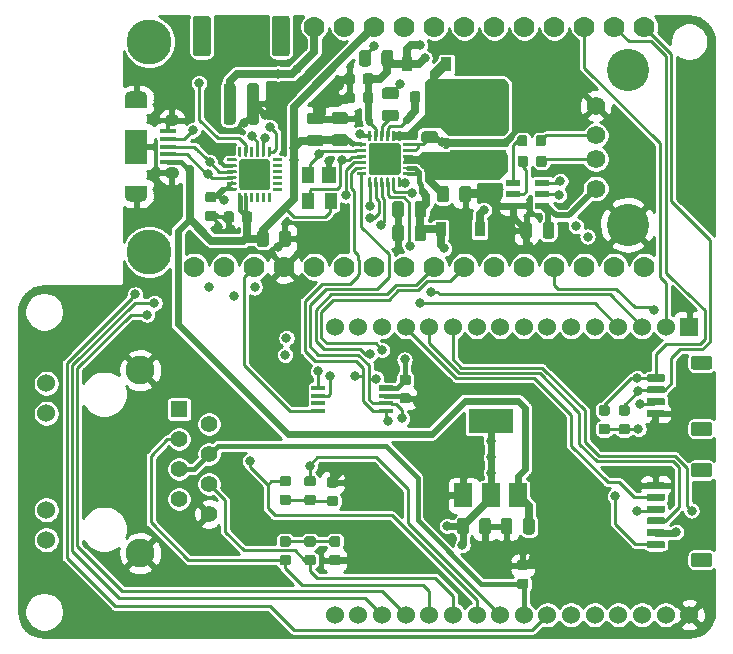
<source format=gtl>
G04 #@! TF.GenerationSoftware,KiCad,Pcbnew,(5.1.5)-3*
G04 #@! TF.CreationDate,2020-04-21T19:07:54+10:00*
G04 #@! TF.ProjectId,Onion_Feather,4f6e696f-6e5f-4466-9561-746865722e6b,rev?*
G04 #@! TF.SameCoordinates,Original*
G04 #@! TF.FileFunction,Copper,L1,Top*
G04 #@! TF.FilePolarity,Positive*
%FSLAX46Y46*%
G04 Gerber Fmt 4.6, Leading zero omitted, Abs format (unit mm)*
G04 Created by KiCad (PCBNEW (5.1.5)-3) date 2020-04-21 19:07:54*
%MOMM*%
%LPD*%
G04 APERTURE LIST*
%ADD10C,0.100000*%
%ADD11R,4.700000X1.200000*%
%ADD12R,0.900000X1.200000*%
%ADD13C,0.500000*%
%ADD14R,1.500000X2.000000*%
%ADD15R,3.800000X2.000000*%
%ADD16R,1.900000X0.875000*%
%ADD17R,1.900000X2.900000*%
%ADD18R,1.350000X0.400000*%
%ADD19O,1.900000X1.000000*%
%ADD20O,1.250000X1.050000*%
%ADD21C,3.580000*%
%ADD22C,1.580000*%
%ADD23C,2.445000*%
%ADD24C,1.530000*%
%ADD25C,1.398000*%
%ADD26R,1.398000X1.398000*%
%ADD27C,1.524000*%
%ADD28R,1.524000X1.524000*%
%ADD29C,3.810000*%
%ADD30C,1.778000*%
%ADD31R,1.200000X0.490000*%
%ADD32R,1.200000X0.400000*%
%ADD33R,1.200000X1.400000*%
%ADD34R,1.000000X1.400000*%
%ADD35R,1.250000X0.600000*%
%ADD36C,0.800000*%
%ADD37C,0.300000*%
%ADD38C,0.250000*%
%ADD39C,0.400000*%
%ADD40C,0.500000*%
%ADD41C,0.600000*%
%ADD42C,0.700000*%
%ADD43C,0.254000*%
G04 APERTURE END LIST*
G04 #@! TA.AperFunction,SMDPad,CuDef*
D10*
G36*
X124877691Y-77801053D02*
G01*
X124898926Y-77804203D01*
X124919750Y-77809419D01*
X124939962Y-77816651D01*
X124959368Y-77825830D01*
X124977781Y-77836866D01*
X124995024Y-77849654D01*
X125010930Y-77864070D01*
X125025346Y-77879976D01*
X125038134Y-77897219D01*
X125049170Y-77915632D01*
X125058349Y-77935038D01*
X125065581Y-77955250D01*
X125070797Y-77976074D01*
X125073947Y-77997309D01*
X125075000Y-78018750D01*
X125075000Y-78456250D01*
X125073947Y-78477691D01*
X125070797Y-78498926D01*
X125065581Y-78519750D01*
X125058349Y-78539962D01*
X125049170Y-78559368D01*
X125038134Y-78577781D01*
X125025346Y-78595024D01*
X125010930Y-78610930D01*
X124995024Y-78625346D01*
X124977781Y-78638134D01*
X124959368Y-78649170D01*
X124939962Y-78658349D01*
X124919750Y-78665581D01*
X124898926Y-78670797D01*
X124877691Y-78673947D01*
X124856250Y-78675000D01*
X124343750Y-78675000D01*
X124322309Y-78673947D01*
X124301074Y-78670797D01*
X124280250Y-78665581D01*
X124260038Y-78658349D01*
X124240632Y-78649170D01*
X124222219Y-78638134D01*
X124204976Y-78625346D01*
X124189070Y-78610930D01*
X124174654Y-78595024D01*
X124161866Y-78577781D01*
X124150830Y-78559368D01*
X124141651Y-78539962D01*
X124134419Y-78519750D01*
X124129203Y-78498926D01*
X124126053Y-78477691D01*
X124125000Y-78456250D01*
X124125000Y-78018750D01*
X124126053Y-77997309D01*
X124129203Y-77976074D01*
X124134419Y-77955250D01*
X124141651Y-77935038D01*
X124150830Y-77915632D01*
X124161866Y-77897219D01*
X124174654Y-77879976D01*
X124189070Y-77864070D01*
X124204976Y-77849654D01*
X124222219Y-77836866D01*
X124240632Y-77825830D01*
X124260038Y-77816651D01*
X124280250Y-77809419D01*
X124301074Y-77804203D01*
X124322309Y-77801053D01*
X124343750Y-77800000D01*
X124856250Y-77800000D01*
X124877691Y-77801053D01*
G37*
G04 #@! TD.AperFunction*
G04 #@! TA.AperFunction,SMDPad,CuDef*
G36*
X124877691Y-76226053D02*
G01*
X124898926Y-76229203D01*
X124919750Y-76234419D01*
X124939962Y-76241651D01*
X124959368Y-76250830D01*
X124977781Y-76261866D01*
X124995024Y-76274654D01*
X125010930Y-76289070D01*
X125025346Y-76304976D01*
X125038134Y-76322219D01*
X125049170Y-76340632D01*
X125058349Y-76360038D01*
X125065581Y-76380250D01*
X125070797Y-76401074D01*
X125073947Y-76422309D01*
X125075000Y-76443750D01*
X125075000Y-76881250D01*
X125073947Y-76902691D01*
X125070797Y-76923926D01*
X125065581Y-76944750D01*
X125058349Y-76964962D01*
X125049170Y-76984368D01*
X125038134Y-77002781D01*
X125025346Y-77020024D01*
X125010930Y-77035930D01*
X124995024Y-77050346D01*
X124977781Y-77063134D01*
X124959368Y-77074170D01*
X124939962Y-77083349D01*
X124919750Y-77090581D01*
X124898926Y-77095797D01*
X124877691Y-77098947D01*
X124856250Y-77100000D01*
X124343750Y-77100000D01*
X124322309Y-77098947D01*
X124301074Y-77095797D01*
X124280250Y-77090581D01*
X124260038Y-77083349D01*
X124240632Y-77074170D01*
X124222219Y-77063134D01*
X124204976Y-77050346D01*
X124189070Y-77035930D01*
X124174654Y-77020024D01*
X124161866Y-77002781D01*
X124150830Y-76984368D01*
X124141651Y-76964962D01*
X124134419Y-76944750D01*
X124129203Y-76923926D01*
X124126053Y-76902691D01*
X124125000Y-76881250D01*
X124125000Y-76443750D01*
X124126053Y-76422309D01*
X124129203Y-76401074D01*
X124134419Y-76380250D01*
X124141651Y-76360038D01*
X124150830Y-76340632D01*
X124161866Y-76322219D01*
X124174654Y-76304976D01*
X124189070Y-76289070D01*
X124204976Y-76274654D01*
X124222219Y-76261866D01*
X124240632Y-76250830D01*
X124260038Y-76241651D01*
X124280250Y-76234419D01*
X124301074Y-76229203D01*
X124322309Y-76226053D01*
X124343750Y-76225000D01*
X124856250Y-76225000D01*
X124877691Y-76226053D01*
G37*
G04 #@! TD.AperFunction*
G04 #@! TA.AperFunction,SMDPad,CuDef*
G36*
X126352691Y-77876053D02*
G01*
X126373926Y-77879203D01*
X126394750Y-77884419D01*
X126414962Y-77891651D01*
X126434368Y-77900830D01*
X126452781Y-77911866D01*
X126470024Y-77924654D01*
X126485930Y-77939070D01*
X126500346Y-77954976D01*
X126513134Y-77972219D01*
X126524170Y-77990632D01*
X126533349Y-78010038D01*
X126540581Y-78030250D01*
X126545797Y-78051074D01*
X126548947Y-78072309D01*
X126550000Y-78093750D01*
X126550000Y-78606250D01*
X126548947Y-78627691D01*
X126545797Y-78648926D01*
X126540581Y-78669750D01*
X126533349Y-78689962D01*
X126524170Y-78709368D01*
X126513134Y-78727781D01*
X126500346Y-78745024D01*
X126485930Y-78760930D01*
X126470024Y-78775346D01*
X126452781Y-78788134D01*
X126434368Y-78799170D01*
X126414962Y-78808349D01*
X126394750Y-78815581D01*
X126373926Y-78820797D01*
X126352691Y-78823947D01*
X126331250Y-78825000D01*
X125893750Y-78825000D01*
X125872309Y-78823947D01*
X125851074Y-78820797D01*
X125830250Y-78815581D01*
X125810038Y-78808349D01*
X125790632Y-78799170D01*
X125772219Y-78788134D01*
X125754976Y-78775346D01*
X125739070Y-78760930D01*
X125724654Y-78745024D01*
X125711866Y-78727781D01*
X125700830Y-78709368D01*
X125691651Y-78689962D01*
X125684419Y-78669750D01*
X125679203Y-78648926D01*
X125676053Y-78627691D01*
X125675000Y-78606250D01*
X125675000Y-78093750D01*
X125676053Y-78072309D01*
X125679203Y-78051074D01*
X125684419Y-78030250D01*
X125691651Y-78010038D01*
X125700830Y-77990632D01*
X125711866Y-77972219D01*
X125724654Y-77954976D01*
X125739070Y-77939070D01*
X125754976Y-77924654D01*
X125772219Y-77911866D01*
X125790632Y-77900830D01*
X125810038Y-77891651D01*
X125830250Y-77884419D01*
X125851074Y-77879203D01*
X125872309Y-77876053D01*
X125893750Y-77875000D01*
X126331250Y-77875000D01*
X126352691Y-77876053D01*
G37*
G04 #@! TD.AperFunction*
G04 #@! TA.AperFunction,SMDPad,CuDef*
G36*
X127927691Y-77876053D02*
G01*
X127948926Y-77879203D01*
X127969750Y-77884419D01*
X127989962Y-77891651D01*
X128009368Y-77900830D01*
X128027781Y-77911866D01*
X128045024Y-77924654D01*
X128060930Y-77939070D01*
X128075346Y-77954976D01*
X128088134Y-77972219D01*
X128099170Y-77990632D01*
X128108349Y-78010038D01*
X128115581Y-78030250D01*
X128120797Y-78051074D01*
X128123947Y-78072309D01*
X128125000Y-78093750D01*
X128125000Y-78606250D01*
X128123947Y-78627691D01*
X128120797Y-78648926D01*
X128115581Y-78669750D01*
X128108349Y-78689962D01*
X128099170Y-78709368D01*
X128088134Y-78727781D01*
X128075346Y-78745024D01*
X128060930Y-78760930D01*
X128045024Y-78775346D01*
X128027781Y-78788134D01*
X128009368Y-78799170D01*
X127989962Y-78808349D01*
X127969750Y-78815581D01*
X127948926Y-78820797D01*
X127927691Y-78823947D01*
X127906250Y-78825000D01*
X127468750Y-78825000D01*
X127447309Y-78823947D01*
X127426074Y-78820797D01*
X127405250Y-78815581D01*
X127385038Y-78808349D01*
X127365632Y-78799170D01*
X127347219Y-78788134D01*
X127329976Y-78775346D01*
X127314070Y-78760930D01*
X127299654Y-78745024D01*
X127286866Y-78727781D01*
X127275830Y-78709368D01*
X127266651Y-78689962D01*
X127259419Y-78669750D01*
X127254203Y-78648926D01*
X127251053Y-78627691D01*
X127250000Y-78606250D01*
X127250000Y-78093750D01*
X127251053Y-78072309D01*
X127254203Y-78051074D01*
X127259419Y-78030250D01*
X127266651Y-78010038D01*
X127275830Y-77990632D01*
X127286866Y-77972219D01*
X127299654Y-77954976D01*
X127314070Y-77939070D01*
X127329976Y-77924654D01*
X127347219Y-77911866D01*
X127365632Y-77900830D01*
X127385038Y-77891651D01*
X127405250Y-77884419D01*
X127426074Y-77879203D01*
X127447309Y-77876053D01*
X127468750Y-77875000D01*
X127906250Y-77875000D01*
X127927691Y-77876053D01*
G37*
G04 #@! TD.AperFunction*
D11*
X147180000Y-73235000D03*
X147180000Y-69925000D03*
D12*
X144550000Y-65400000D03*
X141250000Y-65400000D03*
G04 #@! TA.AperFunction,SMDPad,CuDef*
D10*
G36*
X142605142Y-77001174D02*
G01*
X142628803Y-77004684D01*
X142652007Y-77010496D01*
X142674529Y-77018554D01*
X142696153Y-77028782D01*
X142716670Y-77041079D01*
X142735883Y-77055329D01*
X142753607Y-77071393D01*
X142769671Y-77089117D01*
X142783921Y-77108330D01*
X142796218Y-77128847D01*
X142806446Y-77150471D01*
X142814504Y-77172993D01*
X142820316Y-77196197D01*
X142823826Y-77219858D01*
X142825000Y-77243750D01*
X142825000Y-78156250D01*
X142823826Y-78180142D01*
X142820316Y-78203803D01*
X142814504Y-78227007D01*
X142806446Y-78249529D01*
X142796218Y-78271153D01*
X142783921Y-78291670D01*
X142769671Y-78310883D01*
X142753607Y-78328607D01*
X142735883Y-78344671D01*
X142716670Y-78358921D01*
X142696153Y-78371218D01*
X142674529Y-78381446D01*
X142652007Y-78389504D01*
X142628803Y-78395316D01*
X142605142Y-78398826D01*
X142581250Y-78400000D01*
X142093750Y-78400000D01*
X142069858Y-78398826D01*
X142046197Y-78395316D01*
X142022993Y-78389504D01*
X142000471Y-78381446D01*
X141978847Y-78371218D01*
X141958330Y-78358921D01*
X141939117Y-78344671D01*
X141921393Y-78328607D01*
X141905329Y-78310883D01*
X141891079Y-78291670D01*
X141878782Y-78271153D01*
X141868554Y-78249529D01*
X141860496Y-78227007D01*
X141854684Y-78203803D01*
X141851174Y-78180142D01*
X141850000Y-78156250D01*
X141850000Y-77243750D01*
X141851174Y-77219858D01*
X141854684Y-77196197D01*
X141860496Y-77172993D01*
X141868554Y-77150471D01*
X141878782Y-77128847D01*
X141891079Y-77108330D01*
X141905329Y-77089117D01*
X141921393Y-77071393D01*
X141939117Y-77055329D01*
X141958330Y-77041079D01*
X141978847Y-77028782D01*
X142000471Y-77018554D01*
X142022993Y-77010496D01*
X142046197Y-77004684D01*
X142069858Y-77001174D01*
X142093750Y-77000000D01*
X142581250Y-77000000D01*
X142605142Y-77001174D01*
G37*
G04 #@! TD.AperFunction*
G04 #@! TA.AperFunction,SMDPad,CuDef*
G36*
X140730142Y-77001174D02*
G01*
X140753803Y-77004684D01*
X140777007Y-77010496D01*
X140799529Y-77018554D01*
X140821153Y-77028782D01*
X140841670Y-77041079D01*
X140860883Y-77055329D01*
X140878607Y-77071393D01*
X140894671Y-77089117D01*
X140908921Y-77108330D01*
X140921218Y-77128847D01*
X140931446Y-77150471D01*
X140939504Y-77172993D01*
X140945316Y-77196197D01*
X140948826Y-77219858D01*
X140950000Y-77243750D01*
X140950000Y-78156250D01*
X140948826Y-78180142D01*
X140945316Y-78203803D01*
X140939504Y-78227007D01*
X140931446Y-78249529D01*
X140921218Y-78271153D01*
X140908921Y-78291670D01*
X140894671Y-78310883D01*
X140878607Y-78328607D01*
X140860883Y-78344671D01*
X140841670Y-78358921D01*
X140821153Y-78371218D01*
X140799529Y-78381446D01*
X140777007Y-78389504D01*
X140753803Y-78395316D01*
X140730142Y-78398826D01*
X140706250Y-78400000D01*
X140218750Y-78400000D01*
X140194858Y-78398826D01*
X140171197Y-78395316D01*
X140147993Y-78389504D01*
X140125471Y-78381446D01*
X140103847Y-78371218D01*
X140083330Y-78358921D01*
X140064117Y-78344671D01*
X140046393Y-78328607D01*
X140030329Y-78310883D01*
X140016079Y-78291670D01*
X140003782Y-78271153D01*
X139993554Y-78249529D01*
X139985496Y-78227007D01*
X139979684Y-78203803D01*
X139976174Y-78180142D01*
X139975000Y-78156250D01*
X139975000Y-77243750D01*
X139976174Y-77219858D01*
X139979684Y-77196197D01*
X139985496Y-77172993D01*
X139993554Y-77150471D01*
X140003782Y-77128847D01*
X140016079Y-77108330D01*
X140030329Y-77089117D01*
X140046393Y-77071393D01*
X140064117Y-77055329D01*
X140083330Y-77041079D01*
X140103847Y-77028782D01*
X140125471Y-77018554D01*
X140147993Y-77010496D01*
X140171197Y-77004684D01*
X140194858Y-77001174D01*
X140218750Y-77000000D01*
X140706250Y-77000000D01*
X140730142Y-77001174D01*
G37*
G04 #@! TD.AperFunction*
G04 #@! TA.AperFunction,SMDPad,CuDef*
G36*
X146405142Y-75701174D02*
G01*
X146428803Y-75704684D01*
X146452007Y-75710496D01*
X146474529Y-75718554D01*
X146496153Y-75728782D01*
X146516670Y-75741079D01*
X146535883Y-75755329D01*
X146553607Y-75771393D01*
X146569671Y-75789117D01*
X146583921Y-75808330D01*
X146596218Y-75828847D01*
X146606446Y-75850471D01*
X146614504Y-75872993D01*
X146620316Y-75896197D01*
X146623826Y-75919858D01*
X146625000Y-75943750D01*
X146625000Y-76856250D01*
X146623826Y-76880142D01*
X146620316Y-76903803D01*
X146614504Y-76927007D01*
X146606446Y-76949529D01*
X146596218Y-76971153D01*
X146583921Y-76991670D01*
X146569671Y-77010883D01*
X146553607Y-77028607D01*
X146535883Y-77044671D01*
X146516670Y-77058921D01*
X146496153Y-77071218D01*
X146474529Y-77081446D01*
X146452007Y-77089504D01*
X146428803Y-77095316D01*
X146405142Y-77098826D01*
X146381250Y-77100000D01*
X145893750Y-77100000D01*
X145869858Y-77098826D01*
X145846197Y-77095316D01*
X145822993Y-77089504D01*
X145800471Y-77081446D01*
X145778847Y-77071218D01*
X145758330Y-77058921D01*
X145739117Y-77044671D01*
X145721393Y-77028607D01*
X145705329Y-77010883D01*
X145691079Y-76991670D01*
X145678782Y-76971153D01*
X145668554Y-76949529D01*
X145660496Y-76927007D01*
X145654684Y-76903803D01*
X145651174Y-76880142D01*
X145650000Y-76856250D01*
X145650000Y-75943750D01*
X145651174Y-75919858D01*
X145654684Y-75896197D01*
X145660496Y-75872993D01*
X145668554Y-75850471D01*
X145678782Y-75828847D01*
X145691079Y-75808330D01*
X145705329Y-75789117D01*
X145721393Y-75771393D01*
X145739117Y-75755329D01*
X145758330Y-75741079D01*
X145778847Y-75728782D01*
X145800471Y-75718554D01*
X145822993Y-75710496D01*
X145846197Y-75704684D01*
X145869858Y-75701174D01*
X145893750Y-75700000D01*
X146381250Y-75700000D01*
X146405142Y-75701174D01*
G37*
G04 #@! TD.AperFunction*
G04 #@! TA.AperFunction,SMDPad,CuDef*
G36*
X144530142Y-75701174D02*
G01*
X144553803Y-75704684D01*
X144577007Y-75710496D01*
X144599529Y-75718554D01*
X144621153Y-75728782D01*
X144641670Y-75741079D01*
X144660883Y-75755329D01*
X144678607Y-75771393D01*
X144694671Y-75789117D01*
X144708921Y-75808330D01*
X144721218Y-75828847D01*
X144731446Y-75850471D01*
X144739504Y-75872993D01*
X144745316Y-75896197D01*
X144748826Y-75919858D01*
X144750000Y-75943750D01*
X144750000Y-76856250D01*
X144748826Y-76880142D01*
X144745316Y-76903803D01*
X144739504Y-76927007D01*
X144731446Y-76949529D01*
X144721218Y-76971153D01*
X144708921Y-76991670D01*
X144694671Y-77010883D01*
X144678607Y-77028607D01*
X144660883Y-77044671D01*
X144641670Y-77058921D01*
X144621153Y-77071218D01*
X144599529Y-77081446D01*
X144577007Y-77089504D01*
X144553803Y-77095316D01*
X144530142Y-77098826D01*
X144506250Y-77100000D01*
X144018750Y-77100000D01*
X143994858Y-77098826D01*
X143971197Y-77095316D01*
X143947993Y-77089504D01*
X143925471Y-77081446D01*
X143903847Y-77071218D01*
X143883330Y-77058921D01*
X143864117Y-77044671D01*
X143846393Y-77028607D01*
X143830329Y-77010883D01*
X143816079Y-76991670D01*
X143803782Y-76971153D01*
X143793554Y-76949529D01*
X143785496Y-76927007D01*
X143779684Y-76903803D01*
X143776174Y-76880142D01*
X143775000Y-76856250D01*
X143775000Y-75943750D01*
X143776174Y-75919858D01*
X143779684Y-75896197D01*
X143785496Y-75872993D01*
X143793554Y-75850471D01*
X143803782Y-75828847D01*
X143816079Y-75808330D01*
X143830329Y-75789117D01*
X143846393Y-75771393D01*
X143864117Y-75755329D01*
X143883330Y-75741079D01*
X143903847Y-75728782D01*
X143925471Y-75718554D01*
X143947993Y-75710496D01*
X143971197Y-75704684D01*
X143994858Y-75701174D01*
X144018750Y-75700000D01*
X144506250Y-75700000D01*
X144530142Y-75701174D01*
G37*
G04 #@! TD.AperFunction*
G04 #@! TA.AperFunction,SMDPad,CuDef*
G36*
X153445142Y-78771174D02*
G01*
X153468803Y-78774684D01*
X153492007Y-78780496D01*
X153514529Y-78788554D01*
X153536153Y-78798782D01*
X153556670Y-78811079D01*
X153575883Y-78825329D01*
X153593607Y-78841393D01*
X153609671Y-78859117D01*
X153623921Y-78878330D01*
X153636218Y-78898847D01*
X153646446Y-78920471D01*
X153654504Y-78942993D01*
X153660316Y-78966197D01*
X153663826Y-78989858D01*
X153665000Y-79013750D01*
X153665000Y-79926250D01*
X153663826Y-79950142D01*
X153660316Y-79973803D01*
X153654504Y-79997007D01*
X153646446Y-80019529D01*
X153636218Y-80041153D01*
X153623921Y-80061670D01*
X153609671Y-80080883D01*
X153593607Y-80098607D01*
X153575883Y-80114671D01*
X153556670Y-80128921D01*
X153536153Y-80141218D01*
X153514529Y-80151446D01*
X153492007Y-80159504D01*
X153468803Y-80165316D01*
X153445142Y-80168826D01*
X153421250Y-80170000D01*
X152933750Y-80170000D01*
X152909858Y-80168826D01*
X152886197Y-80165316D01*
X152862993Y-80159504D01*
X152840471Y-80151446D01*
X152818847Y-80141218D01*
X152798330Y-80128921D01*
X152779117Y-80114671D01*
X152761393Y-80098607D01*
X152745329Y-80080883D01*
X152731079Y-80061670D01*
X152718782Y-80041153D01*
X152708554Y-80019529D01*
X152700496Y-79997007D01*
X152694684Y-79973803D01*
X152691174Y-79950142D01*
X152690000Y-79926250D01*
X152690000Y-79013750D01*
X152691174Y-78989858D01*
X152694684Y-78966197D01*
X152700496Y-78942993D01*
X152708554Y-78920471D01*
X152718782Y-78898847D01*
X152731079Y-78878330D01*
X152745329Y-78859117D01*
X152761393Y-78841393D01*
X152779117Y-78825329D01*
X152798330Y-78811079D01*
X152818847Y-78798782D01*
X152840471Y-78788554D01*
X152862993Y-78780496D01*
X152886197Y-78774684D01*
X152909858Y-78771174D01*
X152933750Y-78770000D01*
X153421250Y-78770000D01*
X153445142Y-78771174D01*
G37*
G04 #@! TD.AperFunction*
G04 #@! TA.AperFunction,SMDPad,CuDef*
G36*
X151570142Y-78771174D02*
G01*
X151593803Y-78774684D01*
X151617007Y-78780496D01*
X151639529Y-78788554D01*
X151661153Y-78798782D01*
X151681670Y-78811079D01*
X151700883Y-78825329D01*
X151718607Y-78841393D01*
X151734671Y-78859117D01*
X151748921Y-78878330D01*
X151761218Y-78898847D01*
X151771446Y-78920471D01*
X151779504Y-78942993D01*
X151785316Y-78966197D01*
X151788826Y-78989858D01*
X151790000Y-79013750D01*
X151790000Y-79926250D01*
X151788826Y-79950142D01*
X151785316Y-79973803D01*
X151779504Y-79997007D01*
X151771446Y-80019529D01*
X151761218Y-80041153D01*
X151748921Y-80061670D01*
X151734671Y-80080883D01*
X151718607Y-80098607D01*
X151700883Y-80114671D01*
X151681670Y-80128921D01*
X151661153Y-80141218D01*
X151639529Y-80151446D01*
X151617007Y-80159504D01*
X151593803Y-80165316D01*
X151570142Y-80168826D01*
X151546250Y-80170000D01*
X151058750Y-80170000D01*
X151034858Y-80168826D01*
X151011197Y-80165316D01*
X150987993Y-80159504D01*
X150965471Y-80151446D01*
X150943847Y-80141218D01*
X150923330Y-80128921D01*
X150904117Y-80114671D01*
X150886393Y-80098607D01*
X150870329Y-80080883D01*
X150856079Y-80061670D01*
X150843782Y-80041153D01*
X150833554Y-80019529D01*
X150825496Y-79997007D01*
X150819684Y-79973803D01*
X150816174Y-79950142D01*
X150815000Y-79926250D01*
X150815000Y-79013750D01*
X150816174Y-78989858D01*
X150819684Y-78966197D01*
X150825496Y-78942993D01*
X150833554Y-78920471D01*
X150843782Y-78898847D01*
X150856079Y-78878330D01*
X150870329Y-78859117D01*
X150886393Y-78841393D01*
X150904117Y-78825329D01*
X150923330Y-78811079D01*
X150943847Y-78798782D01*
X150965471Y-78788554D01*
X150987993Y-78780496D01*
X151011197Y-78774684D01*
X151034858Y-78771174D01*
X151058750Y-78770000D01*
X151546250Y-78770000D01*
X151570142Y-78771174D01*
G37*
G04 #@! TD.AperFunction*
G04 #@! TA.AperFunction,SMDPad,CuDef*
G36*
X142605142Y-79001174D02*
G01*
X142628803Y-79004684D01*
X142652007Y-79010496D01*
X142674529Y-79018554D01*
X142696153Y-79028782D01*
X142716670Y-79041079D01*
X142735883Y-79055329D01*
X142753607Y-79071393D01*
X142769671Y-79089117D01*
X142783921Y-79108330D01*
X142796218Y-79128847D01*
X142806446Y-79150471D01*
X142814504Y-79172993D01*
X142820316Y-79196197D01*
X142823826Y-79219858D01*
X142825000Y-79243750D01*
X142825000Y-80156250D01*
X142823826Y-80180142D01*
X142820316Y-80203803D01*
X142814504Y-80227007D01*
X142806446Y-80249529D01*
X142796218Y-80271153D01*
X142783921Y-80291670D01*
X142769671Y-80310883D01*
X142753607Y-80328607D01*
X142735883Y-80344671D01*
X142716670Y-80358921D01*
X142696153Y-80371218D01*
X142674529Y-80381446D01*
X142652007Y-80389504D01*
X142628803Y-80395316D01*
X142605142Y-80398826D01*
X142581250Y-80400000D01*
X142093750Y-80400000D01*
X142069858Y-80398826D01*
X142046197Y-80395316D01*
X142022993Y-80389504D01*
X142000471Y-80381446D01*
X141978847Y-80371218D01*
X141958330Y-80358921D01*
X141939117Y-80344671D01*
X141921393Y-80328607D01*
X141905329Y-80310883D01*
X141891079Y-80291670D01*
X141878782Y-80271153D01*
X141868554Y-80249529D01*
X141860496Y-80227007D01*
X141854684Y-80203803D01*
X141851174Y-80180142D01*
X141850000Y-80156250D01*
X141850000Y-79243750D01*
X141851174Y-79219858D01*
X141854684Y-79196197D01*
X141860496Y-79172993D01*
X141868554Y-79150471D01*
X141878782Y-79128847D01*
X141891079Y-79108330D01*
X141905329Y-79089117D01*
X141921393Y-79071393D01*
X141939117Y-79055329D01*
X141958330Y-79041079D01*
X141978847Y-79028782D01*
X142000471Y-79018554D01*
X142022993Y-79010496D01*
X142046197Y-79004684D01*
X142069858Y-79001174D01*
X142093750Y-79000000D01*
X142581250Y-79000000D01*
X142605142Y-79001174D01*
G37*
G04 #@! TD.AperFunction*
G04 #@! TA.AperFunction,SMDPad,CuDef*
G36*
X140730142Y-79001174D02*
G01*
X140753803Y-79004684D01*
X140777007Y-79010496D01*
X140799529Y-79018554D01*
X140821153Y-79028782D01*
X140841670Y-79041079D01*
X140860883Y-79055329D01*
X140878607Y-79071393D01*
X140894671Y-79089117D01*
X140908921Y-79108330D01*
X140921218Y-79128847D01*
X140931446Y-79150471D01*
X140939504Y-79172993D01*
X140945316Y-79196197D01*
X140948826Y-79219858D01*
X140950000Y-79243750D01*
X140950000Y-80156250D01*
X140948826Y-80180142D01*
X140945316Y-80203803D01*
X140939504Y-80227007D01*
X140931446Y-80249529D01*
X140921218Y-80271153D01*
X140908921Y-80291670D01*
X140894671Y-80310883D01*
X140878607Y-80328607D01*
X140860883Y-80344671D01*
X140841670Y-80358921D01*
X140821153Y-80371218D01*
X140799529Y-80381446D01*
X140777007Y-80389504D01*
X140753803Y-80395316D01*
X140730142Y-80398826D01*
X140706250Y-80400000D01*
X140218750Y-80400000D01*
X140194858Y-80398826D01*
X140171197Y-80395316D01*
X140147993Y-80389504D01*
X140125471Y-80381446D01*
X140103847Y-80371218D01*
X140083330Y-80358921D01*
X140064117Y-80344671D01*
X140046393Y-80328607D01*
X140030329Y-80310883D01*
X140016079Y-80291670D01*
X140003782Y-80271153D01*
X139993554Y-80249529D01*
X139985496Y-80227007D01*
X139979684Y-80203803D01*
X139976174Y-80180142D01*
X139975000Y-80156250D01*
X139975000Y-79243750D01*
X139976174Y-79219858D01*
X139979684Y-79196197D01*
X139985496Y-79172993D01*
X139993554Y-79150471D01*
X140003782Y-79128847D01*
X140016079Y-79108330D01*
X140030329Y-79089117D01*
X140046393Y-79071393D01*
X140064117Y-79055329D01*
X140083330Y-79041079D01*
X140103847Y-79028782D01*
X140125471Y-79018554D01*
X140147993Y-79010496D01*
X140171197Y-79004684D01*
X140194858Y-79001174D01*
X140218750Y-79000000D01*
X140706250Y-79000000D01*
X140730142Y-79001174D01*
G37*
G04 #@! TD.AperFunction*
G04 #@! TA.AperFunction,SMDPad,CuDef*
G36*
X143615142Y-71096174D02*
G01*
X143638803Y-71099684D01*
X143662007Y-71105496D01*
X143684529Y-71113554D01*
X143706153Y-71123782D01*
X143726670Y-71136079D01*
X143745883Y-71150329D01*
X143763607Y-71166393D01*
X143779671Y-71184117D01*
X143793921Y-71203330D01*
X143806218Y-71223847D01*
X143816446Y-71245471D01*
X143824504Y-71267993D01*
X143830316Y-71291197D01*
X143833826Y-71314858D01*
X143835000Y-71338750D01*
X143835000Y-71826250D01*
X143833826Y-71850142D01*
X143830316Y-71873803D01*
X143824504Y-71897007D01*
X143816446Y-71919529D01*
X143806218Y-71941153D01*
X143793921Y-71961670D01*
X143779671Y-71980883D01*
X143763607Y-71998607D01*
X143745883Y-72014671D01*
X143726670Y-72028921D01*
X143706153Y-72041218D01*
X143684529Y-72051446D01*
X143662007Y-72059504D01*
X143638803Y-72065316D01*
X143615142Y-72068826D01*
X143591250Y-72070000D01*
X142678750Y-72070000D01*
X142654858Y-72068826D01*
X142631197Y-72065316D01*
X142607993Y-72059504D01*
X142585471Y-72051446D01*
X142563847Y-72041218D01*
X142543330Y-72028921D01*
X142524117Y-72014671D01*
X142506393Y-71998607D01*
X142490329Y-71980883D01*
X142476079Y-71961670D01*
X142463782Y-71941153D01*
X142453554Y-71919529D01*
X142445496Y-71897007D01*
X142439684Y-71873803D01*
X142436174Y-71850142D01*
X142435000Y-71826250D01*
X142435000Y-71338750D01*
X142436174Y-71314858D01*
X142439684Y-71291197D01*
X142445496Y-71267993D01*
X142453554Y-71245471D01*
X142463782Y-71223847D01*
X142476079Y-71203330D01*
X142490329Y-71184117D01*
X142506393Y-71166393D01*
X142524117Y-71150329D01*
X142543330Y-71136079D01*
X142563847Y-71123782D01*
X142585471Y-71113554D01*
X142607993Y-71105496D01*
X142631197Y-71099684D01*
X142654858Y-71096174D01*
X142678750Y-71095000D01*
X143591250Y-71095000D01*
X143615142Y-71096174D01*
G37*
G04 #@! TD.AperFunction*
G04 #@! TA.AperFunction,SMDPad,CuDef*
G36*
X143615142Y-72971174D02*
G01*
X143638803Y-72974684D01*
X143662007Y-72980496D01*
X143684529Y-72988554D01*
X143706153Y-72998782D01*
X143726670Y-73011079D01*
X143745883Y-73025329D01*
X143763607Y-73041393D01*
X143779671Y-73059117D01*
X143793921Y-73078330D01*
X143806218Y-73098847D01*
X143816446Y-73120471D01*
X143824504Y-73142993D01*
X143830316Y-73166197D01*
X143833826Y-73189858D01*
X143835000Y-73213750D01*
X143835000Y-73701250D01*
X143833826Y-73725142D01*
X143830316Y-73748803D01*
X143824504Y-73772007D01*
X143816446Y-73794529D01*
X143806218Y-73816153D01*
X143793921Y-73836670D01*
X143779671Y-73855883D01*
X143763607Y-73873607D01*
X143745883Y-73889671D01*
X143726670Y-73903921D01*
X143706153Y-73916218D01*
X143684529Y-73926446D01*
X143662007Y-73934504D01*
X143638803Y-73940316D01*
X143615142Y-73943826D01*
X143591250Y-73945000D01*
X142678750Y-73945000D01*
X142654858Y-73943826D01*
X142631197Y-73940316D01*
X142607993Y-73934504D01*
X142585471Y-73926446D01*
X142563847Y-73916218D01*
X142543330Y-73903921D01*
X142524117Y-73889671D01*
X142506393Y-73873607D01*
X142490329Y-73855883D01*
X142476079Y-73836670D01*
X142463782Y-73816153D01*
X142453554Y-73794529D01*
X142445496Y-73772007D01*
X142439684Y-73748803D01*
X142436174Y-73725142D01*
X142435000Y-73701250D01*
X142435000Y-73213750D01*
X142436174Y-73189858D01*
X142439684Y-73166197D01*
X142445496Y-73142993D01*
X142453554Y-73120471D01*
X142463782Y-73098847D01*
X142476079Y-73078330D01*
X142490329Y-73059117D01*
X142506393Y-73041393D01*
X142524117Y-73025329D01*
X142543330Y-73011079D01*
X142563847Y-72998782D01*
X142585471Y-72988554D01*
X142607993Y-72980496D01*
X142631197Y-72974684D01*
X142654858Y-72971174D01*
X142678750Y-72970000D01*
X143591250Y-72970000D01*
X143615142Y-72971174D01*
G37*
G04 #@! TD.AperFunction*
G04 #@! TA.AperFunction,SMDPad,CuDef*
G36*
X139805142Y-64201174D02*
G01*
X139828803Y-64204684D01*
X139852007Y-64210496D01*
X139874529Y-64218554D01*
X139896153Y-64228782D01*
X139916670Y-64241079D01*
X139935883Y-64255329D01*
X139953607Y-64271393D01*
X139969671Y-64289117D01*
X139983921Y-64308330D01*
X139996218Y-64328847D01*
X140006446Y-64350471D01*
X140014504Y-64372993D01*
X140020316Y-64396197D01*
X140023826Y-64419858D01*
X140025000Y-64443750D01*
X140025000Y-65356250D01*
X140023826Y-65380142D01*
X140020316Y-65403803D01*
X140014504Y-65427007D01*
X140006446Y-65449529D01*
X139996218Y-65471153D01*
X139983921Y-65491670D01*
X139969671Y-65510883D01*
X139953607Y-65528607D01*
X139935883Y-65544671D01*
X139916670Y-65558921D01*
X139896153Y-65571218D01*
X139874529Y-65581446D01*
X139852007Y-65589504D01*
X139828803Y-65595316D01*
X139805142Y-65598826D01*
X139781250Y-65600000D01*
X139293750Y-65600000D01*
X139269858Y-65598826D01*
X139246197Y-65595316D01*
X139222993Y-65589504D01*
X139200471Y-65581446D01*
X139178847Y-65571218D01*
X139158330Y-65558921D01*
X139139117Y-65544671D01*
X139121393Y-65528607D01*
X139105329Y-65510883D01*
X139091079Y-65491670D01*
X139078782Y-65471153D01*
X139068554Y-65449529D01*
X139060496Y-65427007D01*
X139054684Y-65403803D01*
X139051174Y-65380142D01*
X139050000Y-65356250D01*
X139050000Y-64443750D01*
X139051174Y-64419858D01*
X139054684Y-64396197D01*
X139060496Y-64372993D01*
X139068554Y-64350471D01*
X139078782Y-64328847D01*
X139091079Y-64308330D01*
X139105329Y-64289117D01*
X139121393Y-64271393D01*
X139139117Y-64255329D01*
X139158330Y-64241079D01*
X139178847Y-64228782D01*
X139200471Y-64218554D01*
X139222993Y-64210496D01*
X139246197Y-64204684D01*
X139269858Y-64201174D01*
X139293750Y-64200000D01*
X139781250Y-64200000D01*
X139805142Y-64201174D01*
G37*
G04 #@! TD.AperFunction*
G04 #@! TA.AperFunction,SMDPad,CuDef*
G36*
X137930142Y-64201174D02*
G01*
X137953803Y-64204684D01*
X137977007Y-64210496D01*
X137999529Y-64218554D01*
X138021153Y-64228782D01*
X138041670Y-64241079D01*
X138060883Y-64255329D01*
X138078607Y-64271393D01*
X138094671Y-64289117D01*
X138108921Y-64308330D01*
X138121218Y-64328847D01*
X138131446Y-64350471D01*
X138139504Y-64372993D01*
X138145316Y-64396197D01*
X138148826Y-64419858D01*
X138150000Y-64443750D01*
X138150000Y-65356250D01*
X138148826Y-65380142D01*
X138145316Y-65403803D01*
X138139504Y-65427007D01*
X138131446Y-65449529D01*
X138121218Y-65471153D01*
X138108921Y-65491670D01*
X138094671Y-65510883D01*
X138078607Y-65528607D01*
X138060883Y-65544671D01*
X138041670Y-65558921D01*
X138021153Y-65571218D01*
X137999529Y-65581446D01*
X137977007Y-65589504D01*
X137953803Y-65595316D01*
X137930142Y-65598826D01*
X137906250Y-65600000D01*
X137418750Y-65600000D01*
X137394858Y-65598826D01*
X137371197Y-65595316D01*
X137347993Y-65589504D01*
X137325471Y-65581446D01*
X137303847Y-65571218D01*
X137283330Y-65558921D01*
X137264117Y-65544671D01*
X137246393Y-65528607D01*
X137230329Y-65510883D01*
X137216079Y-65491670D01*
X137203782Y-65471153D01*
X137193554Y-65449529D01*
X137185496Y-65427007D01*
X137179684Y-65403803D01*
X137176174Y-65380142D01*
X137175000Y-65356250D01*
X137175000Y-64443750D01*
X137176174Y-64419858D01*
X137179684Y-64396197D01*
X137185496Y-64372993D01*
X137193554Y-64350471D01*
X137203782Y-64328847D01*
X137216079Y-64308330D01*
X137230329Y-64289117D01*
X137246393Y-64271393D01*
X137264117Y-64255329D01*
X137283330Y-64241079D01*
X137303847Y-64228782D01*
X137325471Y-64218554D01*
X137347993Y-64210496D01*
X137371197Y-64204684D01*
X137394858Y-64201174D01*
X137418750Y-64200000D01*
X137906250Y-64200000D01*
X137930142Y-64201174D01*
G37*
G04 #@! TD.AperFunction*
G04 #@! TA.AperFunction,SMDPad,CuDef*
G36*
X138157691Y-66176053D02*
G01*
X138178926Y-66179203D01*
X138199750Y-66184419D01*
X138219962Y-66191651D01*
X138239368Y-66200830D01*
X138257781Y-66211866D01*
X138275024Y-66224654D01*
X138290930Y-66239070D01*
X138305346Y-66254976D01*
X138318134Y-66272219D01*
X138329170Y-66290632D01*
X138338349Y-66310038D01*
X138345581Y-66330250D01*
X138350797Y-66351074D01*
X138353947Y-66372309D01*
X138355000Y-66393750D01*
X138355000Y-66906250D01*
X138353947Y-66927691D01*
X138350797Y-66948926D01*
X138345581Y-66969750D01*
X138338349Y-66989962D01*
X138329170Y-67009368D01*
X138318134Y-67027781D01*
X138305346Y-67045024D01*
X138290930Y-67060930D01*
X138275024Y-67075346D01*
X138257781Y-67088134D01*
X138239368Y-67099170D01*
X138219962Y-67108349D01*
X138199750Y-67115581D01*
X138178926Y-67120797D01*
X138157691Y-67123947D01*
X138136250Y-67125000D01*
X137698750Y-67125000D01*
X137677309Y-67123947D01*
X137656074Y-67120797D01*
X137635250Y-67115581D01*
X137615038Y-67108349D01*
X137595632Y-67099170D01*
X137577219Y-67088134D01*
X137559976Y-67075346D01*
X137544070Y-67060930D01*
X137529654Y-67045024D01*
X137516866Y-67027781D01*
X137505830Y-67009368D01*
X137496651Y-66989962D01*
X137489419Y-66969750D01*
X137484203Y-66948926D01*
X137481053Y-66927691D01*
X137480000Y-66906250D01*
X137480000Y-66393750D01*
X137481053Y-66372309D01*
X137484203Y-66351074D01*
X137489419Y-66330250D01*
X137496651Y-66310038D01*
X137505830Y-66290632D01*
X137516866Y-66272219D01*
X137529654Y-66254976D01*
X137544070Y-66239070D01*
X137559976Y-66224654D01*
X137577219Y-66211866D01*
X137595632Y-66200830D01*
X137615038Y-66191651D01*
X137635250Y-66184419D01*
X137656074Y-66179203D01*
X137677309Y-66176053D01*
X137698750Y-66175000D01*
X138136250Y-66175000D01*
X138157691Y-66176053D01*
G37*
G04 #@! TD.AperFunction*
G04 #@! TA.AperFunction,SMDPad,CuDef*
G36*
X136582691Y-66176053D02*
G01*
X136603926Y-66179203D01*
X136624750Y-66184419D01*
X136644962Y-66191651D01*
X136664368Y-66200830D01*
X136682781Y-66211866D01*
X136700024Y-66224654D01*
X136715930Y-66239070D01*
X136730346Y-66254976D01*
X136743134Y-66272219D01*
X136754170Y-66290632D01*
X136763349Y-66310038D01*
X136770581Y-66330250D01*
X136775797Y-66351074D01*
X136778947Y-66372309D01*
X136780000Y-66393750D01*
X136780000Y-66906250D01*
X136778947Y-66927691D01*
X136775797Y-66948926D01*
X136770581Y-66969750D01*
X136763349Y-66989962D01*
X136754170Y-67009368D01*
X136743134Y-67027781D01*
X136730346Y-67045024D01*
X136715930Y-67060930D01*
X136700024Y-67075346D01*
X136682781Y-67088134D01*
X136664368Y-67099170D01*
X136644962Y-67108349D01*
X136624750Y-67115581D01*
X136603926Y-67120797D01*
X136582691Y-67123947D01*
X136561250Y-67125000D01*
X136123750Y-67125000D01*
X136102309Y-67123947D01*
X136081074Y-67120797D01*
X136060250Y-67115581D01*
X136040038Y-67108349D01*
X136020632Y-67099170D01*
X136002219Y-67088134D01*
X135984976Y-67075346D01*
X135969070Y-67060930D01*
X135954654Y-67045024D01*
X135941866Y-67027781D01*
X135930830Y-67009368D01*
X135921651Y-66989962D01*
X135914419Y-66969750D01*
X135909203Y-66948926D01*
X135906053Y-66927691D01*
X135905000Y-66906250D01*
X135905000Y-66393750D01*
X135906053Y-66372309D01*
X135909203Y-66351074D01*
X135914419Y-66330250D01*
X135921651Y-66310038D01*
X135930830Y-66290632D01*
X135941866Y-66272219D01*
X135954654Y-66254976D01*
X135969070Y-66239070D01*
X135984976Y-66224654D01*
X136002219Y-66211866D01*
X136020632Y-66200830D01*
X136040038Y-66191651D01*
X136060250Y-66184419D01*
X136081074Y-66179203D01*
X136102309Y-66176053D01*
X136123750Y-66175000D01*
X136561250Y-66175000D01*
X136582691Y-66176053D01*
G37*
G04 #@! TD.AperFunction*
G04 #@! TA.AperFunction,SMDPad,CuDef*
G36*
X138157691Y-67776053D02*
G01*
X138178926Y-67779203D01*
X138199750Y-67784419D01*
X138219962Y-67791651D01*
X138239368Y-67800830D01*
X138257781Y-67811866D01*
X138275024Y-67824654D01*
X138290930Y-67839070D01*
X138305346Y-67854976D01*
X138318134Y-67872219D01*
X138329170Y-67890632D01*
X138338349Y-67910038D01*
X138345581Y-67930250D01*
X138350797Y-67951074D01*
X138353947Y-67972309D01*
X138355000Y-67993750D01*
X138355000Y-68506250D01*
X138353947Y-68527691D01*
X138350797Y-68548926D01*
X138345581Y-68569750D01*
X138338349Y-68589962D01*
X138329170Y-68609368D01*
X138318134Y-68627781D01*
X138305346Y-68645024D01*
X138290930Y-68660930D01*
X138275024Y-68675346D01*
X138257781Y-68688134D01*
X138239368Y-68699170D01*
X138219962Y-68708349D01*
X138199750Y-68715581D01*
X138178926Y-68720797D01*
X138157691Y-68723947D01*
X138136250Y-68725000D01*
X137698750Y-68725000D01*
X137677309Y-68723947D01*
X137656074Y-68720797D01*
X137635250Y-68715581D01*
X137615038Y-68708349D01*
X137595632Y-68699170D01*
X137577219Y-68688134D01*
X137559976Y-68675346D01*
X137544070Y-68660930D01*
X137529654Y-68645024D01*
X137516866Y-68627781D01*
X137505830Y-68609368D01*
X137496651Y-68589962D01*
X137489419Y-68569750D01*
X137484203Y-68548926D01*
X137481053Y-68527691D01*
X137480000Y-68506250D01*
X137480000Y-67993750D01*
X137481053Y-67972309D01*
X137484203Y-67951074D01*
X137489419Y-67930250D01*
X137496651Y-67910038D01*
X137505830Y-67890632D01*
X137516866Y-67872219D01*
X137529654Y-67854976D01*
X137544070Y-67839070D01*
X137559976Y-67824654D01*
X137577219Y-67811866D01*
X137595632Y-67800830D01*
X137615038Y-67791651D01*
X137635250Y-67784419D01*
X137656074Y-67779203D01*
X137677309Y-67776053D01*
X137698750Y-67775000D01*
X138136250Y-67775000D01*
X138157691Y-67776053D01*
G37*
G04 #@! TD.AperFunction*
G04 #@! TA.AperFunction,SMDPad,CuDef*
G36*
X136582691Y-67776053D02*
G01*
X136603926Y-67779203D01*
X136624750Y-67784419D01*
X136644962Y-67791651D01*
X136664368Y-67800830D01*
X136682781Y-67811866D01*
X136700024Y-67824654D01*
X136715930Y-67839070D01*
X136730346Y-67854976D01*
X136743134Y-67872219D01*
X136754170Y-67890632D01*
X136763349Y-67910038D01*
X136770581Y-67930250D01*
X136775797Y-67951074D01*
X136778947Y-67972309D01*
X136780000Y-67993750D01*
X136780000Y-68506250D01*
X136778947Y-68527691D01*
X136775797Y-68548926D01*
X136770581Y-68569750D01*
X136763349Y-68589962D01*
X136754170Y-68609368D01*
X136743134Y-68627781D01*
X136730346Y-68645024D01*
X136715930Y-68660930D01*
X136700024Y-68675346D01*
X136682781Y-68688134D01*
X136664368Y-68699170D01*
X136644962Y-68708349D01*
X136624750Y-68715581D01*
X136603926Y-68720797D01*
X136582691Y-68723947D01*
X136561250Y-68725000D01*
X136123750Y-68725000D01*
X136102309Y-68723947D01*
X136081074Y-68720797D01*
X136060250Y-68715581D01*
X136040038Y-68708349D01*
X136020632Y-68699170D01*
X136002219Y-68688134D01*
X135984976Y-68675346D01*
X135969070Y-68660930D01*
X135954654Y-68645024D01*
X135941866Y-68627781D01*
X135930830Y-68609368D01*
X135921651Y-68589962D01*
X135914419Y-68569750D01*
X135909203Y-68548926D01*
X135906053Y-68527691D01*
X135905000Y-68506250D01*
X135905000Y-67993750D01*
X135906053Y-67972309D01*
X135909203Y-67951074D01*
X135914419Y-67930250D01*
X135921651Y-67910038D01*
X135930830Y-67890632D01*
X135941866Y-67872219D01*
X135954654Y-67854976D01*
X135969070Y-67839070D01*
X135984976Y-67824654D01*
X136002219Y-67811866D01*
X136020632Y-67800830D01*
X136040038Y-67791651D01*
X136060250Y-67784419D01*
X136081074Y-67779203D01*
X136102309Y-67776053D01*
X136123750Y-67775000D01*
X136561250Y-67775000D01*
X136582691Y-67776053D01*
G37*
G04 #@! TD.AperFunction*
G04 #@! TA.AperFunction,SMDPad,CuDef*
G36*
X142137691Y-67696053D02*
G01*
X142158926Y-67699203D01*
X142179750Y-67704419D01*
X142199962Y-67711651D01*
X142219368Y-67720830D01*
X142237781Y-67731866D01*
X142255024Y-67744654D01*
X142270930Y-67759070D01*
X142285346Y-67774976D01*
X142298134Y-67792219D01*
X142309170Y-67810632D01*
X142318349Y-67830038D01*
X142325581Y-67850250D01*
X142330797Y-67871074D01*
X142333947Y-67892309D01*
X142335000Y-67913750D01*
X142335000Y-68426250D01*
X142333947Y-68447691D01*
X142330797Y-68468926D01*
X142325581Y-68489750D01*
X142318349Y-68509962D01*
X142309170Y-68529368D01*
X142298134Y-68547781D01*
X142285346Y-68565024D01*
X142270930Y-68580930D01*
X142255024Y-68595346D01*
X142237781Y-68608134D01*
X142219368Y-68619170D01*
X142199962Y-68628349D01*
X142179750Y-68635581D01*
X142158926Y-68640797D01*
X142137691Y-68643947D01*
X142116250Y-68645000D01*
X141678750Y-68645000D01*
X141657309Y-68643947D01*
X141636074Y-68640797D01*
X141615250Y-68635581D01*
X141595038Y-68628349D01*
X141575632Y-68619170D01*
X141557219Y-68608134D01*
X141539976Y-68595346D01*
X141524070Y-68580930D01*
X141509654Y-68565024D01*
X141496866Y-68547781D01*
X141485830Y-68529368D01*
X141476651Y-68509962D01*
X141469419Y-68489750D01*
X141464203Y-68468926D01*
X141461053Y-68447691D01*
X141460000Y-68426250D01*
X141460000Y-67913750D01*
X141461053Y-67892309D01*
X141464203Y-67871074D01*
X141469419Y-67850250D01*
X141476651Y-67830038D01*
X141485830Y-67810632D01*
X141496866Y-67792219D01*
X141509654Y-67774976D01*
X141524070Y-67759070D01*
X141539976Y-67744654D01*
X141557219Y-67731866D01*
X141575632Y-67720830D01*
X141595038Y-67711651D01*
X141615250Y-67704419D01*
X141636074Y-67699203D01*
X141657309Y-67696053D01*
X141678750Y-67695000D01*
X142116250Y-67695000D01*
X142137691Y-67696053D01*
G37*
G04 #@! TD.AperFunction*
G04 #@! TA.AperFunction,SMDPad,CuDef*
G36*
X143712691Y-67696053D02*
G01*
X143733926Y-67699203D01*
X143754750Y-67704419D01*
X143774962Y-67711651D01*
X143794368Y-67720830D01*
X143812781Y-67731866D01*
X143830024Y-67744654D01*
X143845930Y-67759070D01*
X143860346Y-67774976D01*
X143873134Y-67792219D01*
X143884170Y-67810632D01*
X143893349Y-67830038D01*
X143900581Y-67850250D01*
X143905797Y-67871074D01*
X143908947Y-67892309D01*
X143910000Y-67913750D01*
X143910000Y-68426250D01*
X143908947Y-68447691D01*
X143905797Y-68468926D01*
X143900581Y-68489750D01*
X143893349Y-68509962D01*
X143884170Y-68529368D01*
X143873134Y-68547781D01*
X143860346Y-68565024D01*
X143845930Y-68580930D01*
X143830024Y-68595346D01*
X143812781Y-68608134D01*
X143794368Y-68619170D01*
X143774962Y-68628349D01*
X143754750Y-68635581D01*
X143733926Y-68640797D01*
X143712691Y-68643947D01*
X143691250Y-68645000D01*
X143253750Y-68645000D01*
X143232309Y-68643947D01*
X143211074Y-68640797D01*
X143190250Y-68635581D01*
X143170038Y-68628349D01*
X143150632Y-68619170D01*
X143132219Y-68608134D01*
X143114976Y-68595346D01*
X143099070Y-68580930D01*
X143084654Y-68565024D01*
X143071866Y-68547781D01*
X143060830Y-68529368D01*
X143051651Y-68509962D01*
X143044419Y-68489750D01*
X143039203Y-68468926D01*
X143036053Y-68447691D01*
X143035000Y-68426250D01*
X143035000Y-67913750D01*
X143036053Y-67892309D01*
X143039203Y-67871074D01*
X143044419Y-67850250D01*
X143051651Y-67830038D01*
X143060830Y-67810632D01*
X143071866Y-67792219D01*
X143084654Y-67774976D01*
X143099070Y-67759070D01*
X143114976Y-67744654D01*
X143132219Y-67731866D01*
X143150632Y-67720830D01*
X143170038Y-67711651D01*
X143190250Y-67704419D01*
X143211074Y-67699203D01*
X143232309Y-67696053D01*
X143253750Y-67695000D01*
X143691250Y-67695000D01*
X143712691Y-67696053D01*
G37*
G04 #@! TD.AperFunction*
G04 #@! TA.AperFunction,SMDPad,CuDef*
G36*
X140280142Y-67376174D02*
G01*
X140303803Y-67379684D01*
X140327007Y-67385496D01*
X140349529Y-67393554D01*
X140371153Y-67403782D01*
X140391670Y-67416079D01*
X140410883Y-67430329D01*
X140428607Y-67446393D01*
X140444671Y-67464117D01*
X140458921Y-67483330D01*
X140471218Y-67503847D01*
X140481446Y-67525471D01*
X140489504Y-67547993D01*
X140495316Y-67571197D01*
X140498826Y-67594858D01*
X140500000Y-67618750D01*
X140500000Y-68106250D01*
X140498826Y-68130142D01*
X140495316Y-68153803D01*
X140489504Y-68177007D01*
X140481446Y-68199529D01*
X140471218Y-68221153D01*
X140458921Y-68241670D01*
X140444671Y-68260883D01*
X140428607Y-68278607D01*
X140410883Y-68294671D01*
X140391670Y-68308921D01*
X140371153Y-68321218D01*
X140349529Y-68331446D01*
X140327007Y-68339504D01*
X140303803Y-68345316D01*
X140280142Y-68348826D01*
X140256250Y-68350000D01*
X139343750Y-68350000D01*
X139319858Y-68348826D01*
X139296197Y-68345316D01*
X139272993Y-68339504D01*
X139250471Y-68331446D01*
X139228847Y-68321218D01*
X139208330Y-68308921D01*
X139189117Y-68294671D01*
X139171393Y-68278607D01*
X139155329Y-68260883D01*
X139141079Y-68241670D01*
X139128782Y-68221153D01*
X139118554Y-68199529D01*
X139110496Y-68177007D01*
X139104684Y-68153803D01*
X139101174Y-68130142D01*
X139100000Y-68106250D01*
X139100000Y-67618750D01*
X139101174Y-67594858D01*
X139104684Y-67571197D01*
X139110496Y-67547993D01*
X139118554Y-67525471D01*
X139128782Y-67503847D01*
X139141079Y-67483330D01*
X139155329Y-67464117D01*
X139171393Y-67446393D01*
X139189117Y-67430329D01*
X139208330Y-67416079D01*
X139228847Y-67403782D01*
X139250471Y-67393554D01*
X139272993Y-67385496D01*
X139296197Y-67379684D01*
X139319858Y-67376174D01*
X139343750Y-67375000D01*
X140256250Y-67375000D01*
X140280142Y-67376174D01*
G37*
G04 #@! TD.AperFunction*
G04 #@! TA.AperFunction,SMDPad,CuDef*
G36*
X140280142Y-69251174D02*
G01*
X140303803Y-69254684D01*
X140327007Y-69260496D01*
X140349529Y-69268554D01*
X140371153Y-69278782D01*
X140391670Y-69291079D01*
X140410883Y-69305329D01*
X140428607Y-69321393D01*
X140444671Y-69339117D01*
X140458921Y-69358330D01*
X140471218Y-69378847D01*
X140481446Y-69400471D01*
X140489504Y-69422993D01*
X140495316Y-69446197D01*
X140498826Y-69469858D01*
X140500000Y-69493750D01*
X140500000Y-69981250D01*
X140498826Y-70005142D01*
X140495316Y-70028803D01*
X140489504Y-70052007D01*
X140481446Y-70074529D01*
X140471218Y-70096153D01*
X140458921Y-70116670D01*
X140444671Y-70135883D01*
X140428607Y-70153607D01*
X140410883Y-70169671D01*
X140391670Y-70183921D01*
X140371153Y-70196218D01*
X140349529Y-70206446D01*
X140327007Y-70214504D01*
X140303803Y-70220316D01*
X140280142Y-70223826D01*
X140256250Y-70225000D01*
X139343750Y-70225000D01*
X139319858Y-70223826D01*
X139296197Y-70220316D01*
X139272993Y-70214504D01*
X139250471Y-70206446D01*
X139228847Y-70196218D01*
X139208330Y-70183921D01*
X139189117Y-70169671D01*
X139171393Y-70153607D01*
X139155329Y-70135883D01*
X139141079Y-70116670D01*
X139128782Y-70096153D01*
X139118554Y-70074529D01*
X139110496Y-70052007D01*
X139104684Y-70028803D01*
X139101174Y-70005142D01*
X139100000Y-69981250D01*
X139100000Y-69493750D01*
X139101174Y-69469858D01*
X139104684Y-69446197D01*
X139110496Y-69422993D01*
X139118554Y-69400471D01*
X139128782Y-69378847D01*
X139141079Y-69358330D01*
X139155329Y-69339117D01*
X139171393Y-69321393D01*
X139189117Y-69305329D01*
X139208330Y-69291079D01*
X139228847Y-69278782D01*
X139250471Y-69268554D01*
X139272993Y-69260496D01*
X139296197Y-69254684D01*
X139319858Y-69251174D01*
X139343750Y-69250000D01*
X140256250Y-69250000D01*
X140280142Y-69251174D01*
G37*
G04 #@! TD.AperFunction*
G04 #@! TA.AperFunction,SMDPad,CuDef*
G36*
X131145142Y-79481174D02*
G01*
X131168803Y-79484684D01*
X131192007Y-79490496D01*
X131214529Y-79498554D01*
X131236153Y-79508782D01*
X131256670Y-79521079D01*
X131275883Y-79535329D01*
X131293607Y-79551393D01*
X131309671Y-79569117D01*
X131323921Y-79588330D01*
X131336218Y-79608847D01*
X131346446Y-79630471D01*
X131354504Y-79652993D01*
X131360316Y-79676197D01*
X131363826Y-79699858D01*
X131365000Y-79723750D01*
X131365000Y-80636250D01*
X131363826Y-80660142D01*
X131360316Y-80683803D01*
X131354504Y-80707007D01*
X131346446Y-80729529D01*
X131336218Y-80751153D01*
X131323921Y-80771670D01*
X131309671Y-80790883D01*
X131293607Y-80808607D01*
X131275883Y-80824671D01*
X131256670Y-80838921D01*
X131236153Y-80851218D01*
X131214529Y-80861446D01*
X131192007Y-80869504D01*
X131168803Y-80875316D01*
X131145142Y-80878826D01*
X131121250Y-80880000D01*
X130633750Y-80880000D01*
X130609858Y-80878826D01*
X130586197Y-80875316D01*
X130562993Y-80869504D01*
X130540471Y-80861446D01*
X130518847Y-80851218D01*
X130498330Y-80838921D01*
X130479117Y-80824671D01*
X130461393Y-80808607D01*
X130445329Y-80790883D01*
X130431079Y-80771670D01*
X130418782Y-80751153D01*
X130408554Y-80729529D01*
X130400496Y-80707007D01*
X130394684Y-80683803D01*
X130391174Y-80660142D01*
X130390000Y-80636250D01*
X130390000Y-79723750D01*
X130391174Y-79699858D01*
X130394684Y-79676197D01*
X130400496Y-79652993D01*
X130408554Y-79630471D01*
X130418782Y-79608847D01*
X130431079Y-79588330D01*
X130445329Y-79569117D01*
X130461393Y-79551393D01*
X130479117Y-79535329D01*
X130498330Y-79521079D01*
X130518847Y-79508782D01*
X130540471Y-79498554D01*
X130562993Y-79490496D01*
X130586197Y-79484684D01*
X130609858Y-79481174D01*
X130633750Y-79480000D01*
X131121250Y-79480000D01*
X131145142Y-79481174D01*
G37*
G04 #@! TD.AperFunction*
G04 #@! TA.AperFunction,SMDPad,CuDef*
G36*
X129270142Y-79481174D02*
G01*
X129293803Y-79484684D01*
X129317007Y-79490496D01*
X129339529Y-79498554D01*
X129361153Y-79508782D01*
X129381670Y-79521079D01*
X129400883Y-79535329D01*
X129418607Y-79551393D01*
X129434671Y-79569117D01*
X129448921Y-79588330D01*
X129461218Y-79608847D01*
X129471446Y-79630471D01*
X129479504Y-79652993D01*
X129485316Y-79676197D01*
X129488826Y-79699858D01*
X129490000Y-79723750D01*
X129490000Y-80636250D01*
X129488826Y-80660142D01*
X129485316Y-80683803D01*
X129479504Y-80707007D01*
X129471446Y-80729529D01*
X129461218Y-80751153D01*
X129448921Y-80771670D01*
X129434671Y-80790883D01*
X129418607Y-80808607D01*
X129400883Y-80824671D01*
X129381670Y-80838921D01*
X129361153Y-80851218D01*
X129339529Y-80861446D01*
X129317007Y-80869504D01*
X129293803Y-80875316D01*
X129270142Y-80878826D01*
X129246250Y-80880000D01*
X128758750Y-80880000D01*
X128734858Y-80878826D01*
X128711197Y-80875316D01*
X128687993Y-80869504D01*
X128665471Y-80861446D01*
X128643847Y-80851218D01*
X128623330Y-80838921D01*
X128604117Y-80824671D01*
X128586393Y-80808607D01*
X128570329Y-80790883D01*
X128556079Y-80771670D01*
X128543782Y-80751153D01*
X128533554Y-80729529D01*
X128525496Y-80707007D01*
X128519684Y-80683803D01*
X128516174Y-80660142D01*
X128515000Y-80636250D01*
X128515000Y-79723750D01*
X128516174Y-79699858D01*
X128519684Y-79676197D01*
X128525496Y-79652993D01*
X128533554Y-79630471D01*
X128543782Y-79608847D01*
X128556079Y-79588330D01*
X128570329Y-79569117D01*
X128586393Y-79551393D01*
X128604117Y-79535329D01*
X128623330Y-79521079D01*
X128643847Y-79508782D01*
X128665471Y-79498554D01*
X128687993Y-79490496D01*
X128711197Y-79484684D01*
X128734858Y-79481174D01*
X128758750Y-79480000D01*
X129246250Y-79480000D01*
X129270142Y-79481174D01*
G37*
G04 #@! TD.AperFunction*
G04 #@! TA.AperFunction,SMDPad,CuDef*
G36*
X133930142Y-69516174D02*
G01*
X133953803Y-69519684D01*
X133977007Y-69525496D01*
X133999529Y-69533554D01*
X134021153Y-69543782D01*
X134041670Y-69556079D01*
X134060883Y-69570329D01*
X134078607Y-69586393D01*
X134094671Y-69604117D01*
X134108921Y-69623330D01*
X134121218Y-69643847D01*
X134131446Y-69665471D01*
X134139504Y-69687993D01*
X134145316Y-69711197D01*
X134148826Y-69734858D01*
X134150000Y-69758750D01*
X134150000Y-70246250D01*
X134148826Y-70270142D01*
X134145316Y-70293803D01*
X134139504Y-70317007D01*
X134131446Y-70339529D01*
X134121218Y-70361153D01*
X134108921Y-70381670D01*
X134094671Y-70400883D01*
X134078607Y-70418607D01*
X134060883Y-70434671D01*
X134041670Y-70448921D01*
X134021153Y-70461218D01*
X133999529Y-70471446D01*
X133977007Y-70479504D01*
X133953803Y-70485316D01*
X133930142Y-70488826D01*
X133906250Y-70490000D01*
X132993750Y-70490000D01*
X132969858Y-70488826D01*
X132946197Y-70485316D01*
X132922993Y-70479504D01*
X132900471Y-70471446D01*
X132878847Y-70461218D01*
X132858330Y-70448921D01*
X132839117Y-70434671D01*
X132821393Y-70418607D01*
X132805329Y-70400883D01*
X132791079Y-70381670D01*
X132778782Y-70361153D01*
X132768554Y-70339529D01*
X132760496Y-70317007D01*
X132754684Y-70293803D01*
X132751174Y-70270142D01*
X132750000Y-70246250D01*
X132750000Y-69758750D01*
X132751174Y-69734858D01*
X132754684Y-69711197D01*
X132760496Y-69687993D01*
X132768554Y-69665471D01*
X132778782Y-69643847D01*
X132791079Y-69623330D01*
X132805329Y-69604117D01*
X132821393Y-69586393D01*
X132839117Y-69570329D01*
X132858330Y-69556079D01*
X132878847Y-69543782D01*
X132900471Y-69533554D01*
X132922993Y-69525496D01*
X132946197Y-69519684D01*
X132969858Y-69516174D01*
X132993750Y-69515000D01*
X133906250Y-69515000D01*
X133930142Y-69516174D01*
G37*
G04 #@! TD.AperFunction*
G04 #@! TA.AperFunction,SMDPad,CuDef*
G36*
X133930142Y-71391174D02*
G01*
X133953803Y-71394684D01*
X133977007Y-71400496D01*
X133999529Y-71408554D01*
X134021153Y-71418782D01*
X134041670Y-71431079D01*
X134060883Y-71445329D01*
X134078607Y-71461393D01*
X134094671Y-71479117D01*
X134108921Y-71498330D01*
X134121218Y-71518847D01*
X134131446Y-71540471D01*
X134139504Y-71562993D01*
X134145316Y-71586197D01*
X134148826Y-71609858D01*
X134150000Y-71633750D01*
X134150000Y-72121250D01*
X134148826Y-72145142D01*
X134145316Y-72168803D01*
X134139504Y-72192007D01*
X134131446Y-72214529D01*
X134121218Y-72236153D01*
X134108921Y-72256670D01*
X134094671Y-72275883D01*
X134078607Y-72293607D01*
X134060883Y-72309671D01*
X134041670Y-72323921D01*
X134021153Y-72336218D01*
X133999529Y-72346446D01*
X133977007Y-72354504D01*
X133953803Y-72360316D01*
X133930142Y-72363826D01*
X133906250Y-72365000D01*
X132993750Y-72365000D01*
X132969858Y-72363826D01*
X132946197Y-72360316D01*
X132922993Y-72354504D01*
X132900471Y-72346446D01*
X132878847Y-72336218D01*
X132858330Y-72323921D01*
X132839117Y-72309671D01*
X132821393Y-72293607D01*
X132805329Y-72275883D01*
X132791079Y-72256670D01*
X132778782Y-72236153D01*
X132768554Y-72214529D01*
X132760496Y-72192007D01*
X132754684Y-72168803D01*
X132751174Y-72145142D01*
X132750000Y-72121250D01*
X132750000Y-71633750D01*
X132751174Y-71609858D01*
X132754684Y-71586197D01*
X132760496Y-71562993D01*
X132768554Y-71540471D01*
X132778782Y-71518847D01*
X132791079Y-71498330D01*
X132805329Y-71479117D01*
X132821393Y-71461393D01*
X132839117Y-71445329D01*
X132858330Y-71431079D01*
X132878847Y-71418782D01*
X132900471Y-71408554D01*
X132922993Y-71400496D01*
X132946197Y-71394684D01*
X132969858Y-71391174D01*
X132993750Y-71390000D01*
X133906250Y-71390000D01*
X133930142Y-71391174D01*
G37*
G04 #@! TD.AperFunction*
G04 #@! TA.AperFunction,SMDPad,CuDef*
G36*
X136000142Y-69476174D02*
G01*
X136023803Y-69479684D01*
X136047007Y-69485496D01*
X136069529Y-69493554D01*
X136091153Y-69503782D01*
X136111670Y-69516079D01*
X136130883Y-69530329D01*
X136148607Y-69546393D01*
X136164671Y-69564117D01*
X136178921Y-69583330D01*
X136191218Y-69603847D01*
X136201446Y-69625471D01*
X136209504Y-69647993D01*
X136215316Y-69671197D01*
X136218826Y-69694858D01*
X136220000Y-69718750D01*
X136220000Y-70206250D01*
X136218826Y-70230142D01*
X136215316Y-70253803D01*
X136209504Y-70277007D01*
X136201446Y-70299529D01*
X136191218Y-70321153D01*
X136178921Y-70341670D01*
X136164671Y-70360883D01*
X136148607Y-70378607D01*
X136130883Y-70394671D01*
X136111670Y-70408921D01*
X136091153Y-70421218D01*
X136069529Y-70431446D01*
X136047007Y-70439504D01*
X136023803Y-70445316D01*
X136000142Y-70448826D01*
X135976250Y-70450000D01*
X135063750Y-70450000D01*
X135039858Y-70448826D01*
X135016197Y-70445316D01*
X134992993Y-70439504D01*
X134970471Y-70431446D01*
X134948847Y-70421218D01*
X134928330Y-70408921D01*
X134909117Y-70394671D01*
X134891393Y-70378607D01*
X134875329Y-70360883D01*
X134861079Y-70341670D01*
X134848782Y-70321153D01*
X134838554Y-70299529D01*
X134830496Y-70277007D01*
X134824684Y-70253803D01*
X134821174Y-70230142D01*
X134820000Y-70206250D01*
X134820000Y-69718750D01*
X134821174Y-69694858D01*
X134824684Y-69671197D01*
X134830496Y-69647993D01*
X134838554Y-69625471D01*
X134848782Y-69603847D01*
X134861079Y-69583330D01*
X134875329Y-69564117D01*
X134891393Y-69546393D01*
X134909117Y-69530329D01*
X134928330Y-69516079D01*
X134948847Y-69503782D01*
X134970471Y-69493554D01*
X134992993Y-69485496D01*
X135016197Y-69479684D01*
X135039858Y-69476174D01*
X135063750Y-69475000D01*
X135976250Y-69475000D01*
X136000142Y-69476174D01*
G37*
G04 #@! TD.AperFunction*
G04 #@! TA.AperFunction,SMDPad,CuDef*
G36*
X136000142Y-71351174D02*
G01*
X136023803Y-71354684D01*
X136047007Y-71360496D01*
X136069529Y-71368554D01*
X136091153Y-71378782D01*
X136111670Y-71391079D01*
X136130883Y-71405329D01*
X136148607Y-71421393D01*
X136164671Y-71439117D01*
X136178921Y-71458330D01*
X136191218Y-71478847D01*
X136201446Y-71500471D01*
X136209504Y-71522993D01*
X136215316Y-71546197D01*
X136218826Y-71569858D01*
X136220000Y-71593750D01*
X136220000Y-72081250D01*
X136218826Y-72105142D01*
X136215316Y-72128803D01*
X136209504Y-72152007D01*
X136201446Y-72174529D01*
X136191218Y-72196153D01*
X136178921Y-72216670D01*
X136164671Y-72235883D01*
X136148607Y-72253607D01*
X136130883Y-72269671D01*
X136111670Y-72283921D01*
X136091153Y-72296218D01*
X136069529Y-72306446D01*
X136047007Y-72314504D01*
X136023803Y-72320316D01*
X136000142Y-72323826D01*
X135976250Y-72325000D01*
X135063750Y-72325000D01*
X135039858Y-72323826D01*
X135016197Y-72320316D01*
X134992993Y-72314504D01*
X134970471Y-72306446D01*
X134948847Y-72296218D01*
X134928330Y-72283921D01*
X134909117Y-72269671D01*
X134891393Y-72253607D01*
X134875329Y-72235883D01*
X134861079Y-72216670D01*
X134848782Y-72196153D01*
X134838554Y-72174529D01*
X134830496Y-72152007D01*
X134824684Y-72128803D01*
X134821174Y-72105142D01*
X134820000Y-72081250D01*
X134820000Y-71593750D01*
X134821174Y-71569858D01*
X134824684Y-71546197D01*
X134830496Y-71522993D01*
X134838554Y-71500471D01*
X134848782Y-71478847D01*
X134861079Y-71458330D01*
X134875329Y-71439117D01*
X134891393Y-71421393D01*
X134909117Y-71405329D01*
X134928330Y-71391079D01*
X134948847Y-71378782D01*
X134970471Y-71368554D01*
X134992993Y-71360496D01*
X135016197Y-71354684D01*
X135039858Y-71351174D01*
X135063750Y-71350000D01*
X135976250Y-71350000D01*
X136000142Y-71351174D01*
G37*
G04 #@! TD.AperFunction*
G04 #@! TA.AperFunction,SMDPad,CuDef*
G36*
X138128626Y-71070301D02*
G01*
X138134693Y-71071201D01*
X138140643Y-71072691D01*
X138146418Y-71074758D01*
X138151962Y-71077380D01*
X138157223Y-71080533D01*
X138162150Y-71084187D01*
X138166694Y-71088306D01*
X138170813Y-71092850D01*
X138174467Y-71097777D01*
X138177620Y-71103038D01*
X138180242Y-71108582D01*
X138182309Y-71114357D01*
X138183799Y-71120307D01*
X138184699Y-71126374D01*
X138185000Y-71132500D01*
X138185000Y-71832500D01*
X138184699Y-71838626D01*
X138183799Y-71844693D01*
X138182309Y-71850643D01*
X138180242Y-71856418D01*
X138177620Y-71861962D01*
X138174467Y-71867223D01*
X138170813Y-71872150D01*
X138166694Y-71876694D01*
X138162150Y-71880813D01*
X138157223Y-71884467D01*
X138151962Y-71887620D01*
X138146418Y-71890242D01*
X138140643Y-71892309D01*
X138134693Y-71893799D01*
X138128626Y-71894699D01*
X138122500Y-71895000D01*
X137997500Y-71895000D01*
X137991374Y-71894699D01*
X137985307Y-71893799D01*
X137979357Y-71892309D01*
X137973582Y-71890242D01*
X137968038Y-71887620D01*
X137962777Y-71884467D01*
X137957850Y-71880813D01*
X137953306Y-71876694D01*
X137949187Y-71872150D01*
X137945533Y-71867223D01*
X137942380Y-71861962D01*
X137939758Y-71856418D01*
X137937691Y-71850643D01*
X137936201Y-71844693D01*
X137935301Y-71838626D01*
X137935000Y-71832500D01*
X137935000Y-71132500D01*
X137935301Y-71126374D01*
X137936201Y-71120307D01*
X137937691Y-71114357D01*
X137939758Y-71108582D01*
X137942380Y-71103038D01*
X137945533Y-71097777D01*
X137949187Y-71092850D01*
X137953306Y-71088306D01*
X137957850Y-71084187D01*
X137962777Y-71080533D01*
X137968038Y-71077380D01*
X137973582Y-71074758D01*
X137979357Y-71072691D01*
X137985307Y-71071201D01*
X137991374Y-71070301D01*
X137997500Y-71070000D01*
X138122500Y-71070000D01*
X138128626Y-71070301D01*
G37*
G04 #@! TD.AperFunction*
G04 #@! TA.AperFunction,SMDPad,CuDef*
G36*
X138628626Y-71070301D02*
G01*
X138634693Y-71071201D01*
X138640643Y-71072691D01*
X138646418Y-71074758D01*
X138651962Y-71077380D01*
X138657223Y-71080533D01*
X138662150Y-71084187D01*
X138666694Y-71088306D01*
X138670813Y-71092850D01*
X138674467Y-71097777D01*
X138677620Y-71103038D01*
X138680242Y-71108582D01*
X138682309Y-71114357D01*
X138683799Y-71120307D01*
X138684699Y-71126374D01*
X138685000Y-71132500D01*
X138685000Y-71832500D01*
X138684699Y-71838626D01*
X138683799Y-71844693D01*
X138682309Y-71850643D01*
X138680242Y-71856418D01*
X138677620Y-71861962D01*
X138674467Y-71867223D01*
X138670813Y-71872150D01*
X138666694Y-71876694D01*
X138662150Y-71880813D01*
X138657223Y-71884467D01*
X138651962Y-71887620D01*
X138646418Y-71890242D01*
X138640643Y-71892309D01*
X138634693Y-71893799D01*
X138628626Y-71894699D01*
X138622500Y-71895000D01*
X138497500Y-71895000D01*
X138491374Y-71894699D01*
X138485307Y-71893799D01*
X138479357Y-71892309D01*
X138473582Y-71890242D01*
X138468038Y-71887620D01*
X138462777Y-71884467D01*
X138457850Y-71880813D01*
X138453306Y-71876694D01*
X138449187Y-71872150D01*
X138445533Y-71867223D01*
X138442380Y-71861962D01*
X138439758Y-71856418D01*
X138437691Y-71850643D01*
X138436201Y-71844693D01*
X138435301Y-71838626D01*
X138435000Y-71832500D01*
X138435000Y-71132500D01*
X138435301Y-71126374D01*
X138436201Y-71120307D01*
X138437691Y-71114357D01*
X138439758Y-71108582D01*
X138442380Y-71103038D01*
X138445533Y-71097777D01*
X138449187Y-71092850D01*
X138453306Y-71088306D01*
X138457850Y-71084187D01*
X138462777Y-71080533D01*
X138468038Y-71077380D01*
X138473582Y-71074758D01*
X138479357Y-71072691D01*
X138485307Y-71071201D01*
X138491374Y-71070301D01*
X138497500Y-71070000D01*
X138622500Y-71070000D01*
X138628626Y-71070301D01*
G37*
G04 #@! TD.AperFunction*
G04 #@! TA.AperFunction,SMDPad,CuDef*
G36*
X139128626Y-71070301D02*
G01*
X139134693Y-71071201D01*
X139140643Y-71072691D01*
X139146418Y-71074758D01*
X139151962Y-71077380D01*
X139157223Y-71080533D01*
X139162150Y-71084187D01*
X139166694Y-71088306D01*
X139170813Y-71092850D01*
X139174467Y-71097777D01*
X139177620Y-71103038D01*
X139180242Y-71108582D01*
X139182309Y-71114357D01*
X139183799Y-71120307D01*
X139184699Y-71126374D01*
X139185000Y-71132500D01*
X139185000Y-71832500D01*
X139184699Y-71838626D01*
X139183799Y-71844693D01*
X139182309Y-71850643D01*
X139180242Y-71856418D01*
X139177620Y-71861962D01*
X139174467Y-71867223D01*
X139170813Y-71872150D01*
X139166694Y-71876694D01*
X139162150Y-71880813D01*
X139157223Y-71884467D01*
X139151962Y-71887620D01*
X139146418Y-71890242D01*
X139140643Y-71892309D01*
X139134693Y-71893799D01*
X139128626Y-71894699D01*
X139122500Y-71895000D01*
X138997500Y-71895000D01*
X138991374Y-71894699D01*
X138985307Y-71893799D01*
X138979357Y-71892309D01*
X138973582Y-71890242D01*
X138968038Y-71887620D01*
X138962777Y-71884467D01*
X138957850Y-71880813D01*
X138953306Y-71876694D01*
X138949187Y-71872150D01*
X138945533Y-71867223D01*
X138942380Y-71861962D01*
X138939758Y-71856418D01*
X138937691Y-71850643D01*
X138936201Y-71844693D01*
X138935301Y-71838626D01*
X138935000Y-71832500D01*
X138935000Y-71132500D01*
X138935301Y-71126374D01*
X138936201Y-71120307D01*
X138937691Y-71114357D01*
X138939758Y-71108582D01*
X138942380Y-71103038D01*
X138945533Y-71097777D01*
X138949187Y-71092850D01*
X138953306Y-71088306D01*
X138957850Y-71084187D01*
X138962777Y-71080533D01*
X138968038Y-71077380D01*
X138973582Y-71074758D01*
X138979357Y-71072691D01*
X138985307Y-71071201D01*
X138991374Y-71070301D01*
X138997500Y-71070000D01*
X139122500Y-71070000D01*
X139128626Y-71070301D01*
G37*
G04 #@! TD.AperFunction*
G04 #@! TA.AperFunction,SMDPad,CuDef*
G36*
X139628626Y-71070301D02*
G01*
X139634693Y-71071201D01*
X139640643Y-71072691D01*
X139646418Y-71074758D01*
X139651962Y-71077380D01*
X139657223Y-71080533D01*
X139662150Y-71084187D01*
X139666694Y-71088306D01*
X139670813Y-71092850D01*
X139674467Y-71097777D01*
X139677620Y-71103038D01*
X139680242Y-71108582D01*
X139682309Y-71114357D01*
X139683799Y-71120307D01*
X139684699Y-71126374D01*
X139685000Y-71132500D01*
X139685000Y-71832500D01*
X139684699Y-71838626D01*
X139683799Y-71844693D01*
X139682309Y-71850643D01*
X139680242Y-71856418D01*
X139677620Y-71861962D01*
X139674467Y-71867223D01*
X139670813Y-71872150D01*
X139666694Y-71876694D01*
X139662150Y-71880813D01*
X139657223Y-71884467D01*
X139651962Y-71887620D01*
X139646418Y-71890242D01*
X139640643Y-71892309D01*
X139634693Y-71893799D01*
X139628626Y-71894699D01*
X139622500Y-71895000D01*
X139497500Y-71895000D01*
X139491374Y-71894699D01*
X139485307Y-71893799D01*
X139479357Y-71892309D01*
X139473582Y-71890242D01*
X139468038Y-71887620D01*
X139462777Y-71884467D01*
X139457850Y-71880813D01*
X139453306Y-71876694D01*
X139449187Y-71872150D01*
X139445533Y-71867223D01*
X139442380Y-71861962D01*
X139439758Y-71856418D01*
X139437691Y-71850643D01*
X139436201Y-71844693D01*
X139435301Y-71838626D01*
X139435000Y-71832500D01*
X139435000Y-71132500D01*
X139435301Y-71126374D01*
X139436201Y-71120307D01*
X139437691Y-71114357D01*
X139439758Y-71108582D01*
X139442380Y-71103038D01*
X139445533Y-71097777D01*
X139449187Y-71092850D01*
X139453306Y-71088306D01*
X139457850Y-71084187D01*
X139462777Y-71080533D01*
X139468038Y-71077380D01*
X139473582Y-71074758D01*
X139479357Y-71072691D01*
X139485307Y-71071201D01*
X139491374Y-71070301D01*
X139497500Y-71070000D01*
X139622500Y-71070000D01*
X139628626Y-71070301D01*
G37*
G04 #@! TD.AperFunction*
G04 #@! TA.AperFunction,SMDPad,CuDef*
G36*
X140128626Y-71070301D02*
G01*
X140134693Y-71071201D01*
X140140643Y-71072691D01*
X140146418Y-71074758D01*
X140151962Y-71077380D01*
X140157223Y-71080533D01*
X140162150Y-71084187D01*
X140166694Y-71088306D01*
X140170813Y-71092850D01*
X140174467Y-71097777D01*
X140177620Y-71103038D01*
X140180242Y-71108582D01*
X140182309Y-71114357D01*
X140183799Y-71120307D01*
X140184699Y-71126374D01*
X140185000Y-71132500D01*
X140185000Y-71832500D01*
X140184699Y-71838626D01*
X140183799Y-71844693D01*
X140182309Y-71850643D01*
X140180242Y-71856418D01*
X140177620Y-71861962D01*
X140174467Y-71867223D01*
X140170813Y-71872150D01*
X140166694Y-71876694D01*
X140162150Y-71880813D01*
X140157223Y-71884467D01*
X140151962Y-71887620D01*
X140146418Y-71890242D01*
X140140643Y-71892309D01*
X140134693Y-71893799D01*
X140128626Y-71894699D01*
X140122500Y-71895000D01*
X139997500Y-71895000D01*
X139991374Y-71894699D01*
X139985307Y-71893799D01*
X139979357Y-71892309D01*
X139973582Y-71890242D01*
X139968038Y-71887620D01*
X139962777Y-71884467D01*
X139957850Y-71880813D01*
X139953306Y-71876694D01*
X139949187Y-71872150D01*
X139945533Y-71867223D01*
X139942380Y-71861962D01*
X139939758Y-71856418D01*
X139937691Y-71850643D01*
X139936201Y-71844693D01*
X139935301Y-71838626D01*
X139935000Y-71832500D01*
X139935000Y-71132500D01*
X139935301Y-71126374D01*
X139936201Y-71120307D01*
X139937691Y-71114357D01*
X139939758Y-71108582D01*
X139942380Y-71103038D01*
X139945533Y-71097777D01*
X139949187Y-71092850D01*
X139953306Y-71088306D01*
X139957850Y-71084187D01*
X139962777Y-71080533D01*
X139968038Y-71077380D01*
X139973582Y-71074758D01*
X139979357Y-71072691D01*
X139985307Y-71071201D01*
X139991374Y-71070301D01*
X139997500Y-71070000D01*
X140122500Y-71070000D01*
X140128626Y-71070301D01*
G37*
G04 #@! TD.AperFunction*
G04 #@! TA.AperFunction,SMDPad,CuDef*
G36*
X140628626Y-71070301D02*
G01*
X140634693Y-71071201D01*
X140640643Y-71072691D01*
X140646418Y-71074758D01*
X140651962Y-71077380D01*
X140657223Y-71080533D01*
X140662150Y-71084187D01*
X140666694Y-71088306D01*
X140670813Y-71092850D01*
X140674467Y-71097777D01*
X140677620Y-71103038D01*
X140680242Y-71108582D01*
X140682309Y-71114357D01*
X140683799Y-71120307D01*
X140684699Y-71126374D01*
X140685000Y-71132500D01*
X140685000Y-71832500D01*
X140684699Y-71838626D01*
X140683799Y-71844693D01*
X140682309Y-71850643D01*
X140680242Y-71856418D01*
X140677620Y-71861962D01*
X140674467Y-71867223D01*
X140670813Y-71872150D01*
X140666694Y-71876694D01*
X140662150Y-71880813D01*
X140657223Y-71884467D01*
X140651962Y-71887620D01*
X140646418Y-71890242D01*
X140640643Y-71892309D01*
X140634693Y-71893799D01*
X140628626Y-71894699D01*
X140622500Y-71895000D01*
X140497500Y-71895000D01*
X140491374Y-71894699D01*
X140485307Y-71893799D01*
X140479357Y-71892309D01*
X140473582Y-71890242D01*
X140468038Y-71887620D01*
X140462777Y-71884467D01*
X140457850Y-71880813D01*
X140453306Y-71876694D01*
X140449187Y-71872150D01*
X140445533Y-71867223D01*
X140442380Y-71861962D01*
X140439758Y-71856418D01*
X140437691Y-71850643D01*
X140436201Y-71844693D01*
X140435301Y-71838626D01*
X140435000Y-71832500D01*
X140435000Y-71132500D01*
X140435301Y-71126374D01*
X140436201Y-71120307D01*
X140437691Y-71114357D01*
X140439758Y-71108582D01*
X140442380Y-71103038D01*
X140445533Y-71097777D01*
X140449187Y-71092850D01*
X140453306Y-71088306D01*
X140457850Y-71084187D01*
X140462777Y-71080533D01*
X140468038Y-71077380D01*
X140473582Y-71074758D01*
X140479357Y-71072691D01*
X140485307Y-71071201D01*
X140491374Y-71070301D01*
X140497500Y-71070000D01*
X140622500Y-71070000D01*
X140628626Y-71070301D01*
G37*
G04 #@! TD.AperFunction*
G04 #@! TA.AperFunction,SMDPad,CuDef*
G36*
X141628626Y-72070301D02*
G01*
X141634693Y-72071201D01*
X141640643Y-72072691D01*
X141646418Y-72074758D01*
X141651962Y-72077380D01*
X141657223Y-72080533D01*
X141662150Y-72084187D01*
X141666694Y-72088306D01*
X141670813Y-72092850D01*
X141674467Y-72097777D01*
X141677620Y-72103038D01*
X141680242Y-72108582D01*
X141682309Y-72114357D01*
X141683799Y-72120307D01*
X141684699Y-72126374D01*
X141685000Y-72132500D01*
X141685000Y-72257500D01*
X141684699Y-72263626D01*
X141683799Y-72269693D01*
X141682309Y-72275643D01*
X141680242Y-72281418D01*
X141677620Y-72286962D01*
X141674467Y-72292223D01*
X141670813Y-72297150D01*
X141666694Y-72301694D01*
X141662150Y-72305813D01*
X141657223Y-72309467D01*
X141651962Y-72312620D01*
X141646418Y-72315242D01*
X141640643Y-72317309D01*
X141634693Y-72318799D01*
X141628626Y-72319699D01*
X141622500Y-72320000D01*
X140922500Y-72320000D01*
X140916374Y-72319699D01*
X140910307Y-72318799D01*
X140904357Y-72317309D01*
X140898582Y-72315242D01*
X140893038Y-72312620D01*
X140887777Y-72309467D01*
X140882850Y-72305813D01*
X140878306Y-72301694D01*
X140874187Y-72297150D01*
X140870533Y-72292223D01*
X140867380Y-72286962D01*
X140864758Y-72281418D01*
X140862691Y-72275643D01*
X140861201Y-72269693D01*
X140860301Y-72263626D01*
X140860000Y-72257500D01*
X140860000Y-72132500D01*
X140860301Y-72126374D01*
X140861201Y-72120307D01*
X140862691Y-72114357D01*
X140864758Y-72108582D01*
X140867380Y-72103038D01*
X140870533Y-72097777D01*
X140874187Y-72092850D01*
X140878306Y-72088306D01*
X140882850Y-72084187D01*
X140887777Y-72080533D01*
X140893038Y-72077380D01*
X140898582Y-72074758D01*
X140904357Y-72072691D01*
X140910307Y-72071201D01*
X140916374Y-72070301D01*
X140922500Y-72070000D01*
X141622500Y-72070000D01*
X141628626Y-72070301D01*
G37*
G04 #@! TD.AperFunction*
G04 #@! TA.AperFunction,SMDPad,CuDef*
G36*
X141628626Y-72570301D02*
G01*
X141634693Y-72571201D01*
X141640643Y-72572691D01*
X141646418Y-72574758D01*
X141651962Y-72577380D01*
X141657223Y-72580533D01*
X141662150Y-72584187D01*
X141666694Y-72588306D01*
X141670813Y-72592850D01*
X141674467Y-72597777D01*
X141677620Y-72603038D01*
X141680242Y-72608582D01*
X141682309Y-72614357D01*
X141683799Y-72620307D01*
X141684699Y-72626374D01*
X141685000Y-72632500D01*
X141685000Y-72757500D01*
X141684699Y-72763626D01*
X141683799Y-72769693D01*
X141682309Y-72775643D01*
X141680242Y-72781418D01*
X141677620Y-72786962D01*
X141674467Y-72792223D01*
X141670813Y-72797150D01*
X141666694Y-72801694D01*
X141662150Y-72805813D01*
X141657223Y-72809467D01*
X141651962Y-72812620D01*
X141646418Y-72815242D01*
X141640643Y-72817309D01*
X141634693Y-72818799D01*
X141628626Y-72819699D01*
X141622500Y-72820000D01*
X140922500Y-72820000D01*
X140916374Y-72819699D01*
X140910307Y-72818799D01*
X140904357Y-72817309D01*
X140898582Y-72815242D01*
X140893038Y-72812620D01*
X140887777Y-72809467D01*
X140882850Y-72805813D01*
X140878306Y-72801694D01*
X140874187Y-72797150D01*
X140870533Y-72792223D01*
X140867380Y-72786962D01*
X140864758Y-72781418D01*
X140862691Y-72775643D01*
X140861201Y-72769693D01*
X140860301Y-72763626D01*
X140860000Y-72757500D01*
X140860000Y-72632500D01*
X140860301Y-72626374D01*
X140861201Y-72620307D01*
X140862691Y-72614357D01*
X140864758Y-72608582D01*
X140867380Y-72603038D01*
X140870533Y-72597777D01*
X140874187Y-72592850D01*
X140878306Y-72588306D01*
X140882850Y-72584187D01*
X140887777Y-72580533D01*
X140893038Y-72577380D01*
X140898582Y-72574758D01*
X140904357Y-72572691D01*
X140910307Y-72571201D01*
X140916374Y-72570301D01*
X140922500Y-72570000D01*
X141622500Y-72570000D01*
X141628626Y-72570301D01*
G37*
G04 #@! TD.AperFunction*
G04 #@! TA.AperFunction,SMDPad,CuDef*
G36*
X141628626Y-73070301D02*
G01*
X141634693Y-73071201D01*
X141640643Y-73072691D01*
X141646418Y-73074758D01*
X141651962Y-73077380D01*
X141657223Y-73080533D01*
X141662150Y-73084187D01*
X141666694Y-73088306D01*
X141670813Y-73092850D01*
X141674467Y-73097777D01*
X141677620Y-73103038D01*
X141680242Y-73108582D01*
X141682309Y-73114357D01*
X141683799Y-73120307D01*
X141684699Y-73126374D01*
X141685000Y-73132500D01*
X141685000Y-73257500D01*
X141684699Y-73263626D01*
X141683799Y-73269693D01*
X141682309Y-73275643D01*
X141680242Y-73281418D01*
X141677620Y-73286962D01*
X141674467Y-73292223D01*
X141670813Y-73297150D01*
X141666694Y-73301694D01*
X141662150Y-73305813D01*
X141657223Y-73309467D01*
X141651962Y-73312620D01*
X141646418Y-73315242D01*
X141640643Y-73317309D01*
X141634693Y-73318799D01*
X141628626Y-73319699D01*
X141622500Y-73320000D01*
X140922500Y-73320000D01*
X140916374Y-73319699D01*
X140910307Y-73318799D01*
X140904357Y-73317309D01*
X140898582Y-73315242D01*
X140893038Y-73312620D01*
X140887777Y-73309467D01*
X140882850Y-73305813D01*
X140878306Y-73301694D01*
X140874187Y-73297150D01*
X140870533Y-73292223D01*
X140867380Y-73286962D01*
X140864758Y-73281418D01*
X140862691Y-73275643D01*
X140861201Y-73269693D01*
X140860301Y-73263626D01*
X140860000Y-73257500D01*
X140860000Y-73132500D01*
X140860301Y-73126374D01*
X140861201Y-73120307D01*
X140862691Y-73114357D01*
X140864758Y-73108582D01*
X140867380Y-73103038D01*
X140870533Y-73097777D01*
X140874187Y-73092850D01*
X140878306Y-73088306D01*
X140882850Y-73084187D01*
X140887777Y-73080533D01*
X140893038Y-73077380D01*
X140898582Y-73074758D01*
X140904357Y-73072691D01*
X140910307Y-73071201D01*
X140916374Y-73070301D01*
X140922500Y-73070000D01*
X141622500Y-73070000D01*
X141628626Y-73070301D01*
G37*
G04 #@! TD.AperFunction*
G04 #@! TA.AperFunction,SMDPad,CuDef*
G36*
X141628626Y-73570301D02*
G01*
X141634693Y-73571201D01*
X141640643Y-73572691D01*
X141646418Y-73574758D01*
X141651962Y-73577380D01*
X141657223Y-73580533D01*
X141662150Y-73584187D01*
X141666694Y-73588306D01*
X141670813Y-73592850D01*
X141674467Y-73597777D01*
X141677620Y-73603038D01*
X141680242Y-73608582D01*
X141682309Y-73614357D01*
X141683799Y-73620307D01*
X141684699Y-73626374D01*
X141685000Y-73632500D01*
X141685000Y-73757500D01*
X141684699Y-73763626D01*
X141683799Y-73769693D01*
X141682309Y-73775643D01*
X141680242Y-73781418D01*
X141677620Y-73786962D01*
X141674467Y-73792223D01*
X141670813Y-73797150D01*
X141666694Y-73801694D01*
X141662150Y-73805813D01*
X141657223Y-73809467D01*
X141651962Y-73812620D01*
X141646418Y-73815242D01*
X141640643Y-73817309D01*
X141634693Y-73818799D01*
X141628626Y-73819699D01*
X141622500Y-73820000D01*
X140922500Y-73820000D01*
X140916374Y-73819699D01*
X140910307Y-73818799D01*
X140904357Y-73817309D01*
X140898582Y-73815242D01*
X140893038Y-73812620D01*
X140887777Y-73809467D01*
X140882850Y-73805813D01*
X140878306Y-73801694D01*
X140874187Y-73797150D01*
X140870533Y-73792223D01*
X140867380Y-73786962D01*
X140864758Y-73781418D01*
X140862691Y-73775643D01*
X140861201Y-73769693D01*
X140860301Y-73763626D01*
X140860000Y-73757500D01*
X140860000Y-73632500D01*
X140860301Y-73626374D01*
X140861201Y-73620307D01*
X140862691Y-73614357D01*
X140864758Y-73608582D01*
X140867380Y-73603038D01*
X140870533Y-73597777D01*
X140874187Y-73592850D01*
X140878306Y-73588306D01*
X140882850Y-73584187D01*
X140887777Y-73580533D01*
X140893038Y-73577380D01*
X140898582Y-73574758D01*
X140904357Y-73572691D01*
X140910307Y-73571201D01*
X140916374Y-73570301D01*
X140922500Y-73570000D01*
X141622500Y-73570000D01*
X141628626Y-73570301D01*
G37*
G04 #@! TD.AperFunction*
G04 #@! TA.AperFunction,SMDPad,CuDef*
G36*
X141628626Y-74070301D02*
G01*
X141634693Y-74071201D01*
X141640643Y-74072691D01*
X141646418Y-74074758D01*
X141651962Y-74077380D01*
X141657223Y-74080533D01*
X141662150Y-74084187D01*
X141666694Y-74088306D01*
X141670813Y-74092850D01*
X141674467Y-74097777D01*
X141677620Y-74103038D01*
X141680242Y-74108582D01*
X141682309Y-74114357D01*
X141683799Y-74120307D01*
X141684699Y-74126374D01*
X141685000Y-74132500D01*
X141685000Y-74257500D01*
X141684699Y-74263626D01*
X141683799Y-74269693D01*
X141682309Y-74275643D01*
X141680242Y-74281418D01*
X141677620Y-74286962D01*
X141674467Y-74292223D01*
X141670813Y-74297150D01*
X141666694Y-74301694D01*
X141662150Y-74305813D01*
X141657223Y-74309467D01*
X141651962Y-74312620D01*
X141646418Y-74315242D01*
X141640643Y-74317309D01*
X141634693Y-74318799D01*
X141628626Y-74319699D01*
X141622500Y-74320000D01*
X140922500Y-74320000D01*
X140916374Y-74319699D01*
X140910307Y-74318799D01*
X140904357Y-74317309D01*
X140898582Y-74315242D01*
X140893038Y-74312620D01*
X140887777Y-74309467D01*
X140882850Y-74305813D01*
X140878306Y-74301694D01*
X140874187Y-74297150D01*
X140870533Y-74292223D01*
X140867380Y-74286962D01*
X140864758Y-74281418D01*
X140862691Y-74275643D01*
X140861201Y-74269693D01*
X140860301Y-74263626D01*
X140860000Y-74257500D01*
X140860000Y-74132500D01*
X140860301Y-74126374D01*
X140861201Y-74120307D01*
X140862691Y-74114357D01*
X140864758Y-74108582D01*
X140867380Y-74103038D01*
X140870533Y-74097777D01*
X140874187Y-74092850D01*
X140878306Y-74088306D01*
X140882850Y-74084187D01*
X140887777Y-74080533D01*
X140893038Y-74077380D01*
X140898582Y-74074758D01*
X140904357Y-74072691D01*
X140910307Y-74071201D01*
X140916374Y-74070301D01*
X140922500Y-74070000D01*
X141622500Y-74070000D01*
X141628626Y-74070301D01*
G37*
G04 #@! TD.AperFunction*
G04 #@! TA.AperFunction,SMDPad,CuDef*
G36*
X141628626Y-74570301D02*
G01*
X141634693Y-74571201D01*
X141640643Y-74572691D01*
X141646418Y-74574758D01*
X141651962Y-74577380D01*
X141657223Y-74580533D01*
X141662150Y-74584187D01*
X141666694Y-74588306D01*
X141670813Y-74592850D01*
X141674467Y-74597777D01*
X141677620Y-74603038D01*
X141680242Y-74608582D01*
X141682309Y-74614357D01*
X141683799Y-74620307D01*
X141684699Y-74626374D01*
X141685000Y-74632500D01*
X141685000Y-74757500D01*
X141684699Y-74763626D01*
X141683799Y-74769693D01*
X141682309Y-74775643D01*
X141680242Y-74781418D01*
X141677620Y-74786962D01*
X141674467Y-74792223D01*
X141670813Y-74797150D01*
X141666694Y-74801694D01*
X141662150Y-74805813D01*
X141657223Y-74809467D01*
X141651962Y-74812620D01*
X141646418Y-74815242D01*
X141640643Y-74817309D01*
X141634693Y-74818799D01*
X141628626Y-74819699D01*
X141622500Y-74820000D01*
X140922500Y-74820000D01*
X140916374Y-74819699D01*
X140910307Y-74818799D01*
X140904357Y-74817309D01*
X140898582Y-74815242D01*
X140893038Y-74812620D01*
X140887777Y-74809467D01*
X140882850Y-74805813D01*
X140878306Y-74801694D01*
X140874187Y-74797150D01*
X140870533Y-74792223D01*
X140867380Y-74786962D01*
X140864758Y-74781418D01*
X140862691Y-74775643D01*
X140861201Y-74769693D01*
X140860301Y-74763626D01*
X140860000Y-74757500D01*
X140860000Y-74632500D01*
X140860301Y-74626374D01*
X140861201Y-74620307D01*
X140862691Y-74614357D01*
X140864758Y-74608582D01*
X140867380Y-74603038D01*
X140870533Y-74597777D01*
X140874187Y-74592850D01*
X140878306Y-74588306D01*
X140882850Y-74584187D01*
X140887777Y-74580533D01*
X140893038Y-74577380D01*
X140898582Y-74574758D01*
X140904357Y-74572691D01*
X140910307Y-74571201D01*
X140916374Y-74570301D01*
X140922500Y-74570000D01*
X141622500Y-74570000D01*
X141628626Y-74570301D01*
G37*
G04 #@! TD.AperFunction*
G04 #@! TA.AperFunction,SMDPad,CuDef*
G36*
X140628626Y-74995301D02*
G01*
X140634693Y-74996201D01*
X140640643Y-74997691D01*
X140646418Y-74999758D01*
X140651962Y-75002380D01*
X140657223Y-75005533D01*
X140662150Y-75009187D01*
X140666694Y-75013306D01*
X140670813Y-75017850D01*
X140674467Y-75022777D01*
X140677620Y-75028038D01*
X140680242Y-75033582D01*
X140682309Y-75039357D01*
X140683799Y-75045307D01*
X140684699Y-75051374D01*
X140685000Y-75057500D01*
X140685000Y-75757500D01*
X140684699Y-75763626D01*
X140683799Y-75769693D01*
X140682309Y-75775643D01*
X140680242Y-75781418D01*
X140677620Y-75786962D01*
X140674467Y-75792223D01*
X140670813Y-75797150D01*
X140666694Y-75801694D01*
X140662150Y-75805813D01*
X140657223Y-75809467D01*
X140651962Y-75812620D01*
X140646418Y-75815242D01*
X140640643Y-75817309D01*
X140634693Y-75818799D01*
X140628626Y-75819699D01*
X140622500Y-75820000D01*
X140497500Y-75820000D01*
X140491374Y-75819699D01*
X140485307Y-75818799D01*
X140479357Y-75817309D01*
X140473582Y-75815242D01*
X140468038Y-75812620D01*
X140462777Y-75809467D01*
X140457850Y-75805813D01*
X140453306Y-75801694D01*
X140449187Y-75797150D01*
X140445533Y-75792223D01*
X140442380Y-75786962D01*
X140439758Y-75781418D01*
X140437691Y-75775643D01*
X140436201Y-75769693D01*
X140435301Y-75763626D01*
X140435000Y-75757500D01*
X140435000Y-75057500D01*
X140435301Y-75051374D01*
X140436201Y-75045307D01*
X140437691Y-75039357D01*
X140439758Y-75033582D01*
X140442380Y-75028038D01*
X140445533Y-75022777D01*
X140449187Y-75017850D01*
X140453306Y-75013306D01*
X140457850Y-75009187D01*
X140462777Y-75005533D01*
X140468038Y-75002380D01*
X140473582Y-74999758D01*
X140479357Y-74997691D01*
X140485307Y-74996201D01*
X140491374Y-74995301D01*
X140497500Y-74995000D01*
X140622500Y-74995000D01*
X140628626Y-74995301D01*
G37*
G04 #@! TD.AperFunction*
G04 #@! TA.AperFunction,SMDPad,CuDef*
G36*
X140128626Y-74995301D02*
G01*
X140134693Y-74996201D01*
X140140643Y-74997691D01*
X140146418Y-74999758D01*
X140151962Y-75002380D01*
X140157223Y-75005533D01*
X140162150Y-75009187D01*
X140166694Y-75013306D01*
X140170813Y-75017850D01*
X140174467Y-75022777D01*
X140177620Y-75028038D01*
X140180242Y-75033582D01*
X140182309Y-75039357D01*
X140183799Y-75045307D01*
X140184699Y-75051374D01*
X140185000Y-75057500D01*
X140185000Y-75757500D01*
X140184699Y-75763626D01*
X140183799Y-75769693D01*
X140182309Y-75775643D01*
X140180242Y-75781418D01*
X140177620Y-75786962D01*
X140174467Y-75792223D01*
X140170813Y-75797150D01*
X140166694Y-75801694D01*
X140162150Y-75805813D01*
X140157223Y-75809467D01*
X140151962Y-75812620D01*
X140146418Y-75815242D01*
X140140643Y-75817309D01*
X140134693Y-75818799D01*
X140128626Y-75819699D01*
X140122500Y-75820000D01*
X139997500Y-75820000D01*
X139991374Y-75819699D01*
X139985307Y-75818799D01*
X139979357Y-75817309D01*
X139973582Y-75815242D01*
X139968038Y-75812620D01*
X139962777Y-75809467D01*
X139957850Y-75805813D01*
X139953306Y-75801694D01*
X139949187Y-75797150D01*
X139945533Y-75792223D01*
X139942380Y-75786962D01*
X139939758Y-75781418D01*
X139937691Y-75775643D01*
X139936201Y-75769693D01*
X139935301Y-75763626D01*
X139935000Y-75757500D01*
X139935000Y-75057500D01*
X139935301Y-75051374D01*
X139936201Y-75045307D01*
X139937691Y-75039357D01*
X139939758Y-75033582D01*
X139942380Y-75028038D01*
X139945533Y-75022777D01*
X139949187Y-75017850D01*
X139953306Y-75013306D01*
X139957850Y-75009187D01*
X139962777Y-75005533D01*
X139968038Y-75002380D01*
X139973582Y-74999758D01*
X139979357Y-74997691D01*
X139985307Y-74996201D01*
X139991374Y-74995301D01*
X139997500Y-74995000D01*
X140122500Y-74995000D01*
X140128626Y-74995301D01*
G37*
G04 #@! TD.AperFunction*
G04 #@! TA.AperFunction,SMDPad,CuDef*
G36*
X139628626Y-74995301D02*
G01*
X139634693Y-74996201D01*
X139640643Y-74997691D01*
X139646418Y-74999758D01*
X139651962Y-75002380D01*
X139657223Y-75005533D01*
X139662150Y-75009187D01*
X139666694Y-75013306D01*
X139670813Y-75017850D01*
X139674467Y-75022777D01*
X139677620Y-75028038D01*
X139680242Y-75033582D01*
X139682309Y-75039357D01*
X139683799Y-75045307D01*
X139684699Y-75051374D01*
X139685000Y-75057500D01*
X139685000Y-75757500D01*
X139684699Y-75763626D01*
X139683799Y-75769693D01*
X139682309Y-75775643D01*
X139680242Y-75781418D01*
X139677620Y-75786962D01*
X139674467Y-75792223D01*
X139670813Y-75797150D01*
X139666694Y-75801694D01*
X139662150Y-75805813D01*
X139657223Y-75809467D01*
X139651962Y-75812620D01*
X139646418Y-75815242D01*
X139640643Y-75817309D01*
X139634693Y-75818799D01*
X139628626Y-75819699D01*
X139622500Y-75820000D01*
X139497500Y-75820000D01*
X139491374Y-75819699D01*
X139485307Y-75818799D01*
X139479357Y-75817309D01*
X139473582Y-75815242D01*
X139468038Y-75812620D01*
X139462777Y-75809467D01*
X139457850Y-75805813D01*
X139453306Y-75801694D01*
X139449187Y-75797150D01*
X139445533Y-75792223D01*
X139442380Y-75786962D01*
X139439758Y-75781418D01*
X139437691Y-75775643D01*
X139436201Y-75769693D01*
X139435301Y-75763626D01*
X139435000Y-75757500D01*
X139435000Y-75057500D01*
X139435301Y-75051374D01*
X139436201Y-75045307D01*
X139437691Y-75039357D01*
X139439758Y-75033582D01*
X139442380Y-75028038D01*
X139445533Y-75022777D01*
X139449187Y-75017850D01*
X139453306Y-75013306D01*
X139457850Y-75009187D01*
X139462777Y-75005533D01*
X139468038Y-75002380D01*
X139473582Y-74999758D01*
X139479357Y-74997691D01*
X139485307Y-74996201D01*
X139491374Y-74995301D01*
X139497500Y-74995000D01*
X139622500Y-74995000D01*
X139628626Y-74995301D01*
G37*
G04 #@! TD.AperFunction*
G04 #@! TA.AperFunction,SMDPad,CuDef*
G36*
X139128626Y-74995301D02*
G01*
X139134693Y-74996201D01*
X139140643Y-74997691D01*
X139146418Y-74999758D01*
X139151962Y-75002380D01*
X139157223Y-75005533D01*
X139162150Y-75009187D01*
X139166694Y-75013306D01*
X139170813Y-75017850D01*
X139174467Y-75022777D01*
X139177620Y-75028038D01*
X139180242Y-75033582D01*
X139182309Y-75039357D01*
X139183799Y-75045307D01*
X139184699Y-75051374D01*
X139185000Y-75057500D01*
X139185000Y-75757500D01*
X139184699Y-75763626D01*
X139183799Y-75769693D01*
X139182309Y-75775643D01*
X139180242Y-75781418D01*
X139177620Y-75786962D01*
X139174467Y-75792223D01*
X139170813Y-75797150D01*
X139166694Y-75801694D01*
X139162150Y-75805813D01*
X139157223Y-75809467D01*
X139151962Y-75812620D01*
X139146418Y-75815242D01*
X139140643Y-75817309D01*
X139134693Y-75818799D01*
X139128626Y-75819699D01*
X139122500Y-75820000D01*
X138997500Y-75820000D01*
X138991374Y-75819699D01*
X138985307Y-75818799D01*
X138979357Y-75817309D01*
X138973582Y-75815242D01*
X138968038Y-75812620D01*
X138962777Y-75809467D01*
X138957850Y-75805813D01*
X138953306Y-75801694D01*
X138949187Y-75797150D01*
X138945533Y-75792223D01*
X138942380Y-75786962D01*
X138939758Y-75781418D01*
X138937691Y-75775643D01*
X138936201Y-75769693D01*
X138935301Y-75763626D01*
X138935000Y-75757500D01*
X138935000Y-75057500D01*
X138935301Y-75051374D01*
X138936201Y-75045307D01*
X138937691Y-75039357D01*
X138939758Y-75033582D01*
X138942380Y-75028038D01*
X138945533Y-75022777D01*
X138949187Y-75017850D01*
X138953306Y-75013306D01*
X138957850Y-75009187D01*
X138962777Y-75005533D01*
X138968038Y-75002380D01*
X138973582Y-74999758D01*
X138979357Y-74997691D01*
X138985307Y-74996201D01*
X138991374Y-74995301D01*
X138997500Y-74995000D01*
X139122500Y-74995000D01*
X139128626Y-74995301D01*
G37*
G04 #@! TD.AperFunction*
G04 #@! TA.AperFunction,SMDPad,CuDef*
G36*
X138628626Y-74995301D02*
G01*
X138634693Y-74996201D01*
X138640643Y-74997691D01*
X138646418Y-74999758D01*
X138651962Y-75002380D01*
X138657223Y-75005533D01*
X138662150Y-75009187D01*
X138666694Y-75013306D01*
X138670813Y-75017850D01*
X138674467Y-75022777D01*
X138677620Y-75028038D01*
X138680242Y-75033582D01*
X138682309Y-75039357D01*
X138683799Y-75045307D01*
X138684699Y-75051374D01*
X138685000Y-75057500D01*
X138685000Y-75757500D01*
X138684699Y-75763626D01*
X138683799Y-75769693D01*
X138682309Y-75775643D01*
X138680242Y-75781418D01*
X138677620Y-75786962D01*
X138674467Y-75792223D01*
X138670813Y-75797150D01*
X138666694Y-75801694D01*
X138662150Y-75805813D01*
X138657223Y-75809467D01*
X138651962Y-75812620D01*
X138646418Y-75815242D01*
X138640643Y-75817309D01*
X138634693Y-75818799D01*
X138628626Y-75819699D01*
X138622500Y-75820000D01*
X138497500Y-75820000D01*
X138491374Y-75819699D01*
X138485307Y-75818799D01*
X138479357Y-75817309D01*
X138473582Y-75815242D01*
X138468038Y-75812620D01*
X138462777Y-75809467D01*
X138457850Y-75805813D01*
X138453306Y-75801694D01*
X138449187Y-75797150D01*
X138445533Y-75792223D01*
X138442380Y-75786962D01*
X138439758Y-75781418D01*
X138437691Y-75775643D01*
X138436201Y-75769693D01*
X138435301Y-75763626D01*
X138435000Y-75757500D01*
X138435000Y-75057500D01*
X138435301Y-75051374D01*
X138436201Y-75045307D01*
X138437691Y-75039357D01*
X138439758Y-75033582D01*
X138442380Y-75028038D01*
X138445533Y-75022777D01*
X138449187Y-75017850D01*
X138453306Y-75013306D01*
X138457850Y-75009187D01*
X138462777Y-75005533D01*
X138468038Y-75002380D01*
X138473582Y-74999758D01*
X138479357Y-74997691D01*
X138485307Y-74996201D01*
X138491374Y-74995301D01*
X138497500Y-74995000D01*
X138622500Y-74995000D01*
X138628626Y-74995301D01*
G37*
G04 #@! TD.AperFunction*
G04 #@! TA.AperFunction,SMDPad,CuDef*
G36*
X138128626Y-74995301D02*
G01*
X138134693Y-74996201D01*
X138140643Y-74997691D01*
X138146418Y-74999758D01*
X138151962Y-75002380D01*
X138157223Y-75005533D01*
X138162150Y-75009187D01*
X138166694Y-75013306D01*
X138170813Y-75017850D01*
X138174467Y-75022777D01*
X138177620Y-75028038D01*
X138180242Y-75033582D01*
X138182309Y-75039357D01*
X138183799Y-75045307D01*
X138184699Y-75051374D01*
X138185000Y-75057500D01*
X138185000Y-75757500D01*
X138184699Y-75763626D01*
X138183799Y-75769693D01*
X138182309Y-75775643D01*
X138180242Y-75781418D01*
X138177620Y-75786962D01*
X138174467Y-75792223D01*
X138170813Y-75797150D01*
X138166694Y-75801694D01*
X138162150Y-75805813D01*
X138157223Y-75809467D01*
X138151962Y-75812620D01*
X138146418Y-75815242D01*
X138140643Y-75817309D01*
X138134693Y-75818799D01*
X138128626Y-75819699D01*
X138122500Y-75820000D01*
X137997500Y-75820000D01*
X137991374Y-75819699D01*
X137985307Y-75818799D01*
X137979357Y-75817309D01*
X137973582Y-75815242D01*
X137968038Y-75812620D01*
X137962777Y-75809467D01*
X137957850Y-75805813D01*
X137953306Y-75801694D01*
X137949187Y-75797150D01*
X137945533Y-75792223D01*
X137942380Y-75786962D01*
X137939758Y-75781418D01*
X137937691Y-75775643D01*
X137936201Y-75769693D01*
X137935301Y-75763626D01*
X137935000Y-75757500D01*
X137935000Y-75057500D01*
X137935301Y-75051374D01*
X137936201Y-75045307D01*
X137937691Y-75039357D01*
X137939758Y-75033582D01*
X137942380Y-75028038D01*
X137945533Y-75022777D01*
X137949187Y-75017850D01*
X137953306Y-75013306D01*
X137957850Y-75009187D01*
X137962777Y-75005533D01*
X137968038Y-75002380D01*
X137973582Y-74999758D01*
X137979357Y-74997691D01*
X137985307Y-74996201D01*
X137991374Y-74995301D01*
X137997500Y-74995000D01*
X138122500Y-74995000D01*
X138128626Y-74995301D01*
G37*
G04 #@! TD.AperFunction*
G04 #@! TA.AperFunction,SMDPad,CuDef*
G36*
X137703626Y-74570301D02*
G01*
X137709693Y-74571201D01*
X137715643Y-74572691D01*
X137721418Y-74574758D01*
X137726962Y-74577380D01*
X137732223Y-74580533D01*
X137737150Y-74584187D01*
X137741694Y-74588306D01*
X137745813Y-74592850D01*
X137749467Y-74597777D01*
X137752620Y-74603038D01*
X137755242Y-74608582D01*
X137757309Y-74614357D01*
X137758799Y-74620307D01*
X137759699Y-74626374D01*
X137760000Y-74632500D01*
X137760000Y-74757500D01*
X137759699Y-74763626D01*
X137758799Y-74769693D01*
X137757309Y-74775643D01*
X137755242Y-74781418D01*
X137752620Y-74786962D01*
X137749467Y-74792223D01*
X137745813Y-74797150D01*
X137741694Y-74801694D01*
X137737150Y-74805813D01*
X137732223Y-74809467D01*
X137726962Y-74812620D01*
X137721418Y-74815242D01*
X137715643Y-74817309D01*
X137709693Y-74818799D01*
X137703626Y-74819699D01*
X137697500Y-74820000D01*
X136997500Y-74820000D01*
X136991374Y-74819699D01*
X136985307Y-74818799D01*
X136979357Y-74817309D01*
X136973582Y-74815242D01*
X136968038Y-74812620D01*
X136962777Y-74809467D01*
X136957850Y-74805813D01*
X136953306Y-74801694D01*
X136949187Y-74797150D01*
X136945533Y-74792223D01*
X136942380Y-74786962D01*
X136939758Y-74781418D01*
X136937691Y-74775643D01*
X136936201Y-74769693D01*
X136935301Y-74763626D01*
X136935000Y-74757500D01*
X136935000Y-74632500D01*
X136935301Y-74626374D01*
X136936201Y-74620307D01*
X136937691Y-74614357D01*
X136939758Y-74608582D01*
X136942380Y-74603038D01*
X136945533Y-74597777D01*
X136949187Y-74592850D01*
X136953306Y-74588306D01*
X136957850Y-74584187D01*
X136962777Y-74580533D01*
X136968038Y-74577380D01*
X136973582Y-74574758D01*
X136979357Y-74572691D01*
X136985307Y-74571201D01*
X136991374Y-74570301D01*
X136997500Y-74570000D01*
X137697500Y-74570000D01*
X137703626Y-74570301D01*
G37*
G04 #@! TD.AperFunction*
G04 #@! TA.AperFunction,SMDPad,CuDef*
G36*
X137703626Y-74070301D02*
G01*
X137709693Y-74071201D01*
X137715643Y-74072691D01*
X137721418Y-74074758D01*
X137726962Y-74077380D01*
X137732223Y-74080533D01*
X137737150Y-74084187D01*
X137741694Y-74088306D01*
X137745813Y-74092850D01*
X137749467Y-74097777D01*
X137752620Y-74103038D01*
X137755242Y-74108582D01*
X137757309Y-74114357D01*
X137758799Y-74120307D01*
X137759699Y-74126374D01*
X137760000Y-74132500D01*
X137760000Y-74257500D01*
X137759699Y-74263626D01*
X137758799Y-74269693D01*
X137757309Y-74275643D01*
X137755242Y-74281418D01*
X137752620Y-74286962D01*
X137749467Y-74292223D01*
X137745813Y-74297150D01*
X137741694Y-74301694D01*
X137737150Y-74305813D01*
X137732223Y-74309467D01*
X137726962Y-74312620D01*
X137721418Y-74315242D01*
X137715643Y-74317309D01*
X137709693Y-74318799D01*
X137703626Y-74319699D01*
X137697500Y-74320000D01*
X136997500Y-74320000D01*
X136991374Y-74319699D01*
X136985307Y-74318799D01*
X136979357Y-74317309D01*
X136973582Y-74315242D01*
X136968038Y-74312620D01*
X136962777Y-74309467D01*
X136957850Y-74305813D01*
X136953306Y-74301694D01*
X136949187Y-74297150D01*
X136945533Y-74292223D01*
X136942380Y-74286962D01*
X136939758Y-74281418D01*
X136937691Y-74275643D01*
X136936201Y-74269693D01*
X136935301Y-74263626D01*
X136935000Y-74257500D01*
X136935000Y-74132500D01*
X136935301Y-74126374D01*
X136936201Y-74120307D01*
X136937691Y-74114357D01*
X136939758Y-74108582D01*
X136942380Y-74103038D01*
X136945533Y-74097777D01*
X136949187Y-74092850D01*
X136953306Y-74088306D01*
X136957850Y-74084187D01*
X136962777Y-74080533D01*
X136968038Y-74077380D01*
X136973582Y-74074758D01*
X136979357Y-74072691D01*
X136985307Y-74071201D01*
X136991374Y-74070301D01*
X136997500Y-74070000D01*
X137697500Y-74070000D01*
X137703626Y-74070301D01*
G37*
G04 #@! TD.AperFunction*
G04 #@! TA.AperFunction,SMDPad,CuDef*
G36*
X137703626Y-73570301D02*
G01*
X137709693Y-73571201D01*
X137715643Y-73572691D01*
X137721418Y-73574758D01*
X137726962Y-73577380D01*
X137732223Y-73580533D01*
X137737150Y-73584187D01*
X137741694Y-73588306D01*
X137745813Y-73592850D01*
X137749467Y-73597777D01*
X137752620Y-73603038D01*
X137755242Y-73608582D01*
X137757309Y-73614357D01*
X137758799Y-73620307D01*
X137759699Y-73626374D01*
X137760000Y-73632500D01*
X137760000Y-73757500D01*
X137759699Y-73763626D01*
X137758799Y-73769693D01*
X137757309Y-73775643D01*
X137755242Y-73781418D01*
X137752620Y-73786962D01*
X137749467Y-73792223D01*
X137745813Y-73797150D01*
X137741694Y-73801694D01*
X137737150Y-73805813D01*
X137732223Y-73809467D01*
X137726962Y-73812620D01*
X137721418Y-73815242D01*
X137715643Y-73817309D01*
X137709693Y-73818799D01*
X137703626Y-73819699D01*
X137697500Y-73820000D01*
X136997500Y-73820000D01*
X136991374Y-73819699D01*
X136985307Y-73818799D01*
X136979357Y-73817309D01*
X136973582Y-73815242D01*
X136968038Y-73812620D01*
X136962777Y-73809467D01*
X136957850Y-73805813D01*
X136953306Y-73801694D01*
X136949187Y-73797150D01*
X136945533Y-73792223D01*
X136942380Y-73786962D01*
X136939758Y-73781418D01*
X136937691Y-73775643D01*
X136936201Y-73769693D01*
X136935301Y-73763626D01*
X136935000Y-73757500D01*
X136935000Y-73632500D01*
X136935301Y-73626374D01*
X136936201Y-73620307D01*
X136937691Y-73614357D01*
X136939758Y-73608582D01*
X136942380Y-73603038D01*
X136945533Y-73597777D01*
X136949187Y-73592850D01*
X136953306Y-73588306D01*
X136957850Y-73584187D01*
X136962777Y-73580533D01*
X136968038Y-73577380D01*
X136973582Y-73574758D01*
X136979357Y-73572691D01*
X136985307Y-73571201D01*
X136991374Y-73570301D01*
X136997500Y-73570000D01*
X137697500Y-73570000D01*
X137703626Y-73570301D01*
G37*
G04 #@! TD.AperFunction*
G04 #@! TA.AperFunction,SMDPad,CuDef*
G36*
X137703626Y-73070301D02*
G01*
X137709693Y-73071201D01*
X137715643Y-73072691D01*
X137721418Y-73074758D01*
X137726962Y-73077380D01*
X137732223Y-73080533D01*
X137737150Y-73084187D01*
X137741694Y-73088306D01*
X137745813Y-73092850D01*
X137749467Y-73097777D01*
X137752620Y-73103038D01*
X137755242Y-73108582D01*
X137757309Y-73114357D01*
X137758799Y-73120307D01*
X137759699Y-73126374D01*
X137760000Y-73132500D01*
X137760000Y-73257500D01*
X137759699Y-73263626D01*
X137758799Y-73269693D01*
X137757309Y-73275643D01*
X137755242Y-73281418D01*
X137752620Y-73286962D01*
X137749467Y-73292223D01*
X137745813Y-73297150D01*
X137741694Y-73301694D01*
X137737150Y-73305813D01*
X137732223Y-73309467D01*
X137726962Y-73312620D01*
X137721418Y-73315242D01*
X137715643Y-73317309D01*
X137709693Y-73318799D01*
X137703626Y-73319699D01*
X137697500Y-73320000D01*
X136997500Y-73320000D01*
X136991374Y-73319699D01*
X136985307Y-73318799D01*
X136979357Y-73317309D01*
X136973582Y-73315242D01*
X136968038Y-73312620D01*
X136962777Y-73309467D01*
X136957850Y-73305813D01*
X136953306Y-73301694D01*
X136949187Y-73297150D01*
X136945533Y-73292223D01*
X136942380Y-73286962D01*
X136939758Y-73281418D01*
X136937691Y-73275643D01*
X136936201Y-73269693D01*
X136935301Y-73263626D01*
X136935000Y-73257500D01*
X136935000Y-73132500D01*
X136935301Y-73126374D01*
X136936201Y-73120307D01*
X136937691Y-73114357D01*
X136939758Y-73108582D01*
X136942380Y-73103038D01*
X136945533Y-73097777D01*
X136949187Y-73092850D01*
X136953306Y-73088306D01*
X136957850Y-73084187D01*
X136962777Y-73080533D01*
X136968038Y-73077380D01*
X136973582Y-73074758D01*
X136979357Y-73072691D01*
X136985307Y-73071201D01*
X136991374Y-73070301D01*
X136997500Y-73070000D01*
X137697500Y-73070000D01*
X137703626Y-73070301D01*
G37*
G04 #@! TD.AperFunction*
G04 #@! TA.AperFunction,SMDPad,CuDef*
G36*
X137703626Y-72570301D02*
G01*
X137709693Y-72571201D01*
X137715643Y-72572691D01*
X137721418Y-72574758D01*
X137726962Y-72577380D01*
X137732223Y-72580533D01*
X137737150Y-72584187D01*
X137741694Y-72588306D01*
X137745813Y-72592850D01*
X137749467Y-72597777D01*
X137752620Y-72603038D01*
X137755242Y-72608582D01*
X137757309Y-72614357D01*
X137758799Y-72620307D01*
X137759699Y-72626374D01*
X137760000Y-72632500D01*
X137760000Y-72757500D01*
X137759699Y-72763626D01*
X137758799Y-72769693D01*
X137757309Y-72775643D01*
X137755242Y-72781418D01*
X137752620Y-72786962D01*
X137749467Y-72792223D01*
X137745813Y-72797150D01*
X137741694Y-72801694D01*
X137737150Y-72805813D01*
X137732223Y-72809467D01*
X137726962Y-72812620D01*
X137721418Y-72815242D01*
X137715643Y-72817309D01*
X137709693Y-72818799D01*
X137703626Y-72819699D01*
X137697500Y-72820000D01*
X136997500Y-72820000D01*
X136991374Y-72819699D01*
X136985307Y-72818799D01*
X136979357Y-72817309D01*
X136973582Y-72815242D01*
X136968038Y-72812620D01*
X136962777Y-72809467D01*
X136957850Y-72805813D01*
X136953306Y-72801694D01*
X136949187Y-72797150D01*
X136945533Y-72792223D01*
X136942380Y-72786962D01*
X136939758Y-72781418D01*
X136937691Y-72775643D01*
X136936201Y-72769693D01*
X136935301Y-72763626D01*
X136935000Y-72757500D01*
X136935000Y-72632500D01*
X136935301Y-72626374D01*
X136936201Y-72620307D01*
X136937691Y-72614357D01*
X136939758Y-72608582D01*
X136942380Y-72603038D01*
X136945533Y-72597777D01*
X136949187Y-72592850D01*
X136953306Y-72588306D01*
X136957850Y-72584187D01*
X136962777Y-72580533D01*
X136968038Y-72577380D01*
X136973582Y-72574758D01*
X136979357Y-72572691D01*
X136985307Y-72571201D01*
X136991374Y-72570301D01*
X136997500Y-72570000D01*
X137697500Y-72570000D01*
X137703626Y-72570301D01*
G37*
G04 #@! TD.AperFunction*
G04 #@! TA.AperFunction,SMDPad,CuDef*
G36*
X137703626Y-72070301D02*
G01*
X137709693Y-72071201D01*
X137715643Y-72072691D01*
X137721418Y-72074758D01*
X137726962Y-72077380D01*
X137732223Y-72080533D01*
X137737150Y-72084187D01*
X137741694Y-72088306D01*
X137745813Y-72092850D01*
X137749467Y-72097777D01*
X137752620Y-72103038D01*
X137755242Y-72108582D01*
X137757309Y-72114357D01*
X137758799Y-72120307D01*
X137759699Y-72126374D01*
X137760000Y-72132500D01*
X137760000Y-72257500D01*
X137759699Y-72263626D01*
X137758799Y-72269693D01*
X137757309Y-72275643D01*
X137755242Y-72281418D01*
X137752620Y-72286962D01*
X137749467Y-72292223D01*
X137745813Y-72297150D01*
X137741694Y-72301694D01*
X137737150Y-72305813D01*
X137732223Y-72309467D01*
X137726962Y-72312620D01*
X137721418Y-72315242D01*
X137715643Y-72317309D01*
X137709693Y-72318799D01*
X137703626Y-72319699D01*
X137697500Y-72320000D01*
X136997500Y-72320000D01*
X136991374Y-72319699D01*
X136985307Y-72318799D01*
X136979357Y-72317309D01*
X136973582Y-72315242D01*
X136968038Y-72312620D01*
X136962777Y-72309467D01*
X136957850Y-72305813D01*
X136953306Y-72301694D01*
X136949187Y-72297150D01*
X136945533Y-72292223D01*
X136942380Y-72286962D01*
X136939758Y-72281418D01*
X136937691Y-72275643D01*
X136936201Y-72269693D01*
X136935301Y-72263626D01*
X136935000Y-72257500D01*
X136935000Y-72132500D01*
X136935301Y-72126374D01*
X136936201Y-72120307D01*
X136937691Y-72114357D01*
X136939758Y-72108582D01*
X136942380Y-72103038D01*
X136945533Y-72097777D01*
X136949187Y-72092850D01*
X136953306Y-72088306D01*
X136957850Y-72084187D01*
X136962777Y-72080533D01*
X136968038Y-72077380D01*
X136973582Y-72074758D01*
X136979357Y-72072691D01*
X136985307Y-72071201D01*
X136991374Y-72070301D01*
X136997500Y-72070000D01*
X137697500Y-72070000D01*
X137703626Y-72070301D01*
G37*
G04 #@! TD.AperFunction*
D13*
X140410000Y-74545000D03*
X139310000Y-74545000D03*
X138210000Y-74545000D03*
X140410000Y-73445000D03*
X139310000Y-73445000D03*
X138210000Y-73445000D03*
X140410000Y-72345000D03*
X139310000Y-72345000D03*
X138210000Y-72345000D03*
G04 #@! TA.AperFunction,SMDPad,CuDef*
D10*
G36*
X140434503Y-72096204D02*
G01*
X140458772Y-72099804D01*
X140482570Y-72105765D01*
X140505670Y-72114030D01*
X140527849Y-72124520D01*
X140548892Y-72137133D01*
X140568598Y-72151748D01*
X140586776Y-72168224D01*
X140603252Y-72186402D01*
X140617867Y-72206108D01*
X140630480Y-72227151D01*
X140640970Y-72249330D01*
X140649235Y-72272430D01*
X140655196Y-72296228D01*
X140658796Y-72320497D01*
X140660000Y-72345001D01*
X140660000Y-74544999D01*
X140658796Y-74569503D01*
X140655196Y-74593772D01*
X140649235Y-74617570D01*
X140640970Y-74640670D01*
X140630480Y-74662849D01*
X140617867Y-74683892D01*
X140603252Y-74703598D01*
X140586776Y-74721776D01*
X140568598Y-74738252D01*
X140548892Y-74752867D01*
X140527849Y-74765480D01*
X140505670Y-74775970D01*
X140482570Y-74784235D01*
X140458772Y-74790196D01*
X140434503Y-74793796D01*
X140409999Y-74795000D01*
X138210001Y-74795000D01*
X138185497Y-74793796D01*
X138161228Y-74790196D01*
X138137430Y-74784235D01*
X138114330Y-74775970D01*
X138092151Y-74765480D01*
X138071108Y-74752867D01*
X138051402Y-74738252D01*
X138033224Y-74721776D01*
X138016748Y-74703598D01*
X138002133Y-74683892D01*
X137989520Y-74662849D01*
X137979030Y-74640670D01*
X137970765Y-74617570D01*
X137964804Y-74593772D01*
X137961204Y-74569503D01*
X137960000Y-74544999D01*
X137960000Y-72345001D01*
X137961204Y-72320497D01*
X137964804Y-72296228D01*
X137970765Y-72272430D01*
X137979030Y-72249330D01*
X137989520Y-72227151D01*
X138002133Y-72206108D01*
X138016748Y-72186402D01*
X138033224Y-72168224D01*
X138051402Y-72151748D01*
X138071108Y-72137133D01*
X138092151Y-72124520D01*
X138114330Y-72114030D01*
X138137430Y-72105765D01*
X138161228Y-72099804D01*
X138185497Y-72096204D01*
X138210001Y-72095000D01*
X140409999Y-72095000D01*
X140434503Y-72096204D01*
G37*
G04 #@! TD.AperFunction*
D14*
X145990000Y-101908000D03*
X150590000Y-101908000D03*
X148290000Y-101908000D03*
D15*
X148290000Y-95608000D03*
G04 #@! TA.AperFunction,SMDPad,CuDef*
D10*
G36*
X158177691Y-95851053D02*
G01*
X158198926Y-95854203D01*
X158219750Y-95859419D01*
X158239962Y-95866651D01*
X158259368Y-95875830D01*
X158277781Y-95886866D01*
X158295024Y-95899654D01*
X158310930Y-95914070D01*
X158325346Y-95929976D01*
X158338134Y-95947219D01*
X158349170Y-95965632D01*
X158358349Y-95985038D01*
X158365581Y-96005250D01*
X158370797Y-96026074D01*
X158373947Y-96047309D01*
X158375000Y-96068750D01*
X158375000Y-96506250D01*
X158373947Y-96527691D01*
X158370797Y-96548926D01*
X158365581Y-96569750D01*
X158358349Y-96589962D01*
X158349170Y-96609368D01*
X158338134Y-96627781D01*
X158325346Y-96645024D01*
X158310930Y-96660930D01*
X158295024Y-96675346D01*
X158277781Y-96688134D01*
X158259368Y-96699170D01*
X158239962Y-96708349D01*
X158219750Y-96715581D01*
X158198926Y-96720797D01*
X158177691Y-96723947D01*
X158156250Y-96725000D01*
X157643750Y-96725000D01*
X157622309Y-96723947D01*
X157601074Y-96720797D01*
X157580250Y-96715581D01*
X157560038Y-96708349D01*
X157540632Y-96699170D01*
X157522219Y-96688134D01*
X157504976Y-96675346D01*
X157489070Y-96660930D01*
X157474654Y-96645024D01*
X157461866Y-96627781D01*
X157450830Y-96609368D01*
X157441651Y-96589962D01*
X157434419Y-96569750D01*
X157429203Y-96548926D01*
X157426053Y-96527691D01*
X157425000Y-96506250D01*
X157425000Y-96068750D01*
X157426053Y-96047309D01*
X157429203Y-96026074D01*
X157434419Y-96005250D01*
X157441651Y-95985038D01*
X157450830Y-95965632D01*
X157461866Y-95947219D01*
X157474654Y-95929976D01*
X157489070Y-95914070D01*
X157504976Y-95899654D01*
X157522219Y-95886866D01*
X157540632Y-95875830D01*
X157560038Y-95866651D01*
X157580250Y-95859419D01*
X157601074Y-95854203D01*
X157622309Y-95851053D01*
X157643750Y-95850000D01*
X158156250Y-95850000D01*
X158177691Y-95851053D01*
G37*
G04 #@! TD.AperFunction*
G04 #@! TA.AperFunction,SMDPad,CuDef*
G36*
X158177691Y-94276053D02*
G01*
X158198926Y-94279203D01*
X158219750Y-94284419D01*
X158239962Y-94291651D01*
X158259368Y-94300830D01*
X158277781Y-94311866D01*
X158295024Y-94324654D01*
X158310930Y-94339070D01*
X158325346Y-94354976D01*
X158338134Y-94372219D01*
X158349170Y-94390632D01*
X158358349Y-94410038D01*
X158365581Y-94430250D01*
X158370797Y-94451074D01*
X158373947Y-94472309D01*
X158375000Y-94493750D01*
X158375000Y-94931250D01*
X158373947Y-94952691D01*
X158370797Y-94973926D01*
X158365581Y-94994750D01*
X158358349Y-95014962D01*
X158349170Y-95034368D01*
X158338134Y-95052781D01*
X158325346Y-95070024D01*
X158310930Y-95085930D01*
X158295024Y-95100346D01*
X158277781Y-95113134D01*
X158259368Y-95124170D01*
X158239962Y-95133349D01*
X158219750Y-95140581D01*
X158198926Y-95145797D01*
X158177691Y-95148947D01*
X158156250Y-95150000D01*
X157643750Y-95150000D01*
X157622309Y-95148947D01*
X157601074Y-95145797D01*
X157580250Y-95140581D01*
X157560038Y-95133349D01*
X157540632Y-95124170D01*
X157522219Y-95113134D01*
X157504976Y-95100346D01*
X157489070Y-95085930D01*
X157474654Y-95070024D01*
X157461866Y-95052781D01*
X157450830Y-95034368D01*
X157441651Y-95014962D01*
X157434419Y-94994750D01*
X157429203Y-94973926D01*
X157426053Y-94952691D01*
X157425000Y-94931250D01*
X157425000Y-94493750D01*
X157426053Y-94472309D01*
X157429203Y-94451074D01*
X157434419Y-94430250D01*
X157441651Y-94410038D01*
X157450830Y-94390632D01*
X157461866Y-94372219D01*
X157474654Y-94354976D01*
X157489070Y-94339070D01*
X157504976Y-94324654D01*
X157522219Y-94311866D01*
X157540632Y-94300830D01*
X157560038Y-94291651D01*
X157580250Y-94284419D01*
X157601074Y-94279203D01*
X157622309Y-94276053D01*
X157643750Y-94275000D01*
X158156250Y-94275000D01*
X158177691Y-94276053D01*
G37*
G04 #@! TD.AperFunction*
G04 #@! TA.AperFunction,SMDPad,CuDef*
G36*
X159877691Y-95851053D02*
G01*
X159898926Y-95854203D01*
X159919750Y-95859419D01*
X159939962Y-95866651D01*
X159959368Y-95875830D01*
X159977781Y-95886866D01*
X159995024Y-95899654D01*
X160010930Y-95914070D01*
X160025346Y-95929976D01*
X160038134Y-95947219D01*
X160049170Y-95965632D01*
X160058349Y-95985038D01*
X160065581Y-96005250D01*
X160070797Y-96026074D01*
X160073947Y-96047309D01*
X160075000Y-96068750D01*
X160075000Y-96506250D01*
X160073947Y-96527691D01*
X160070797Y-96548926D01*
X160065581Y-96569750D01*
X160058349Y-96589962D01*
X160049170Y-96609368D01*
X160038134Y-96627781D01*
X160025346Y-96645024D01*
X160010930Y-96660930D01*
X159995024Y-96675346D01*
X159977781Y-96688134D01*
X159959368Y-96699170D01*
X159939962Y-96708349D01*
X159919750Y-96715581D01*
X159898926Y-96720797D01*
X159877691Y-96723947D01*
X159856250Y-96725000D01*
X159343750Y-96725000D01*
X159322309Y-96723947D01*
X159301074Y-96720797D01*
X159280250Y-96715581D01*
X159260038Y-96708349D01*
X159240632Y-96699170D01*
X159222219Y-96688134D01*
X159204976Y-96675346D01*
X159189070Y-96660930D01*
X159174654Y-96645024D01*
X159161866Y-96627781D01*
X159150830Y-96609368D01*
X159141651Y-96589962D01*
X159134419Y-96569750D01*
X159129203Y-96548926D01*
X159126053Y-96527691D01*
X159125000Y-96506250D01*
X159125000Y-96068750D01*
X159126053Y-96047309D01*
X159129203Y-96026074D01*
X159134419Y-96005250D01*
X159141651Y-95985038D01*
X159150830Y-95965632D01*
X159161866Y-95947219D01*
X159174654Y-95929976D01*
X159189070Y-95914070D01*
X159204976Y-95899654D01*
X159222219Y-95886866D01*
X159240632Y-95875830D01*
X159260038Y-95866651D01*
X159280250Y-95859419D01*
X159301074Y-95854203D01*
X159322309Y-95851053D01*
X159343750Y-95850000D01*
X159856250Y-95850000D01*
X159877691Y-95851053D01*
G37*
G04 #@! TD.AperFunction*
G04 #@! TA.AperFunction,SMDPad,CuDef*
G36*
X159877691Y-94276053D02*
G01*
X159898926Y-94279203D01*
X159919750Y-94284419D01*
X159939962Y-94291651D01*
X159959368Y-94300830D01*
X159977781Y-94311866D01*
X159995024Y-94324654D01*
X160010930Y-94339070D01*
X160025346Y-94354976D01*
X160038134Y-94372219D01*
X160049170Y-94390632D01*
X160058349Y-94410038D01*
X160065581Y-94430250D01*
X160070797Y-94451074D01*
X160073947Y-94472309D01*
X160075000Y-94493750D01*
X160075000Y-94931250D01*
X160073947Y-94952691D01*
X160070797Y-94973926D01*
X160065581Y-94994750D01*
X160058349Y-95014962D01*
X160049170Y-95034368D01*
X160038134Y-95052781D01*
X160025346Y-95070024D01*
X160010930Y-95085930D01*
X159995024Y-95100346D01*
X159977781Y-95113134D01*
X159959368Y-95124170D01*
X159939962Y-95133349D01*
X159919750Y-95140581D01*
X159898926Y-95145797D01*
X159877691Y-95148947D01*
X159856250Y-95150000D01*
X159343750Y-95150000D01*
X159322309Y-95148947D01*
X159301074Y-95145797D01*
X159280250Y-95140581D01*
X159260038Y-95133349D01*
X159240632Y-95124170D01*
X159222219Y-95113134D01*
X159204976Y-95100346D01*
X159189070Y-95085930D01*
X159174654Y-95070024D01*
X159161866Y-95052781D01*
X159150830Y-95034368D01*
X159141651Y-95014962D01*
X159134419Y-94994750D01*
X159129203Y-94973926D01*
X159126053Y-94952691D01*
X159125000Y-94931250D01*
X159125000Y-94493750D01*
X159126053Y-94472309D01*
X159129203Y-94451074D01*
X159134419Y-94430250D01*
X159141651Y-94410038D01*
X159150830Y-94390632D01*
X159161866Y-94372219D01*
X159174654Y-94354976D01*
X159189070Y-94339070D01*
X159204976Y-94324654D01*
X159222219Y-94311866D01*
X159240632Y-94300830D01*
X159260038Y-94291651D01*
X159280250Y-94284419D01*
X159301074Y-94279203D01*
X159322309Y-94276053D01*
X159343750Y-94275000D01*
X159856250Y-94275000D01*
X159877691Y-94276053D01*
G37*
G04 #@! TD.AperFunction*
G04 #@! TA.AperFunction,SMDPad,CuDef*
G36*
X166824005Y-99169704D02*
G01*
X166848273Y-99173304D01*
X166872072Y-99179265D01*
X166895171Y-99187530D01*
X166917350Y-99198020D01*
X166938393Y-99210632D01*
X166958099Y-99225247D01*
X166976277Y-99241723D01*
X166992753Y-99259901D01*
X167007368Y-99279607D01*
X167019980Y-99300650D01*
X167030470Y-99322829D01*
X167038735Y-99345928D01*
X167044696Y-99369727D01*
X167048296Y-99393995D01*
X167049500Y-99418499D01*
X167049500Y-100118501D01*
X167048296Y-100143005D01*
X167044696Y-100167273D01*
X167038735Y-100191072D01*
X167030470Y-100214171D01*
X167019980Y-100236350D01*
X167007368Y-100257393D01*
X166992753Y-100277099D01*
X166976277Y-100295277D01*
X166958099Y-100311753D01*
X166938393Y-100326368D01*
X166917350Y-100338980D01*
X166895171Y-100349470D01*
X166872072Y-100357735D01*
X166848273Y-100363696D01*
X166824005Y-100367296D01*
X166799501Y-100368500D01*
X165499499Y-100368500D01*
X165474995Y-100367296D01*
X165450727Y-100363696D01*
X165426928Y-100357735D01*
X165403829Y-100349470D01*
X165381650Y-100338980D01*
X165360607Y-100326368D01*
X165340901Y-100311753D01*
X165322723Y-100295277D01*
X165306247Y-100277099D01*
X165291632Y-100257393D01*
X165279020Y-100236350D01*
X165268530Y-100214171D01*
X165260265Y-100191072D01*
X165254304Y-100167273D01*
X165250704Y-100143005D01*
X165249500Y-100118501D01*
X165249500Y-99418499D01*
X165250704Y-99393995D01*
X165254304Y-99369727D01*
X165260265Y-99345928D01*
X165268530Y-99322829D01*
X165279020Y-99300650D01*
X165291632Y-99279607D01*
X165306247Y-99259901D01*
X165322723Y-99241723D01*
X165340901Y-99225247D01*
X165360607Y-99210632D01*
X165381650Y-99198020D01*
X165403829Y-99187530D01*
X165426928Y-99179265D01*
X165450727Y-99173304D01*
X165474995Y-99169704D01*
X165499499Y-99168500D01*
X166799501Y-99168500D01*
X166824005Y-99169704D01*
G37*
G04 #@! TD.AperFunction*
G04 #@! TA.AperFunction,SMDPad,CuDef*
G36*
X166824005Y-106769704D02*
G01*
X166848273Y-106773304D01*
X166872072Y-106779265D01*
X166895171Y-106787530D01*
X166917350Y-106798020D01*
X166938393Y-106810632D01*
X166958099Y-106825247D01*
X166976277Y-106841723D01*
X166992753Y-106859901D01*
X167007368Y-106879607D01*
X167019980Y-106900650D01*
X167030470Y-106922829D01*
X167038735Y-106945928D01*
X167044696Y-106969727D01*
X167048296Y-106993995D01*
X167049500Y-107018499D01*
X167049500Y-107718501D01*
X167048296Y-107743005D01*
X167044696Y-107767273D01*
X167038735Y-107791072D01*
X167030470Y-107814171D01*
X167019980Y-107836350D01*
X167007368Y-107857393D01*
X166992753Y-107877099D01*
X166976277Y-107895277D01*
X166958099Y-107911753D01*
X166938393Y-107926368D01*
X166917350Y-107938980D01*
X166895171Y-107949470D01*
X166872072Y-107957735D01*
X166848273Y-107963696D01*
X166824005Y-107967296D01*
X166799501Y-107968500D01*
X165499499Y-107968500D01*
X165474995Y-107967296D01*
X165450727Y-107963696D01*
X165426928Y-107957735D01*
X165403829Y-107949470D01*
X165381650Y-107938980D01*
X165360607Y-107926368D01*
X165340901Y-107911753D01*
X165322723Y-107895277D01*
X165306247Y-107877099D01*
X165291632Y-107857393D01*
X165279020Y-107836350D01*
X165268530Y-107814171D01*
X165260265Y-107791072D01*
X165254304Y-107767273D01*
X165250704Y-107743005D01*
X165249500Y-107718501D01*
X165249500Y-107018499D01*
X165250704Y-106993995D01*
X165254304Y-106969727D01*
X165260265Y-106945928D01*
X165268530Y-106922829D01*
X165279020Y-106900650D01*
X165291632Y-106879607D01*
X165306247Y-106859901D01*
X165322723Y-106841723D01*
X165340901Y-106825247D01*
X165360607Y-106810632D01*
X165381650Y-106798020D01*
X165403829Y-106787530D01*
X165426928Y-106779265D01*
X165450727Y-106773304D01*
X165474995Y-106769704D01*
X165499499Y-106768500D01*
X166799501Y-106768500D01*
X166824005Y-106769704D01*
G37*
G04 #@! TD.AperFunction*
G04 #@! TA.AperFunction,SMDPad,CuDef*
G36*
X162914203Y-100769222D02*
G01*
X162928764Y-100771382D01*
X162943043Y-100774959D01*
X162956903Y-100779918D01*
X162970210Y-100786212D01*
X162982836Y-100793780D01*
X162994659Y-100802548D01*
X163005566Y-100812434D01*
X163015452Y-100823341D01*
X163024220Y-100835164D01*
X163031788Y-100847790D01*
X163038082Y-100861097D01*
X163043041Y-100874957D01*
X163046618Y-100889236D01*
X163048778Y-100903797D01*
X163049500Y-100918500D01*
X163049500Y-101218500D01*
X163048778Y-101233203D01*
X163046618Y-101247764D01*
X163043041Y-101262043D01*
X163038082Y-101275903D01*
X163031788Y-101289210D01*
X163024220Y-101301836D01*
X163015452Y-101313659D01*
X163005566Y-101324566D01*
X162994659Y-101334452D01*
X162982836Y-101343220D01*
X162970210Y-101350788D01*
X162956903Y-101357082D01*
X162943043Y-101362041D01*
X162928764Y-101365618D01*
X162914203Y-101367778D01*
X162899500Y-101368500D01*
X161649500Y-101368500D01*
X161634797Y-101367778D01*
X161620236Y-101365618D01*
X161605957Y-101362041D01*
X161592097Y-101357082D01*
X161578790Y-101350788D01*
X161566164Y-101343220D01*
X161554341Y-101334452D01*
X161543434Y-101324566D01*
X161533548Y-101313659D01*
X161524780Y-101301836D01*
X161517212Y-101289210D01*
X161510918Y-101275903D01*
X161505959Y-101262043D01*
X161502382Y-101247764D01*
X161500222Y-101233203D01*
X161499500Y-101218500D01*
X161499500Y-100918500D01*
X161500222Y-100903797D01*
X161502382Y-100889236D01*
X161505959Y-100874957D01*
X161510918Y-100861097D01*
X161517212Y-100847790D01*
X161524780Y-100835164D01*
X161533548Y-100823341D01*
X161543434Y-100812434D01*
X161554341Y-100802548D01*
X161566164Y-100793780D01*
X161578790Y-100786212D01*
X161592097Y-100779918D01*
X161605957Y-100774959D01*
X161620236Y-100771382D01*
X161634797Y-100769222D01*
X161649500Y-100768500D01*
X162899500Y-100768500D01*
X162914203Y-100769222D01*
G37*
G04 #@! TD.AperFunction*
G04 #@! TA.AperFunction,SMDPad,CuDef*
G36*
X162914203Y-101769222D02*
G01*
X162928764Y-101771382D01*
X162943043Y-101774959D01*
X162956903Y-101779918D01*
X162970210Y-101786212D01*
X162982836Y-101793780D01*
X162994659Y-101802548D01*
X163005566Y-101812434D01*
X163015452Y-101823341D01*
X163024220Y-101835164D01*
X163031788Y-101847790D01*
X163038082Y-101861097D01*
X163043041Y-101874957D01*
X163046618Y-101889236D01*
X163048778Y-101903797D01*
X163049500Y-101918500D01*
X163049500Y-102218500D01*
X163048778Y-102233203D01*
X163046618Y-102247764D01*
X163043041Y-102262043D01*
X163038082Y-102275903D01*
X163031788Y-102289210D01*
X163024220Y-102301836D01*
X163015452Y-102313659D01*
X163005566Y-102324566D01*
X162994659Y-102334452D01*
X162982836Y-102343220D01*
X162970210Y-102350788D01*
X162956903Y-102357082D01*
X162943043Y-102362041D01*
X162928764Y-102365618D01*
X162914203Y-102367778D01*
X162899500Y-102368500D01*
X161649500Y-102368500D01*
X161634797Y-102367778D01*
X161620236Y-102365618D01*
X161605957Y-102362041D01*
X161592097Y-102357082D01*
X161578790Y-102350788D01*
X161566164Y-102343220D01*
X161554341Y-102334452D01*
X161543434Y-102324566D01*
X161533548Y-102313659D01*
X161524780Y-102301836D01*
X161517212Y-102289210D01*
X161510918Y-102275903D01*
X161505959Y-102262043D01*
X161502382Y-102247764D01*
X161500222Y-102233203D01*
X161499500Y-102218500D01*
X161499500Y-101918500D01*
X161500222Y-101903797D01*
X161502382Y-101889236D01*
X161505959Y-101874957D01*
X161510918Y-101861097D01*
X161517212Y-101847790D01*
X161524780Y-101835164D01*
X161533548Y-101823341D01*
X161543434Y-101812434D01*
X161554341Y-101802548D01*
X161566164Y-101793780D01*
X161578790Y-101786212D01*
X161592097Y-101779918D01*
X161605957Y-101774959D01*
X161620236Y-101771382D01*
X161634797Y-101769222D01*
X161649500Y-101768500D01*
X162899500Y-101768500D01*
X162914203Y-101769222D01*
G37*
G04 #@! TD.AperFunction*
G04 #@! TA.AperFunction,SMDPad,CuDef*
G36*
X162914203Y-102769222D02*
G01*
X162928764Y-102771382D01*
X162943043Y-102774959D01*
X162956903Y-102779918D01*
X162970210Y-102786212D01*
X162982836Y-102793780D01*
X162994659Y-102802548D01*
X163005566Y-102812434D01*
X163015452Y-102823341D01*
X163024220Y-102835164D01*
X163031788Y-102847790D01*
X163038082Y-102861097D01*
X163043041Y-102874957D01*
X163046618Y-102889236D01*
X163048778Y-102903797D01*
X163049500Y-102918500D01*
X163049500Y-103218500D01*
X163048778Y-103233203D01*
X163046618Y-103247764D01*
X163043041Y-103262043D01*
X163038082Y-103275903D01*
X163031788Y-103289210D01*
X163024220Y-103301836D01*
X163015452Y-103313659D01*
X163005566Y-103324566D01*
X162994659Y-103334452D01*
X162982836Y-103343220D01*
X162970210Y-103350788D01*
X162956903Y-103357082D01*
X162943043Y-103362041D01*
X162928764Y-103365618D01*
X162914203Y-103367778D01*
X162899500Y-103368500D01*
X161649500Y-103368500D01*
X161634797Y-103367778D01*
X161620236Y-103365618D01*
X161605957Y-103362041D01*
X161592097Y-103357082D01*
X161578790Y-103350788D01*
X161566164Y-103343220D01*
X161554341Y-103334452D01*
X161543434Y-103324566D01*
X161533548Y-103313659D01*
X161524780Y-103301836D01*
X161517212Y-103289210D01*
X161510918Y-103275903D01*
X161505959Y-103262043D01*
X161502382Y-103247764D01*
X161500222Y-103233203D01*
X161499500Y-103218500D01*
X161499500Y-102918500D01*
X161500222Y-102903797D01*
X161502382Y-102889236D01*
X161505959Y-102874957D01*
X161510918Y-102861097D01*
X161517212Y-102847790D01*
X161524780Y-102835164D01*
X161533548Y-102823341D01*
X161543434Y-102812434D01*
X161554341Y-102802548D01*
X161566164Y-102793780D01*
X161578790Y-102786212D01*
X161592097Y-102779918D01*
X161605957Y-102774959D01*
X161620236Y-102771382D01*
X161634797Y-102769222D01*
X161649500Y-102768500D01*
X162899500Y-102768500D01*
X162914203Y-102769222D01*
G37*
G04 #@! TD.AperFunction*
G04 #@! TA.AperFunction,SMDPad,CuDef*
G36*
X162914203Y-103769222D02*
G01*
X162928764Y-103771382D01*
X162943043Y-103774959D01*
X162956903Y-103779918D01*
X162970210Y-103786212D01*
X162982836Y-103793780D01*
X162994659Y-103802548D01*
X163005566Y-103812434D01*
X163015452Y-103823341D01*
X163024220Y-103835164D01*
X163031788Y-103847790D01*
X163038082Y-103861097D01*
X163043041Y-103874957D01*
X163046618Y-103889236D01*
X163048778Y-103903797D01*
X163049500Y-103918500D01*
X163049500Y-104218500D01*
X163048778Y-104233203D01*
X163046618Y-104247764D01*
X163043041Y-104262043D01*
X163038082Y-104275903D01*
X163031788Y-104289210D01*
X163024220Y-104301836D01*
X163015452Y-104313659D01*
X163005566Y-104324566D01*
X162994659Y-104334452D01*
X162982836Y-104343220D01*
X162970210Y-104350788D01*
X162956903Y-104357082D01*
X162943043Y-104362041D01*
X162928764Y-104365618D01*
X162914203Y-104367778D01*
X162899500Y-104368500D01*
X161649500Y-104368500D01*
X161634797Y-104367778D01*
X161620236Y-104365618D01*
X161605957Y-104362041D01*
X161592097Y-104357082D01*
X161578790Y-104350788D01*
X161566164Y-104343220D01*
X161554341Y-104334452D01*
X161543434Y-104324566D01*
X161533548Y-104313659D01*
X161524780Y-104301836D01*
X161517212Y-104289210D01*
X161510918Y-104275903D01*
X161505959Y-104262043D01*
X161502382Y-104247764D01*
X161500222Y-104233203D01*
X161499500Y-104218500D01*
X161499500Y-103918500D01*
X161500222Y-103903797D01*
X161502382Y-103889236D01*
X161505959Y-103874957D01*
X161510918Y-103861097D01*
X161517212Y-103847790D01*
X161524780Y-103835164D01*
X161533548Y-103823341D01*
X161543434Y-103812434D01*
X161554341Y-103802548D01*
X161566164Y-103793780D01*
X161578790Y-103786212D01*
X161592097Y-103779918D01*
X161605957Y-103774959D01*
X161620236Y-103771382D01*
X161634797Y-103769222D01*
X161649500Y-103768500D01*
X162899500Y-103768500D01*
X162914203Y-103769222D01*
G37*
G04 #@! TD.AperFunction*
G04 #@! TA.AperFunction,SMDPad,CuDef*
G36*
X162914203Y-104769222D02*
G01*
X162928764Y-104771382D01*
X162943043Y-104774959D01*
X162956903Y-104779918D01*
X162970210Y-104786212D01*
X162982836Y-104793780D01*
X162994659Y-104802548D01*
X163005566Y-104812434D01*
X163015452Y-104823341D01*
X163024220Y-104835164D01*
X163031788Y-104847790D01*
X163038082Y-104861097D01*
X163043041Y-104874957D01*
X163046618Y-104889236D01*
X163048778Y-104903797D01*
X163049500Y-104918500D01*
X163049500Y-105218500D01*
X163048778Y-105233203D01*
X163046618Y-105247764D01*
X163043041Y-105262043D01*
X163038082Y-105275903D01*
X163031788Y-105289210D01*
X163024220Y-105301836D01*
X163015452Y-105313659D01*
X163005566Y-105324566D01*
X162994659Y-105334452D01*
X162982836Y-105343220D01*
X162970210Y-105350788D01*
X162956903Y-105357082D01*
X162943043Y-105362041D01*
X162928764Y-105365618D01*
X162914203Y-105367778D01*
X162899500Y-105368500D01*
X161649500Y-105368500D01*
X161634797Y-105367778D01*
X161620236Y-105365618D01*
X161605957Y-105362041D01*
X161592097Y-105357082D01*
X161578790Y-105350788D01*
X161566164Y-105343220D01*
X161554341Y-105334452D01*
X161543434Y-105324566D01*
X161533548Y-105313659D01*
X161524780Y-105301836D01*
X161517212Y-105289210D01*
X161510918Y-105275903D01*
X161505959Y-105262043D01*
X161502382Y-105247764D01*
X161500222Y-105233203D01*
X161499500Y-105218500D01*
X161499500Y-104918500D01*
X161500222Y-104903797D01*
X161502382Y-104889236D01*
X161505959Y-104874957D01*
X161510918Y-104861097D01*
X161517212Y-104847790D01*
X161524780Y-104835164D01*
X161533548Y-104823341D01*
X161543434Y-104812434D01*
X161554341Y-104802548D01*
X161566164Y-104793780D01*
X161578790Y-104786212D01*
X161592097Y-104779918D01*
X161605957Y-104774959D01*
X161620236Y-104771382D01*
X161634797Y-104769222D01*
X161649500Y-104768500D01*
X162899500Y-104768500D01*
X162914203Y-104769222D01*
G37*
G04 #@! TD.AperFunction*
G04 #@! TA.AperFunction,SMDPad,CuDef*
G36*
X162914203Y-105769222D02*
G01*
X162928764Y-105771382D01*
X162943043Y-105774959D01*
X162956903Y-105779918D01*
X162970210Y-105786212D01*
X162982836Y-105793780D01*
X162994659Y-105802548D01*
X163005566Y-105812434D01*
X163015452Y-105823341D01*
X163024220Y-105835164D01*
X163031788Y-105847790D01*
X163038082Y-105861097D01*
X163043041Y-105874957D01*
X163046618Y-105889236D01*
X163048778Y-105903797D01*
X163049500Y-105918500D01*
X163049500Y-106218500D01*
X163048778Y-106233203D01*
X163046618Y-106247764D01*
X163043041Y-106262043D01*
X163038082Y-106275903D01*
X163031788Y-106289210D01*
X163024220Y-106301836D01*
X163015452Y-106313659D01*
X163005566Y-106324566D01*
X162994659Y-106334452D01*
X162982836Y-106343220D01*
X162970210Y-106350788D01*
X162956903Y-106357082D01*
X162943043Y-106362041D01*
X162928764Y-106365618D01*
X162914203Y-106367778D01*
X162899500Y-106368500D01*
X161649500Y-106368500D01*
X161634797Y-106367778D01*
X161620236Y-106365618D01*
X161605957Y-106362041D01*
X161592097Y-106357082D01*
X161578790Y-106350788D01*
X161566164Y-106343220D01*
X161554341Y-106334452D01*
X161543434Y-106324566D01*
X161533548Y-106313659D01*
X161524780Y-106301836D01*
X161517212Y-106289210D01*
X161510918Y-106275903D01*
X161505959Y-106262043D01*
X161502382Y-106247764D01*
X161500222Y-106233203D01*
X161499500Y-106218500D01*
X161499500Y-105918500D01*
X161500222Y-105903797D01*
X161502382Y-105889236D01*
X161505959Y-105874957D01*
X161510918Y-105861097D01*
X161517212Y-105847790D01*
X161524780Y-105835164D01*
X161533548Y-105823341D01*
X161543434Y-105812434D01*
X161554341Y-105802548D01*
X161566164Y-105793780D01*
X161578790Y-105786212D01*
X161592097Y-105779918D01*
X161605957Y-105774959D01*
X161620236Y-105771382D01*
X161634797Y-105769222D01*
X161649500Y-105768500D01*
X162899500Y-105768500D01*
X162914203Y-105769222D01*
G37*
G04 #@! TD.AperFunction*
G04 #@! TA.AperFunction,SMDPad,CuDef*
G36*
X124365004Y-61314204D02*
G01*
X124389273Y-61317804D01*
X124413071Y-61323765D01*
X124436171Y-61332030D01*
X124458349Y-61342520D01*
X124479393Y-61355133D01*
X124499098Y-61369747D01*
X124517277Y-61386223D01*
X124533753Y-61404402D01*
X124548367Y-61424107D01*
X124560980Y-61445151D01*
X124571470Y-61467329D01*
X124579735Y-61490429D01*
X124585696Y-61514227D01*
X124589296Y-61538496D01*
X124590500Y-61563000D01*
X124590500Y-64463000D01*
X124589296Y-64487504D01*
X124585696Y-64511773D01*
X124579735Y-64535571D01*
X124571470Y-64558671D01*
X124560980Y-64580849D01*
X124548367Y-64601893D01*
X124533753Y-64621598D01*
X124517277Y-64639777D01*
X124499098Y-64656253D01*
X124479393Y-64670867D01*
X124458349Y-64683480D01*
X124436171Y-64693970D01*
X124413071Y-64702235D01*
X124389273Y-64708196D01*
X124365004Y-64711796D01*
X124340500Y-64713000D01*
X123340500Y-64713000D01*
X123315996Y-64711796D01*
X123291727Y-64708196D01*
X123267929Y-64702235D01*
X123244829Y-64693970D01*
X123222651Y-64683480D01*
X123201607Y-64670867D01*
X123181902Y-64656253D01*
X123163723Y-64639777D01*
X123147247Y-64621598D01*
X123132633Y-64601893D01*
X123120020Y-64580849D01*
X123109530Y-64558671D01*
X123101265Y-64535571D01*
X123095304Y-64511773D01*
X123091704Y-64487504D01*
X123090500Y-64463000D01*
X123090500Y-61563000D01*
X123091704Y-61538496D01*
X123095304Y-61514227D01*
X123101265Y-61490429D01*
X123109530Y-61467329D01*
X123120020Y-61445151D01*
X123132633Y-61424107D01*
X123147247Y-61404402D01*
X123163723Y-61386223D01*
X123181902Y-61369747D01*
X123201607Y-61355133D01*
X123222651Y-61342520D01*
X123244829Y-61332030D01*
X123267929Y-61323765D01*
X123291727Y-61317804D01*
X123315996Y-61314204D01*
X123340500Y-61313000D01*
X124340500Y-61313000D01*
X124365004Y-61314204D01*
G37*
G04 #@! TD.AperFunction*
G04 #@! TA.AperFunction,SMDPad,CuDef*
G36*
X131065004Y-61314204D02*
G01*
X131089273Y-61317804D01*
X131113071Y-61323765D01*
X131136171Y-61332030D01*
X131158349Y-61342520D01*
X131179393Y-61355133D01*
X131199098Y-61369747D01*
X131217277Y-61386223D01*
X131233753Y-61404402D01*
X131248367Y-61424107D01*
X131260980Y-61445151D01*
X131271470Y-61467329D01*
X131279735Y-61490429D01*
X131285696Y-61514227D01*
X131289296Y-61538496D01*
X131290500Y-61563000D01*
X131290500Y-64463000D01*
X131289296Y-64487504D01*
X131285696Y-64511773D01*
X131279735Y-64535571D01*
X131271470Y-64558671D01*
X131260980Y-64580849D01*
X131248367Y-64601893D01*
X131233753Y-64621598D01*
X131217277Y-64639777D01*
X131199098Y-64656253D01*
X131179393Y-64670867D01*
X131158349Y-64683480D01*
X131136171Y-64693970D01*
X131113071Y-64702235D01*
X131089273Y-64708196D01*
X131065004Y-64711796D01*
X131040500Y-64713000D01*
X130040500Y-64713000D01*
X130015996Y-64711796D01*
X129991727Y-64708196D01*
X129967929Y-64702235D01*
X129944829Y-64693970D01*
X129922651Y-64683480D01*
X129901607Y-64670867D01*
X129881902Y-64656253D01*
X129863723Y-64639777D01*
X129847247Y-64621598D01*
X129832633Y-64601893D01*
X129820020Y-64580849D01*
X129809530Y-64558671D01*
X129801265Y-64535571D01*
X129795304Y-64511773D01*
X129791704Y-64487504D01*
X129790500Y-64463000D01*
X129790500Y-61563000D01*
X129791704Y-61538496D01*
X129795304Y-61514227D01*
X129801265Y-61490429D01*
X129809530Y-61467329D01*
X129820020Y-61445151D01*
X129832633Y-61424107D01*
X129847247Y-61404402D01*
X129863723Y-61386223D01*
X129881902Y-61369747D01*
X129901607Y-61355133D01*
X129922651Y-61342520D01*
X129944829Y-61332030D01*
X129967929Y-61323765D01*
X129991727Y-61317804D01*
X130015996Y-61314204D01*
X130040500Y-61313000D01*
X131040500Y-61313000D01*
X131065004Y-61314204D01*
G37*
G04 #@! TD.AperFunction*
G04 #@! TA.AperFunction,SMDPad,CuDef*
G36*
X126465004Y-67014204D02*
G01*
X126489273Y-67017804D01*
X126513071Y-67023765D01*
X126536171Y-67032030D01*
X126558349Y-67042520D01*
X126579393Y-67055133D01*
X126599098Y-67069747D01*
X126617277Y-67086223D01*
X126633753Y-67104402D01*
X126648367Y-67124107D01*
X126660980Y-67145151D01*
X126671470Y-67167329D01*
X126679735Y-67190429D01*
X126685696Y-67214227D01*
X126689296Y-67238496D01*
X126690500Y-67263000D01*
X126690500Y-70263000D01*
X126689296Y-70287504D01*
X126685696Y-70311773D01*
X126679735Y-70335571D01*
X126671470Y-70358671D01*
X126660980Y-70380849D01*
X126648367Y-70401893D01*
X126633753Y-70421598D01*
X126617277Y-70439777D01*
X126599098Y-70456253D01*
X126579393Y-70470867D01*
X126558349Y-70483480D01*
X126536171Y-70493970D01*
X126513071Y-70502235D01*
X126489273Y-70508196D01*
X126465004Y-70511796D01*
X126440500Y-70513000D01*
X125940500Y-70513000D01*
X125915996Y-70511796D01*
X125891727Y-70508196D01*
X125867929Y-70502235D01*
X125844829Y-70493970D01*
X125822651Y-70483480D01*
X125801607Y-70470867D01*
X125781902Y-70456253D01*
X125763723Y-70439777D01*
X125747247Y-70421598D01*
X125732633Y-70401893D01*
X125720020Y-70380849D01*
X125709530Y-70358671D01*
X125701265Y-70335571D01*
X125695304Y-70311773D01*
X125691704Y-70287504D01*
X125690500Y-70263000D01*
X125690500Y-67263000D01*
X125691704Y-67238496D01*
X125695304Y-67214227D01*
X125701265Y-67190429D01*
X125709530Y-67167329D01*
X125720020Y-67145151D01*
X125732633Y-67124107D01*
X125747247Y-67104402D01*
X125763723Y-67086223D01*
X125781902Y-67069747D01*
X125801607Y-67055133D01*
X125822651Y-67042520D01*
X125844829Y-67032030D01*
X125867929Y-67023765D01*
X125891727Y-67017804D01*
X125915996Y-67014204D01*
X125940500Y-67013000D01*
X126440500Y-67013000D01*
X126465004Y-67014204D01*
G37*
G04 #@! TD.AperFunction*
G04 #@! TA.AperFunction,SMDPad,CuDef*
G36*
X128465004Y-67014204D02*
G01*
X128489273Y-67017804D01*
X128513071Y-67023765D01*
X128536171Y-67032030D01*
X128558349Y-67042520D01*
X128579393Y-67055133D01*
X128599098Y-67069747D01*
X128617277Y-67086223D01*
X128633753Y-67104402D01*
X128648367Y-67124107D01*
X128660980Y-67145151D01*
X128671470Y-67167329D01*
X128679735Y-67190429D01*
X128685696Y-67214227D01*
X128689296Y-67238496D01*
X128690500Y-67263000D01*
X128690500Y-70263000D01*
X128689296Y-70287504D01*
X128685696Y-70311773D01*
X128679735Y-70335571D01*
X128671470Y-70358671D01*
X128660980Y-70380849D01*
X128648367Y-70401893D01*
X128633753Y-70421598D01*
X128617277Y-70439777D01*
X128599098Y-70456253D01*
X128579393Y-70470867D01*
X128558349Y-70483480D01*
X128536171Y-70493970D01*
X128513071Y-70502235D01*
X128489273Y-70508196D01*
X128465004Y-70511796D01*
X128440500Y-70513000D01*
X127940500Y-70513000D01*
X127915996Y-70511796D01*
X127891727Y-70508196D01*
X127867929Y-70502235D01*
X127844829Y-70493970D01*
X127822651Y-70483480D01*
X127801607Y-70470867D01*
X127781902Y-70456253D01*
X127763723Y-70439777D01*
X127747247Y-70421598D01*
X127732633Y-70401893D01*
X127720020Y-70380849D01*
X127709530Y-70358671D01*
X127701265Y-70335571D01*
X127695304Y-70311773D01*
X127691704Y-70287504D01*
X127690500Y-70263000D01*
X127690500Y-67263000D01*
X127691704Y-67238496D01*
X127695304Y-67214227D01*
X127701265Y-67190429D01*
X127709530Y-67167329D01*
X127720020Y-67145151D01*
X127732633Y-67124107D01*
X127747247Y-67104402D01*
X127763723Y-67086223D01*
X127781902Y-67069747D01*
X127801607Y-67055133D01*
X127822651Y-67042520D01*
X127844829Y-67032030D01*
X127867929Y-67023765D01*
X127891727Y-67017804D01*
X127915996Y-67014204D01*
X127940500Y-67013000D01*
X128440500Y-67013000D01*
X128465004Y-67014204D01*
G37*
G04 #@! TD.AperFunction*
D16*
X118300500Y-68652500D03*
X118300500Y-76127500D03*
D17*
X118300500Y-72390000D03*
D18*
X120975500Y-73040000D03*
D19*
X118300500Y-76565000D03*
X118300500Y-68215000D03*
D20*
X121300500Y-74615000D03*
D18*
X120975500Y-73690000D03*
X120975500Y-72390000D03*
X120975500Y-71740000D03*
X120975500Y-71090000D03*
D20*
X121300500Y-70165000D03*
D21*
X159900000Y-65859000D03*
X159900000Y-78999000D03*
D22*
X157190000Y-68929000D03*
X157190000Y-71429000D03*
X157190000Y-73429000D03*
X157190000Y-75929000D03*
G04 #@! TA.AperFunction,SMDPad,CuDef*
D10*
G36*
X127118626Y-72400301D02*
G01*
X127124693Y-72401201D01*
X127130643Y-72402691D01*
X127136418Y-72404758D01*
X127141962Y-72407380D01*
X127147223Y-72410533D01*
X127152150Y-72414187D01*
X127156694Y-72418306D01*
X127160813Y-72422850D01*
X127164467Y-72427777D01*
X127167620Y-72433038D01*
X127170242Y-72438582D01*
X127172309Y-72444357D01*
X127173799Y-72450307D01*
X127174699Y-72456374D01*
X127175000Y-72462500D01*
X127175000Y-73162500D01*
X127174699Y-73168626D01*
X127173799Y-73174693D01*
X127172309Y-73180643D01*
X127170242Y-73186418D01*
X127167620Y-73191962D01*
X127164467Y-73197223D01*
X127160813Y-73202150D01*
X127156694Y-73206694D01*
X127152150Y-73210813D01*
X127147223Y-73214467D01*
X127141962Y-73217620D01*
X127136418Y-73220242D01*
X127130643Y-73222309D01*
X127124693Y-73223799D01*
X127118626Y-73224699D01*
X127112500Y-73225000D01*
X126987500Y-73225000D01*
X126981374Y-73224699D01*
X126975307Y-73223799D01*
X126969357Y-73222309D01*
X126963582Y-73220242D01*
X126958038Y-73217620D01*
X126952777Y-73214467D01*
X126947850Y-73210813D01*
X126943306Y-73206694D01*
X126939187Y-73202150D01*
X126935533Y-73197223D01*
X126932380Y-73191962D01*
X126929758Y-73186418D01*
X126927691Y-73180643D01*
X126926201Y-73174693D01*
X126925301Y-73168626D01*
X126925000Y-73162500D01*
X126925000Y-72462500D01*
X126925301Y-72456374D01*
X126926201Y-72450307D01*
X126927691Y-72444357D01*
X126929758Y-72438582D01*
X126932380Y-72433038D01*
X126935533Y-72427777D01*
X126939187Y-72422850D01*
X126943306Y-72418306D01*
X126947850Y-72414187D01*
X126952777Y-72410533D01*
X126958038Y-72407380D01*
X126963582Y-72404758D01*
X126969357Y-72402691D01*
X126975307Y-72401201D01*
X126981374Y-72400301D01*
X126987500Y-72400000D01*
X127112500Y-72400000D01*
X127118626Y-72400301D01*
G37*
G04 #@! TD.AperFunction*
G04 #@! TA.AperFunction,SMDPad,CuDef*
G36*
X127618626Y-72400301D02*
G01*
X127624693Y-72401201D01*
X127630643Y-72402691D01*
X127636418Y-72404758D01*
X127641962Y-72407380D01*
X127647223Y-72410533D01*
X127652150Y-72414187D01*
X127656694Y-72418306D01*
X127660813Y-72422850D01*
X127664467Y-72427777D01*
X127667620Y-72433038D01*
X127670242Y-72438582D01*
X127672309Y-72444357D01*
X127673799Y-72450307D01*
X127674699Y-72456374D01*
X127675000Y-72462500D01*
X127675000Y-73162500D01*
X127674699Y-73168626D01*
X127673799Y-73174693D01*
X127672309Y-73180643D01*
X127670242Y-73186418D01*
X127667620Y-73191962D01*
X127664467Y-73197223D01*
X127660813Y-73202150D01*
X127656694Y-73206694D01*
X127652150Y-73210813D01*
X127647223Y-73214467D01*
X127641962Y-73217620D01*
X127636418Y-73220242D01*
X127630643Y-73222309D01*
X127624693Y-73223799D01*
X127618626Y-73224699D01*
X127612500Y-73225000D01*
X127487500Y-73225000D01*
X127481374Y-73224699D01*
X127475307Y-73223799D01*
X127469357Y-73222309D01*
X127463582Y-73220242D01*
X127458038Y-73217620D01*
X127452777Y-73214467D01*
X127447850Y-73210813D01*
X127443306Y-73206694D01*
X127439187Y-73202150D01*
X127435533Y-73197223D01*
X127432380Y-73191962D01*
X127429758Y-73186418D01*
X127427691Y-73180643D01*
X127426201Y-73174693D01*
X127425301Y-73168626D01*
X127425000Y-73162500D01*
X127425000Y-72462500D01*
X127425301Y-72456374D01*
X127426201Y-72450307D01*
X127427691Y-72444357D01*
X127429758Y-72438582D01*
X127432380Y-72433038D01*
X127435533Y-72427777D01*
X127439187Y-72422850D01*
X127443306Y-72418306D01*
X127447850Y-72414187D01*
X127452777Y-72410533D01*
X127458038Y-72407380D01*
X127463582Y-72404758D01*
X127469357Y-72402691D01*
X127475307Y-72401201D01*
X127481374Y-72400301D01*
X127487500Y-72400000D01*
X127612500Y-72400000D01*
X127618626Y-72400301D01*
G37*
G04 #@! TD.AperFunction*
G04 #@! TA.AperFunction,SMDPad,CuDef*
G36*
X128118626Y-72400301D02*
G01*
X128124693Y-72401201D01*
X128130643Y-72402691D01*
X128136418Y-72404758D01*
X128141962Y-72407380D01*
X128147223Y-72410533D01*
X128152150Y-72414187D01*
X128156694Y-72418306D01*
X128160813Y-72422850D01*
X128164467Y-72427777D01*
X128167620Y-72433038D01*
X128170242Y-72438582D01*
X128172309Y-72444357D01*
X128173799Y-72450307D01*
X128174699Y-72456374D01*
X128175000Y-72462500D01*
X128175000Y-73162500D01*
X128174699Y-73168626D01*
X128173799Y-73174693D01*
X128172309Y-73180643D01*
X128170242Y-73186418D01*
X128167620Y-73191962D01*
X128164467Y-73197223D01*
X128160813Y-73202150D01*
X128156694Y-73206694D01*
X128152150Y-73210813D01*
X128147223Y-73214467D01*
X128141962Y-73217620D01*
X128136418Y-73220242D01*
X128130643Y-73222309D01*
X128124693Y-73223799D01*
X128118626Y-73224699D01*
X128112500Y-73225000D01*
X127987500Y-73225000D01*
X127981374Y-73224699D01*
X127975307Y-73223799D01*
X127969357Y-73222309D01*
X127963582Y-73220242D01*
X127958038Y-73217620D01*
X127952777Y-73214467D01*
X127947850Y-73210813D01*
X127943306Y-73206694D01*
X127939187Y-73202150D01*
X127935533Y-73197223D01*
X127932380Y-73191962D01*
X127929758Y-73186418D01*
X127927691Y-73180643D01*
X127926201Y-73174693D01*
X127925301Y-73168626D01*
X127925000Y-73162500D01*
X127925000Y-72462500D01*
X127925301Y-72456374D01*
X127926201Y-72450307D01*
X127927691Y-72444357D01*
X127929758Y-72438582D01*
X127932380Y-72433038D01*
X127935533Y-72427777D01*
X127939187Y-72422850D01*
X127943306Y-72418306D01*
X127947850Y-72414187D01*
X127952777Y-72410533D01*
X127958038Y-72407380D01*
X127963582Y-72404758D01*
X127969357Y-72402691D01*
X127975307Y-72401201D01*
X127981374Y-72400301D01*
X127987500Y-72400000D01*
X128112500Y-72400000D01*
X128118626Y-72400301D01*
G37*
G04 #@! TD.AperFunction*
G04 #@! TA.AperFunction,SMDPad,CuDef*
G36*
X128618626Y-72400301D02*
G01*
X128624693Y-72401201D01*
X128630643Y-72402691D01*
X128636418Y-72404758D01*
X128641962Y-72407380D01*
X128647223Y-72410533D01*
X128652150Y-72414187D01*
X128656694Y-72418306D01*
X128660813Y-72422850D01*
X128664467Y-72427777D01*
X128667620Y-72433038D01*
X128670242Y-72438582D01*
X128672309Y-72444357D01*
X128673799Y-72450307D01*
X128674699Y-72456374D01*
X128675000Y-72462500D01*
X128675000Y-73162500D01*
X128674699Y-73168626D01*
X128673799Y-73174693D01*
X128672309Y-73180643D01*
X128670242Y-73186418D01*
X128667620Y-73191962D01*
X128664467Y-73197223D01*
X128660813Y-73202150D01*
X128656694Y-73206694D01*
X128652150Y-73210813D01*
X128647223Y-73214467D01*
X128641962Y-73217620D01*
X128636418Y-73220242D01*
X128630643Y-73222309D01*
X128624693Y-73223799D01*
X128618626Y-73224699D01*
X128612500Y-73225000D01*
X128487500Y-73225000D01*
X128481374Y-73224699D01*
X128475307Y-73223799D01*
X128469357Y-73222309D01*
X128463582Y-73220242D01*
X128458038Y-73217620D01*
X128452777Y-73214467D01*
X128447850Y-73210813D01*
X128443306Y-73206694D01*
X128439187Y-73202150D01*
X128435533Y-73197223D01*
X128432380Y-73191962D01*
X128429758Y-73186418D01*
X128427691Y-73180643D01*
X128426201Y-73174693D01*
X128425301Y-73168626D01*
X128425000Y-73162500D01*
X128425000Y-72462500D01*
X128425301Y-72456374D01*
X128426201Y-72450307D01*
X128427691Y-72444357D01*
X128429758Y-72438582D01*
X128432380Y-72433038D01*
X128435533Y-72427777D01*
X128439187Y-72422850D01*
X128443306Y-72418306D01*
X128447850Y-72414187D01*
X128452777Y-72410533D01*
X128458038Y-72407380D01*
X128463582Y-72404758D01*
X128469357Y-72402691D01*
X128475307Y-72401201D01*
X128481374Y-72400301D01*
X128487500Y-72400000D01*
X128612500Y-72400000D01*
X128618626Y-72400301D01*
G37*
G04 #@! TD.AperFunction*
G04 #@! TA.AperFunction,SMDPad,CuDef*
G36*
X129118626Y-72400301D02*
G01*
X129124693Y-72401201D01*
X129130643Y-72402691D01*
X129136418Y-72404758D01*
X129141962Y-72407380D01*
X129147223Y-72410533D01*
X129152150Y-72414187D01*
X129156694Y-72418306D01*
X129160813Y-72422850D01*
X129164467Y-72427777D01*
X129167620Y-72433038D01*
X129170242Y-72438582D01*
X129172309Y-72444357D01*
X129173799Y-72450307D01*
X129174699Y-72456374D01*
X129175000Y-72462500D01*
X129175000Y-73162500D01*
X129174699Y-73168626D01*
X129173799Y-73174693D01*
X129172309Y-73180643D01*
X129170242Y-73186418D01*
X129167620Y-73191962D01*
X129164467Y-73197223D01*
X129160813Y-73202150D01*
X129156694Y-73206694D01*
X129152150Y-73210813D01*
X129147223Y-73214467D01*
X129141962Y-73217620D01*
X129136418Y-73220242D01*
X129130643Y-73222309D01*
X129124693Y-73223799D01*
X129118626Y-73224699D01*
X129112500Y-73225000D01*
X128987500Y-73225000D01*
X128981374Y-73224699D01*
X128975307Y-73223799D01*
X128969357Y-73222309D01*
X128963582Y-73220242D01*
X128958038Y-73217620D01*
X128952777Y-73214467D01*
X128947850Y-73210813D01*
X128943306Y-73206694D01*
X128939187Y-73202150D01*
X128935533Y-73197223D01*
X128932380Y-73191962D01*
X128929758Y-73186418D01*
X128927691Y-73180643D01*
X128926201Y-73174693D01*
X128925301Y-73168626D01*
X128925000Y-73162500D01*
X128925000Y-72462500D01*
X128925301Y-72456374D01*
X128926201Y-72450307D01*
X128927691Y-72444357D01*
X128929758Y-72438582D01*
X128932380Y-72433038D01*
X128935533Y-72427777D01*
X128939187Y-72422850D01*
X128943306Y-72418306D01*
X128947850Y-72414187D01*
X128952777Y-72410533D01*
X128958038Y-72407380D01*
X128963582Y-72404758D01*
X128969357Y-72402691D01*
X128975307Y-72401201D01*
X128981374Y-72400301D01*
X128987500Y-72400000D01*
X129112500Y-72400000D01*
X129118626Y-72400301D01*
G37*
G04 #@! TD.AperFunction*
G04 #@! TA.AperFunction,SMDPad,CuDef*
G36*
X129618626Y-72400301D02*
G01*
X129624693Y-72401201D01*
X129630643Y-72402691D01*
X129636418Y-72404758D01*
X129641962Y-72407380D01*
X129647223Y-72410533D01*
X129652150Y-72414187D01*
X129656694Y-72418306D01*
X129660813Y-72422850D01*
X129664467Y-72427777D01*
X129667620Y-72433038D01*
X129670242Y-72438582D01*
X129672309Y-72444357D01*
X129673799Y-72450307D01*
X129674699Y-72456374D01*
X129675000Y-72462500D01*
X129675000Y-73162500D01*
X129674699Y-73168626D01*
X129673799Y-73174693D01*
X129672309Y-73180643D01*
X129670242Y-73186418D01*
X129667620Y-73191962D01*
X129664467Y-73197223D01*
X129660813Y-73202150D01*
X129656694Y-73206694D01*
X129652150Y-73210813D01*
X129647223Y-73214467D01*
X129641962Y-73217620D01*
X129636418Y-73220242D01*
X129630643Y-73222309D01*
X129624693Y-73223799D01*
X129618626Y-73224699D01*
X129612500Y-73225000D01*
X129487500Y-73225000D01*
X129481374Y-73224699D01*
X129475307Y-73223799D01*
X129469357Y-73222309D01*
X129463582Y-73220242D01*
X129458038Y-73217620D01*
X129452777Y-73214467D01*
X129447850Y-73210813D01*
X129443306Y-73206694D01*
X129439187Y-73202150D01*
X129435533Y-73197223D01*
X129432380Y-73191962D01*
X129429758Y-73186418D01*
X129427691Y-73180643D01*
X129426201Y-73174693D01*
X129425301Y-73168626D01*
X129425000Y-73162500D01*
X129425000Y-72462500D01*
X129425301Y-72456374D01*
X129426201Y-72450307D01*
X129427691Y-72444357D01*
X129429758Y-72438582D01*
X129432380Y-72433038D01*
X129435533Y-72427777D01*
X129439187Y-72422850D01*
X129443306Y-72418306D01*
X129447850Y-72414187D01*
X129452777Y-72410533D01*
X129458038Y-72407380D01*
X129463582Y-72404758D01*
X129469357Y-72402691D01*
X129475307Y-72401201D01*
X129481374Y-72400301D01*
X129487500Y-72400000D01*
X129612500Y-72400000D01*
X129618626Y-72400301D01*
G37*
G04 #@! TD.AperFunction*
G04 #@! TA.AperFunction,SMDPad,CuDef*
G36*
X130593626Y-73375301D02*
G01*
X130599693Y-73376201D01*
X130605643Y-73377691D01*
X130611418Y-73379758D01*
X130616962Y-73382380D01*
X130622223Y-73385533D01*
X130627150Y-73389187D01*
X130631694Y-73393306D01*
X130635813Y-73397850D01*
X130639467Y-73402777D01*
X130642620Y-73408038D01*
X130645242Y-73413582D01*
X130647309Y-73419357D01*
X130648799Y-73425307D01*
X130649699Y-73431374D01*
X130650000Y-73437500D01*
X130650000Y-73562500D01*
X130649699Y-73568626D01*
X130648799Y-73574693D01*
X130647309Y-73580643D01*
X130645242Y-73586418D01*
X130642620Y-73591962D01*
X130639467Y-73597223D01*
X130635813Y-73602150D01*
X130631694Y-73606694D01*
X130627150Y-73610813D01*
X130622223Y-73614467D01*
X130616962Y-73617620D01*
X130611418Y-73620242D01*
X130605643Y-73622309D01*
X130599693Y-73623799D01*
X130593626Y-73624699D01*
X130587500Y-73625000D01*
X129887500Y-73625000D01*
X129881374Y-73624699D01*
X129875307Y-73623799D01*
X129869357Y-73622309D01*
X129863582Y-73620242D01*
X129858038Y-73617620D01*
X129852777Y-73614467D01*
X129847850Y-73610813D01*
X129843306Y-73606694D01*
X129839187Y-73602150D01*
X129835533Y-73597223D01*
X129832380Y-73591962D01*
X129829758Y-73586418D01*
X129827691Y-73580643D01*
X129826201Y-73574693D01*
X129825301Y-73568626D01*
X129825000Y-73562500D01*
X129825000Y-73437500D01*
X129825301Y-73431374D01*
X129826201Y-73425307D01*
X129827691Y-73419357D01*
X129829758Y-73413582D01*
X129832380Y-73408038D01*
X129835533Y-73402777D01*
X129839187Y-73397850D01*
X129843306Y-73393306D01*
X129847850Y-73389187D01*
X129852777Y-73385533D01*
X129858038Y-73382380D01*
X129863582Y-73379758D01*
X129869357Y-73377691D01*
X129875307Y-73376201D01*
X129881374Y-73375301D01*
X129887500Y-73375000D01*
X130587500Y-73375000D01*
X130593626Y-73375301D01*
G37*
G04 #@! TD.AperFunction*
G04 #@! TA.AperFunction,SMDPad,CuDef*
G36*
X130593626Y-73875301D02*
G01*
X130599693Y-73876201D01*
X130605643Y-73877691D01*
X130611418Y-73879758D01*
X130616962Y-73882380D01*
X130622223Y-73885533D01*
X130627150Y-73889187D01*
X130631694Y-73893306D01*
X130635813Y-73897850D01*
X130639467Y-73902777D01*
X130642620Y-73908038D01*
X130645242Y-73913582D01*
X130647309Y-73919357D01*
X130648799Y-73925307D01*
X130649699Y-73931374D01*
X130650000Y-73937500D01*
X130650000Y-74062500D01*
X130649699Y-74068626D01*
X130648799Y-74074693D01*
X130647309Y-74080643D01*
X130645242Y-74086418D01*
X130642620Y-74091962D01*
X130639467Y-74097223D01*
X130635813Y-74102150D01*
X130631694Y-74106694D01*
X130627150Y-74110813D01*
X130622223Y-74114467D01*
X130616962Y-74117620D01*
X130611418Y-74120242D01*
X130605643Y-74122309D01*
X130599693Y-74123799D01*
X130593626Y-74124699D01*
X130587500Y-74125000D01*
X129887500Y-74125000D01*
X129881374Y-74124699D01*
X129875307Y-74123799D01*
X129869357Y-74122309D01*
X129863582Y-74120242D01*
X129858038Y-74117620D01*
X129852777Y-74114467D01*
X129847850Y-74110813D01*
X129843306Y-74106694D01*
X129839187Y-74102150D01*
X129835533Y-74097223D01*
X129832380Y-74091962D01*
X129829758Y-74086418D01*
X129827691Y-74080643D01*
X129826201Y-74074693D01*
X129825301Y-74068626D01*
X129825000Y-74062500D01*
X129825000Y-73937500D01*
X129825301Y-73931374D01*
X129826201Y-73925307D01*
X129827691Y-73919357D01*
X129829758Y-73913582D01*
X129832380Y-73908038D01*
X129835533Y-73902777D01*
X129839187Y-73897850D01*
X129843306Y-73893306D01*
X129847850Y-73889187D01*
X129852777Y-73885533D01*
X129858038Y-73882380D01*
X129863582Y-73879758D01*
X129869357Y-73877691D01*
X129875307Y-73876201D01*
X129881374Y-73875301D01*
X129887500Y-73875000D01*
X130587500Y-73875000D01*
X130593626Y-73875301D01*
G37*
G04 #@! TD.AperFunction*
G04 #@! TA.AperFunction,SMDPad,CuDef*
G36*
X130593626Y-74375301D02*
G01*
X130599693Y-74376201D01*
X130605643Y-74377691D01*
X130611418Y-74379758D01*
X130616962Y-74382380D01*
X130622223Y-74385533D01*
X130627150Y-74389187D01*
X130631694Y-74393306D01*
X130635813Y-74397850D01*
X130639467Y-74402777D01*
X130642620Y-74408038D01*
X130645242Y-74413582D01*
X130647309Y-74419357D01*
X130648799Y-74425307D01*
X130649699Y-74431374D01*
X130650000Y-74437500D01*
X130650000Y-74562500D01*
X130649699Y-74568626D01*
X130648799Y-74574693D01*
X130647309Y-74580643D01*
X130645242Y-74586418D01*
X130642620Y-74591962D01*
X130639467Y-74597223D01*
X130635813Y-74602150D01*
X130631694Y-74606694D01*
X130627150Y-74610813D01*
X130622223Y-74614467D01*
X130616962Y-74617620D01*
X130611418Y-74620242D01*
X130605643Y-74622309D01*
X130599693Y-74623799D01*
X130593626Y-74624699D01*
X130587500Y-74625000D01*
X129887500Y-74625000D01*
X129881374Y-74624699D01*
X129875307Y-74623799D01*
X129869357Y-74622309D01*
X129863582Y-74620242D01*
X129858038Y-74617620D01*
X129852777Y-74614467D01*
X129847850Y-74610813D01*
X129843306Y-74606694D01*
X129839187Y-74602150D01*
X129835533Y-74597223D01*
X129832380Y-74591962D01*
X129829758Y-74586418D01*
X129827691Y-74580643D01*
X129826201Y-74574693D01*
X129825301Y-74568626D01*
X129825000Y-74562500D01*
X129825000Y-74437500D01*
X129825301Y-74431374D01*
X129826201Y-74425307D01*
X129827691Y-74419357D01*
X129829758Y-74413582D01*
X129832380Y-74408038D01*
X129835533Y-74402777D01*
X129839187Y-74397850D01*
X129843306Y-74393306D01*
X129847850Y-74389187D01*
X129852777Y-74385533D01*
X129858038Y-74382380D01*
X129863582Y-74379758D01*
X129869357Y-74377691D01*
X129875307Y-74376201D01*
X129881374Y-74375301D01*
X129887500Y-74375000D01*
X130587500Y-74375000D01*
X130593626Y-74375301D01*
G37*
G04 #@! TD.AperFunction*
G04 #@! TA.AperFunction,SMDPad,CuDef*
G36*
X130593626Y-74875301D02*
G01*
X130599693Y-74876201D01*
X130605643Y-74877691D01*
X130611418Y-74879758D01*
X130616962Y-74882380D01*
X130622223Y-74885533D01*
X130627150Y-74889187D01*
X130631694Y-74893306D01*
X130635813Y-74897850D01*
X130639467Y-74902777D01*
X130642620Y-74908038D01*
X130645242Y-74913582D01*
X130647309Y-74919357D01*
X130648799Y-74925307D01*
X130649699Y-74931374D01*
X130650000Y-74937500D01*
X130650000Y-75062500D01*
X130649699Y-75068626D01*
X130648799Y-75074693D01*
X130647309Y-75080643D01*
X130645242Y-75086418D01*
X130642620Y-75091962D01*
X130639467Y-75097223D01*
X130635813Y-75102150D01*
X130631694Y-75106694D01*
X130627150Y-75110813D01*
X130622223Y-75114467D01*
X130616962Y-75117620D01*
X130611418Y-75120242D01*
X130605643Y-75122309D01*
X130599693Y-75123799D01*
X130593626Y-75124699D01*
X130587500Y-75125000D01*
X129887500Y-75125000D01*
X129881374Y-75124699D01*
X129875307Y-75123799D01*
X129869357Y-75122309D01*
X129863582Y-75120242D01*
X129858038Y-75117620D01*
X129852777Y-75114467D01*
X129847850Y-75110813D01*
X129843306Y-75106694D01*
X129839187Y-75102150D01*
X129835533Y-75097223D01*
X129832380Y-75091962D01*
X129829758Y-75086418D01*
X129827691Y-75080643D01*
X129826201Y-75074693D01*
X129825301Y-75068626D01*
X129825000Y-75062500D01*
X129825000Y-74937500D01*
X129825301Y-74931374D01*
X129826201Y-74925307D01*
X129827691Y-74919357D01*
X129829758Y-74913582D01*
X129832380Y-74908038D01*
X129835533Y-74902777D01*
X129839187Y-74897850D01*
X129843306Y-74893306D01*
X129847850Y-74889187D01*
X129852777Y-74885533D01*
X129858038Y-74882380D01*
X129863582Y-74879758D01*
X129869357Y-74877691D01*
X129875307Y-74876201D01*
X129881374Y-74875301D01*
X129887500Y-74875000D01*
X130587500Y-74875000D01*
X130593626Y-74875301D01*
G37*
G04 #@! TD.AperFunction*
G04 #@! TA.AperFunction,SMDPad,CuDef*
G36*
X130593626Y-75375301D02*
G01*
X130599693Y-75376201D01*
X130605643Y-75377691D01*
X130611418Y-75379758D01*
X130616962Y-75382380D01*
X130622223Y-75385533D01*
X130627150Y-75389187D01*
X130631694Y-75393306D01*
X130635813Y-75397850D01*
X130639467Y-75402777D01*
X130642620Y-75408038D01*
X130645242Y-75413582D01*
X130647309Y-75419357D01*
X130648799Y-75425307D01*
X130649699Y-75431374D01*
X130650000Y-75437500D01*
X130650000Y-75562500D01*
X130649699Y-75568626D01*
X130648799Y-75574693D01*
X130647309Y-75580643D01*
X130645242Y-75586418D01*
X130642620Y-75591962D01*
X130639467Y-75597223D01*
X130635813Y-75602150D01*
X130631694Y-75606694D01*
X130627150Y-75610813D01*
X130622223Y-75614467D01*
X130616962Y-75617620D01*
X130611418Y-75620242D01*
X130605643Y-75622309D01*
X130599693Y-75623799D01*
X130593626Y-75624699D01*
X130587500Y-75625000D01*
X129887500Y-75625000D01*
X129881374Y-75624699D01*
X129875307Y-75623799D01*
X129869357Y-75622309D01*
X129863582Y-75620242D01*
X129858038Y-75617620D01*
X129852777Y-75614467D01*
X129847850Y-75610813D01*
X129843306Y-75606694D01*
X129839187Y-75602150D01*
X129835533Y-75597223D01*
X129832380Y-75591962D01*
X129829758Y-75586418D01*
X129827691Y-75580643D01*
X129826201Y-75574693D01*
X129825301Y-75568626D01*
X129825000Y-75562500D01*
X129825000Y-75437500D01*
X129825301Y-75431374D01*
X129826201Y-75425307D01*
X129827691Y-75419357D01*
X129829758Y-75413582D01*
X129832380Y-75408038D01*
X129835533Y-75402777D01*
X129839187Y-75397850D01*
X129843306Y-75393306D01*
X129847850Y-75389187D01*
X129852777Y-75385533D01*
X129858038Y-75382380D01*
X129863582Y-75379758D01*
X129869357Y-75377691D01*
X129875307Y-75376201D01*
X129881374Y-75375301D01*
X129887500Y-75375000D01*
X130587500Y-75375000D01*
X130593626Y-75375301D01*
G37*
G04 #@! TD.AperFunction*
G04 #@! TA.AperFunction,SMDPad,CuDef*
G36*
X130593626Y-75875301D02*
G01*
X130599693Y-75876201D01*
X130605643Y-75877691D01*
X130611418Y-75879758D01*
X130616962Y-75882380D01*
X130622223Y-75885533D01*
X130627150Y-75889187D01*
X130631694Y-75893306D01*
X130635813Y-75897850D01*
X130639467Y-75902777D01*
X130642620Y-75908038D01*
X130645242Y-75913582D01*
X130647309Y-75919357D01*
X130648799Y-75925307D01*
X130649699Y-75931374D01*
X130650000Y-75937500D01*
X130650000Y-76062500D01*
X130649699Y-76068626D01*
X130648799Y-76074693D01*
X130647309Y-76080643D01*
X130645242Y-76086418D01*
X130642620Y-76091962D01*
X130639467Y-76097223D01*
X130635813Y-76102150D01*
X130631694Y-76106694D01*
X130627150Y-76110813D01*
X130622223Y-76114467D01*
X130616962Y-76117620D01*
X130611418Y-76120242D01*
X130605643Y-76122309D01*
X130599693Y-76123799D01*
X130593626Y-76124699D01*
X130587500Y-76125000D01*
X129887500Y-76125000D01*
X129881374Y-76124699D01*
X129875307Y-76123799D01*
X129869357Y-76122309D01*
X129863582Y-76120242D01*
X129858038Y-76117620D01*
X129852777Y-76114467D01*
X129847850Y-76110813D01*
X129843306Y-76106694D01*
X129839187Y-76102150D01*
X129835533Y-76097223D01*
X129832380Y-76091962D01*
X129829758Y-76086418D01*
X129827691Y-76080643D01*
X129826201Y-76074693D01*
X129825301Y-76068626D01*
X129825000Y-76062500D01*
X129825000Y-75937500D01*
X129825301Y-75931374D01*
X129826201Y-75925307D01*
X129827691Y-75919357D01*
X129829758Y-75913582D01*
X129832380Y-75908038D01*
X129835533Y-75902777D01*
X129839187Y-75897850D01*
X129843306Y-75893306D01*
X129847850Y-75889187D01*
X129852777Y-75885533D01*
X129858038Y-75882380D01*
X129863582Y-75879758D01*
X129869357Y-75877691D01*
X129875307Y-75876201D01*
X129881374Y-75875301D01*
X129887500Y-75875000D01*
X130587500Y-75875000D01*
X130593626Y-75875301D01*
G37*
G04 #@! TD.AperFunction*
G04 #@! TA.AperFunction,SMDPad,CuDef*
G36*
X129618626Y-76275301D02*
G01*
X129624693Y-76276201D01*
X129630643Y-76277691D01*
X129636418Y-76279758D01*
X129641962Y-76282380D01*
X129647223Y-76285533D01*
X129652150Y-76289187D01*
X129656694Y-76293306D01*
X129660813Y-76297850D01*
X129664467Y-76302777D01*
X129667620Y-76308038D01*
X129670242Y-76313582D01*
X129672309Y-76319357D01*
X129673799Y-76325307D01*
X129674699Y-76331374D01*
X129675000Y-76337500D01*
X129675000Y-77037500D01*
X129674699Y-77043626D01*
X129673799Y-77049693D01*
X129672309Y-77055643D01*
X129670242Y-77061418D01*
X129667620Y-77066962D01*
X129664467Y-77072223D01*
X129660813Y-77077150D01*
X129656694Y-77081694D01*
X129652150Y-77085813D01*
X129647223Y-77089467D01*
X129641962Y-77092620D01*
X129636418Y-77095242D01*
X129630643Y-77097309D01*
X129624693Y-77098799D01*
X129618626Y-77099699D01*
X129612500Y-77100000D01*
X129487500Y-77100000D01*
X129481374Y-77099699D01*
X129475307Y-77098799D01*
X129469357Y-77097309D01*
X129463582Y-77095242D01*
X129458038Y-77092620D01*
X129452777Y-77089467D01*
X129447850Y-77085813D01*
X129443306Y-77081694D01*
X129439187Y-77077150D01*
X129435533Y-77072223D01*
X129432380Y-77066962D01*
X129429758Y-77061418D01*
X129427691Y-77055643D01*
X129426201Y-77049693D01*
X129425301Y-77043626D01*
X129425000Y-77037500D01*
X129425000Y-76337500D01*
X129425301Y-76331374D01*
X129426201Y-76325307D01*
X129427691Y-76319357D01*
X129429758Y-76313582D01*
X129432380Y-76308038D01*
X129435533Y-76302777D01*
X129439187Y-76297850D01*
X129443306Y-76293306D01*
X129447850Y-76289187D01*
X129452777Y-76285533D01*
X129458038Y-76282380D01*
X129463582Y-76279758D01*
X129469357Y-76277691D01*
X129475307Y-76276201D01*
X129481374Y-76275301D01*
X129487500Y-76275000D01*
X129612500Y-76275000D01*
X129618626Y-76275301D01*
G37*
G04 #@! TD.AperFunction*
G04 #@! TA.AperFunction,SMDPad,CuDef*
G36*
X129118626Y-76275301D02*
G01*
X129124693Y-76276201D01*
X129130643Y-76277691D01*
X129136418Y-76279758D01*
X129141962Y-76282380D01*
X129147223Y-76285533D01*
X129152150Y-76289187D01*
X129156694Y-76293306D01*
X129160813Y-76297850D01*
X129164467Y-76302777D01*
X129167620Y-76308038D01*
X129170242Y-76313582D01*
X129172309Y-76319357D01*
X129173799Y-76325307D01*
X129174699Y-76331374D01*
X129175000Y-76337500D01*
X129175000Y-77037500D01*
X129174699Y-77043626D01*
X129173799Y-77049693D01*
X129172309Y-77055643D01*
X129170242Y-77061418D01*
X129167620Y-77066962D01*
X129164467Y-77072223D01*
X129160813Y-77077150D01*
X129156694Y-77081694D01*
X129152150Y-77085813D01*
X129147223Y-77089467D01*
X129141962Y-77092620D01*
X129136418Y-77095242D01*
X129130643Y-77097309D01*
X129124693Y-77098799D01*
X129118626Y-77099699D01*
X129112500Y-77100000D01*
X128987500Y-77100000D01*
X128981374Y-77099699D01*
X128975307Y-77098799D01*
X128969357Y-77097309D01*
X128963582Y-77095242D01*
X128958038Y-77092620D01*
X128952777Y-77089467D01*
X128947850Y-77085813D01*
X128943306Y-77081694D01*
X128939187Y-77077150D01*
X128935533Y-77072223D01*
X128932380Y-77066962D01*
X128929758Y-77061418D01*
X128927691Y-77055643D01*
X128926201Y-77049693D01*
X128925301Y-77043626D01*
X128925000Y-77037500D01*
X128925000Y-76337500D01*
X128925301Y-76331374D01*
X128926201Y-76325307D01*
X128927691Y-76319357D01*
X128929758Y-76313582D01*
X128932380Y-76308038D01*
X128935533Y-76302777D01*
X128939187Y-76297850D01*
X128943306Y-76293306D01*
X128947850Y-76289187D01*
X128952777Y-76285533D01*
X128958038Y-76282380D01*
X128963582Y-76279758D01*
X128969357Y-76277691D01*
X128975307Y-76276201D01*
X128981374Y-76275301D01*
X128987500Y-76275000D01*
X129112500Y-76275000D01*
X129118626Y-76275301D01*
G37*
G04 #@! TD.AperFunction*
G04 #@! TA.AperFunction,SMDPad,CuDef*
G36*
X128618626Y-76275301D02*
G01*
X128624693Y-76276201D01*
X128630643Y-76277691D01*
X128636418Y-76279758D01*
X128641962Y-76282380D01*
X128647223Y-76285533D01*
X128652150Y-76289187D01*
X128656694Y-76293306D01*
X128660813Y-76297850D01*
X128664467Y-76302777D01*
X128667620Y-76308038D01*
X128670242Y-76313582D01*
X128672309Y-76319357D01*
X128673799Y-76325307D01*
X128674699Y-76331374D01*
X128675000Y-76337500D01*
X128675000Y-77037500D01*
X128674699Y-77043626D01*
X128673799Y-77049693D01*
X128672309Y-77055643D01*
X128670242Y-77061418D01*
X128667620Y-77066962D01*
X128664467Y-77072223D01*
X128660813Y-77077150D01*
X128656694Y-77081694D01*
X128652150Y-77085813D01*
X128647223Y-77089467D01*
X128641962Y-77092620D01*
X128636418Y-77095242D01*
X128630643Y-77097309D01*
X128624693Y-77098799D01*
X128618626Y-77099699D01*
X128612500Y-77100000D01*
X128487500Y-77100000D01*
X128481374Y-77099699D01*
X128475307Y-77098799D01*
X128469357Y-77097309D01*
X128463582Y-77095242D01*
X128458038Y-77092620D01*
X128452777Y-77089467D01*
X128447850Y-77085813D01*
X128443306Y-77081694D01*
X128439187Y-77077150D01*
X128435533Y-77072223D01*
X128432380Y-77066962D01*
X128429758Y-77061418D01*
X128427691Y-77055643D01*
X128426201Y-77049693D01*
X128425301Y-77043626D01*
X128425000Y-77037500D01*
X128425000Y-76337500D01*
X128425301Y-76331374D01*
X128426201Y-76325307D01*
X128427691Y-76319357D01*
X128429758Y-76313582D01*
X128432380Y-76308038D01*
X128435533Y-76302777D01*
X128439187Y-76297850D01*
X128443306Y-76293306D01*
X128447850Y-76289187D01*
X128452777Y-76285533D01*
X128458038Y-76282380D01*
X128463582Y-76279758D01*
X128469357Y-76277691D01*
X128475307Y-76276201D01*
X128481374Y-76275301D01*
X128487500Y-76275000D01*
X128612500Y-76275000D01*
X128618626Y-76275301D01*
G37*
G04 #@! TD.AperFunction*
G04 #@! TA.AperFunction,SMDPad,CuDef*
G36*
X128118626Y-76275301D02*
G01*
X128124693Y-76276201D01*
X128130643Y-76277691D01*
X128136418Y-76279758D01*
X128141962Y-76282380D01*
X128147223Y-76285533D01*
X128152150Y-76289187D01*
X128156694Y-76293306D01*
X128160813Y-76297850D01*
X128164467Y-76302777D01*
X128167620Y-76308038D01*
X128170242Y-76313582D01*
X128172309Y-76319357D01*
X128173799Y-76325307D01*
X128174699Y-76331374D01*
X128175000Y-76337500D01*
X128175000Y-77037500D01*
X128174699Y-77043626D01*
X128173799Y-77049693D01*
X128172309Y-77055643D01*
X128170242Y-77061418D01*
X128167620Y-77066962D01*
X128164467Y-77072223D01*
X128160813Y-77077150D01*
X128156694Y-77081694D01*
X128152150Y-77085813D01*
X128147223Y-77089467D01*
X128141962Y-77092620D01*
X128136418Y-77095242D01*
X128130643Y-77097309D01*
X128124693Y-77098799D01*
X128118626Y-77099699D01*
X128112500Y-77100000D01*
X127987500Y-77100000D01*
X127981374Y-77099699D01*
X127975307Y-77098799D01*
X127969357Y-77097309D01*
X127963582Y-77095242D01*
X127958038Y-77092620D01*
X127952777Y-77089467D01*
X127947850Y-77085813D01*
X127943306Y-77081694D01*
X127939187Y-77077150D01*
X127935533Y-77072223D01*
X127932380Y-77066962D01*
X127929758Y-77061418D01*
X127927691Y-77055643D01*
X127926201Y-77049693D01*
X127925301Y-77043626D01*
X127925000Y-77037500D01*
X127925000Y-76337500D01*
X127925301Y-76331374D01*
X127926201Y-76325307D01*
X127927691Y-76319357D01*
X127929758Y-76313582D01*
X127932380Y-76308038D01*
X127935533Y-76302777D01*
X127939187Y-76297850D01*
X127943306Y-76293306D01*
X127947850Y-76289187D01*
X127952777Y-76285533D01*
X127958038Y-76282380D01*
X127963582Y-76279758D01*
X127969357Y-76277691D01*
X127975307Y-76276201D01*
X127981374Y-76275301D01*
X127987500Y-76275000D01*
X128112500Y-76275000D01*
X128118626Y-76275301D01*
G37*
G04 #@! TD.AperFunction*
G04 #@! TA.AperFunction,SMDPad,CuDef*
G36*
X127618626Y-76275301D02*
G01*
X127624693Y-76276201D01*
X127630643Y-76277691D01*
X127636418Y-76279758D01*
X127641962Y-76282380D01*
X127647223Y-76285533D01*
X127652150Y-76289187D01*
X127656694Y-76293306D01*
X127660813Y-76297850D01*
X127664467Y-76302777D01*
X127667620Y-76308038D01*
X127670242Y-76313582D01*
X127672309Y-76319357D01*
X127673799Y-76325307D01*
X127674699Y-76331374D01*
X127675000Y-76337500D01*
X127675000Y-77037500D01*
X127674699Y-77043626D01*
X127673799Y-77049693D01*
X127672309Y-77055643D01*
X127670242Y-77061418D01*
X127667620Y-77066962D01*
X127664467Y-77072223D01*
X127660813Y-77077150D01*
X127656694Y-77081694D01*
X127652150Y-77085813D01*
X127647223Y-77089467D01*
X127641962Y-77092620D01*
X127636418Y-77095242D01*
X127630643Y-77097309D01*
X127624693Y-77098799D01*
X127618626Y-77099699D01*
X127612500Y-77100000D01*
X127487500Y-77100000D01*
X127481374Y-77099699D01*
X127475307Y-77098799D01*
X127469357Y-77097309D01*
X127463582Y-77095242D01*
X127458038Y-77092620D01*
X127452777Y-77089467D01*
X127447850Y-77085813D01*
X127443306Y-77081694D01*
X127439187Y-77077150D01*
X127435533Y-77072223D01*
X127432380Y-77066962D01*
X127429758Y-77061418D01*
X127427691Y-77055643D01*
X127426201Y-77049693D01*
X127425301Y-77043626D01*
X127425000Y-77037500D01*
X127425000Y-76337500D01*
X127425301Y-76331374D01*
X127426201Y-76325307D01*
X127427691Y-76319357D01*
X127429758Y-76313582D01*
X127432380Y-76308038D01*
X127435533Y-76302777D01*
X127439187Y-76297850D01*
X127443306Y-76293306D01*
X127447850Y-76289187D01*
X127452777Y-76285533D01*
X127458038Y-76282380D01*
X127463582Y-76279758D01*
X127469357Y-76277691D01*
X127475307Y-76276201D01*
X127481374Y-76275301D01*
X127487500Y-76275000D01*
X127612500Y-76275000D01*
X127618626Y-76275301D01*
G37*
G04 #@! TD.AperFunction*
G04 #@! TA.AperFunction,SMDPad,CuDef*
G36*
X127118626Y-76275301D02*
G01*
X127124693Y-76276201D01*
X127130643Y-76277691D01*
X127136418Y-76279758D01*
X127141962Y-76282380D01*
X127147223Y-76285533D01*
X127152150Y-76289187D01*
X127156694Y-76293306D01*
X127160813Y-76297850D01*
X127164467Y-76302777D01*
X127167620Y-76308038D01*
X127170242Y-76313582D01*
X127172309Y-76319357D01*
X127173799Y-76325307D01*
X127174699Y-76331374D01*
X127175000Y-76337500D01*
X127175000Y-77037500D01*
X127174699Y-77043626D01*
X127173799Y-77049693D01*
X127172309Y-77055643D01*
X127170242Y-77061418D01*
X127167620Y-77066962D01*
X127164467Y-77072223D01*
X127160813Y-77077150D01*
X127156694Y-77081694D01*
X127152150Y-77085813D01*
X127147223Y-77089467D01*
X127141962Y-77092620D01*
X127136418Y-77095242D01*
X127130643Y-77097309D01*
X127124693Y-77098799D01*
X127118626Y-77099699D01*
X127112500Y-77100000D01*
X126987500Y-77100000D01*
X126981374Y-77099699D01*
X126975307Y-77098799D01*
X126969357Y-77097309D01*
X126963582Y-77095242D01*
X126958038Y-77092620D01*
X126952777Y-77089467D01*
X126947850Y-77085813D01*
X126943306Y-77081694D01*
X126939187Y-77077150D01*
X126935533Y-77072223D01*
X126932380Y-77066962D01*
X126929758Y-77061418D01*
X126927691Y-77055643D01*
X126926201Y-77049693D01*
X126925301Y-77043626D01*
X126925000Y-77037500D01*
X126925000Y-76337500D01*
X126925301Y-76331374D01*
X126926201Y-76325307D01*
X126927691Y-76319357D01*
X126929758Y-76313582D01*
X126932380Y-76308038D01*
X126935533Y-76302777D01*
X126939187Y-76297850D01*
X126943306Y-76293306D01*
X126947850Y-76289187D01*
X126952777Y-76285533D01*
X126958038Y-76282380D01*
X126963582Y-76279758D01*
X126969357Y-76277691D01*
X126975307Y-76276201D01*
X126981374Y-76275301D01*
X126987500Y-76275000D01*
X127112500Y-76275000D01*
X127118626Y-76275301D01*
G37*
G04 #@! TD.AperFunction*
G04 #@! TA.AperFunction,SMDPad,CuDef*
G36*
X126718626Y-75875301D02*
G01*
X126724693Y-75876201D01*
X126730643Y-75877691D01*
X126736418Y-75879758D01*
X126741962Y-75882380D01*
X126747223Y-75885533D01*
X126752150Y-75889187D01*
X126756694Y-75893306D01*
X126760813Y-75897850D01*
X126764467Y-75902777D01*
X126767620Y-75908038D01*
X126770242Y-75913582D01*
X126772309Y-75919357D01*
X126773799Y-75925307D01*
X126774699Y-75931374D01*
X126775000Y-75937500D01*
X126775000Y-76062500D01*
X126774699Y-76068626D01*
X126773799Y-76074693D01*
X126772309Y-76080643D01*
X126770242Y-76086418D01*
X126767620Y-76091962D01*
X126764467Y-76097223D01*
X126760813Y-76102150D01*
X126756694Y-76106694D01*
X126752150Y-76110813D01*
X126747223Y-76114467D01*
X126741962Y-76117620D01*
X126736418Y-76120242D01*
X126730643Y-76122309D01*
X126724693Y-76123799D01*
X126718626Y-76124699D01*
X126712500Y-76125000D01*
X126012500Y-76125000D01*
X126006374Y-76124699D01*
X126000307Y-76123799D01*
X125994357Y-76122309D01*
X125988582Y-76120242D01*
X125983038Y-76117620D01*
X125977777Y-76114467D01*
X125972850Y-76110813D01*
X125968306Y-76106694D01*
X125964187Y-76102150D01*
X125960533Y-76097223D01*
X125957380Y-76091962D01*
X125954758Y-76086418D01*
X125952691Y-76080643D01*
X125951201Y-76074693D01*
X125950301Y-76068626D01*
X125950000Y-76062500D01*
X125950000Y-75937500D01*
X125950301Y-75931374D01*
X125951201Y-75925307D01*
X125952691Y-75919357D01*
X125954758Y-75913582D01*
X125957380Y-75908038D01*
X125960533Y-75902777D01*
X125964187Y-75897850D01*
X125968306Y-75893306D01*
X125972850Y-75889187D01*
X125977777Y-75885533D01*
X125983038Y-75882380D01*
X125988582Y-75879758D01*
X125994357Y-75877691D01*
X126000307Y-75876201D01*
X126006374Y-75875301D01*
X126012500Y-75875000D01*
X126712500Y-75875000D01*
X126718626Y-75875301D01*
G37*
G04 #@! TD.AperFunction*
G04 #@! TA.AperFunction,SMDPad,CuDef*
G36*
X126718626Y-75375301D02*
G01*
X126724693Y-75376201D01*
X126730643Y-75377691D01*
X126736418Y-75379758D01*
X126741962Y-75382380D01*
X126747223Y-75385533D01*
X126752150Y-75389187D01*
X126756694Y-75393306D01*
X126760813Y-75397850D01*
X126764467Y-75402777D01*
X126767620Y-75408038D01*
X126770242Y-75413582D01*
X126772309Y-75419357D01*
X126773799Y-75425307D01*
X126774699Y-75431374D01*
X126775000Y-75437500D01*
X126775000Y-75562500D01*
X126774699Y-75568626D01*
X126773799Y-75574693D01*
X126772309Y-75580643D01*
X126770242Y-75586418D01*
X126767620Y-75591962D01*
X126764467Y-75597223D01*
X126760813Y-75602150D01*
X126756694Y-75606694D01*
X126752150Y-75610813D01*
X126747223Y-75614467D01*
X126741962Y-75617620D01*
X126736418Y-75620242D01*
X126730643Y-75622309D01*
X126724693Y-75623799D01*
X126718626Y-75624699D01*
X126712500Y-75625000D01*
X126012500Y-75625000D01*
X126006374Y-75624699D01*
X126000307Y-75623799D01*
X125994357Y-75622309D01*
X125988582Y-75620242D01*
X125983038Y-75617620D01*
X125977777Y-75614467D01*
X125972850Y-75610813D01*
X125968306Y-75606694D01*
X125964187Y-75602150D01*
X125960533Y-75597223D01*
X125957380Y-75591962D01*
X125954758Y-75586418D01*
X125952691Y-75580643D01*
X125951201Y-75574693D01*
X125950301Y-75568626D01*
X125950000Y-75562500D01*
X125950000Y-75437500D01*
X125950301Y-75431374D01*
X125951201Y-75425307D01*
X125952691Y-75419357D01*
X125954758Y-75413582D01*
X125957380Y-75408038D01*
X125960533Y-75402777D01*
X125964187Y-75397850D01*
X125968306Y-75393306D01*
X125972850Y-75389187D01*
X125977777Y-75385533D01*
X125983038Y-75382380D01*
X125988582Y-75379758D01*
X125994357Y-75377691D01*
X126000307Y-75376201D01*
X126006374Y-75375301D01*
X126012500Y-75375000D01*
X126712500Y-75375000D01*
X126718626Y-75375301D01*
G37*
G04 #@! TD.AperFunction*
G04 #@! TA.AperFunction,SMDPad,CuDef*
G36*
X126718626Y-74875301D02*
G01*
X126724693Y-74876201D01*
X126730643Y-74877691D01*
X126736418Y-74879758D01*
X126741962Y-74882380D01*
X126747223Y-74885533D01*
X126752150Y-74889187D01*
X126756694Y-74893306D01*
X126760813Y-74897850D01*
X126764467Y-74902777D01*
X126767620Y-74908038D01*
X126770242Y-74913582D01*
X126772309Y-74919357D01*
X126773799Y-74925307D01*
X126774699Y-74931374D01*
X126775000Y-74937500D01*
X126775000Y-75062500D01*
X126774699Y-75068626D01*
X126773799Y-75074693D01*
X126772309Y-75080643D01*
X126770242Y-75086418D01*
X126767620Y-75091962D01*
X126764467Y-75097223D01*
X126760813Y-75102150D01*
X126756694Y-75106694D01*
X126752150Y-75110813D01*
X126747223Y-75114467D01*
X126741962Y-75117620D01*
X126736418Y-75120242D01*
X126730643Y-75122309D01*
X126724693Y-75123799D01*
X126718626Y-75124699D01*
X126712500Y-75125000D01*
X126012500Y-75125000D01*
X126006374Y-75124699D01*
X126000307Y-75123799D01*
X125994357Y-75122309D01*
X125988582Y-75120242D01*
X125983038Y-75117620D01*
X125977777Y-75114467D01*
X125972850Y-75110813D01*
X125968306Y-75106694D01*
X125964187Y-75102150D01*
X125960533Y-75097223D01*
X125957380Y-75091962D01*
X125954758Y-75086418D01*
X125952691Y-75080643D01*
X125951201Y-75074693D01*
X125950301Y-75068626D01*
X125950000Y-75062500D01*
X125950000Y-74937500D01*
X125950301Y-74931374D01*
X125951201Y-74925307D01*
X125952691Y-74919357D01*
X125954758Y-74913582D01*
X125957380Y-74908038D01*
X125960533Y-74902777D01*
X125964187Y-74897850D01*
X125968306Y-74893306D01*
X125972850Y-74889187D01*
X125977777Y-74885533D01*
X125983038Y-74882380D01*
X125988582Y-74879758D01*
X125994357Y-74877691D01*
X126000307Y-74876201D01*
X126006374Y-74875301D01*
X126012500Y-74875000D01*
X126712500Y-74875000D01*
X126718626Y-74875301D01*
G37*
G04 #@! TD.AperFunction*
G04 #@! TA.AperFunction,SMDPad,CuDef*
G36*
X126718626Y-74375301D02*
G01*
X126724693Y-74376201D01*
X126730643Y-74377691D01*
X126736418Y-74379758D01*
X126741962Y-74382380D01*
X126747223Y-74385533D01*
X126752150Y-74389187D01*
X126756694Y-74393306D01*
X126760813Y-74397850D01*
X126764467Y-74402777D01*
X126767620Y-74408038D01*
X126770242Y-74413582D01*
X126772309Y-74419357D01*
X126773799Y-74425307D01*
X126774699Y-74431374D01*
X126775000Y-74437500D01*
X126775000Y-74562500D01*
X126774699Y-74568626D01*
X126773799Y-74574693D01*
X126772309Y-74580643D01*
X126770242Y-74586418D01*
X126767620Y-74591962D01*
X126764467Y-74597223D01*
X126760813Y-74602150D01*
X126756694Y-74606694D01*
X126752150Y-74610813D01*
X126747223Y-74614467D01*
X126741962Y-74617620D01*
X126736418Y-74620242D01*
X126730643Y-74622309D01*
X126724693Y-74623799D01*
X126718626Y-74624699D01*
X126712500Y-74625000D01*
X126012500Y-74625000D01*
X126006374Y-74624699D01*
X126000307Y-74623799D01*
X125994357Y-74622309D01*
X125988582Y-74620242D01*
X125983038Y-74617620D01*
X125977777Y-74614467D01*
X125972850Y-74610813D01*
X125968306Y-74606694D01*
X125964187Y-74602150D01*
X125960533Y-74597223D01*
X125957380Y-74591962D01*
X125954758Y-74586418D01*
X125952691Y-74580643D01*
X125951201Y-74574693D01*
X125950301Y-74568626D01*
X125950000Y-74562500D01*
X125950000Y-74437500D01*
X125950301Y-74431374D01*
X125951201Y-74425307D01*
X125952691Y-74419357D01*
X125954758Y-74413582D01*
X125957380Y-74408038D01*
X125960533Y-74402777D01*
X125964187Y-74397850D01*
X125968306Y-74393306D01*
X125972850Y-74389187D01*
X125977777Y-74385533D01*
X125983038Y-74382380D01*
X125988582Y-74379758D01*
X125994357Y-74377691D01*
X126000307Y-74376201D01*
X126006374Y-74375301D01*
X126012500Y-74375000D01*
X126712500Y-74375000D01*
X126718626Y-74375301D01*
G37*
G04 #@! TD.AperFunction*
G04 #@! TA.AperFunction,SMDPad,CuDef*
G36*
X126718626Y-73875301D02*
G01*
X126724693Y-73876201D01*
X126730643Y-73877691D01*
X126736418Y-73879758D01*
X126741962Y-73882380D01*
X126747223Y-73885533D01*
X126752150Y-73889187D01*
X126756694Y-73893306D01*
X126760813Y-73897850D01*
X126764467Y-73902777D01*
X126767620Y-73908038D01*
X126770242Y-73913582D01*
X126772309Y-73919357D01*
X126773799Y-73925307D01*
X126774699Y-73931374D01*
X126775000Y-73937500D01*
X126775000Y-74062500D01*
X126774699Y-74068626D01*
X126773799Y-74074693D01*
X126772309Y-74080643D01*
X126770242Y-74086418D01*
X126767620Y-74091962D01*
X126764467Y-74097223D01*
X126760813Y-74102150D01*
X126756694Y-74106694D01*
X126752150Y-74110813D01*
X126747223Y-74114467D01*
X126741962Y-74117620D01*
X126736418Y-74120242D01*
X126730643Y-74122309D01*
X126724693Y-74123799D01*
X126718626Y-74124699D01*
X126712500Y-74125000D01*
X126012500Y-74125000D01*
X126006374Y-74124699D01*
X126000307Y-74123799D01*
X125994357Y-74122309D01*
X125988582Y-74120242D01*
X125983038Y-74117620D01*
X125977777Y-74114467D01*
X125972850Y-74110813D01*
X125968306Y-74106694D01*
X125964187Y-74102150D01*
X125960533Y-74097223D01*
X125957380Y-74091962D01*
X125954758Y-74086418D01*
X125952691Y-74080643D01*
X125951201Y-74074693D01*
X125950301Y-74068626D01*
X125950000Y-74062500D01*
X125950000Y-73937500D01*
X125950301Y-73931374D01*
X125951201Y-73925307D01*
X125952691Y-73919357D01*
X125954758Y-73913582D01*
X125957380Y-73908038D01*
X125960533Y-73902777D01*
X125964187Y-73897850D01*
X125968306Y-73893306D01*
X125972850Y-73889187D01*
X125977777Y-73885533D01*
X125983038Y-73882380D01*
X125988582Y-73879758D01*
X125994357Y-73877691D01*
X126000307Y-73876201D01*
X126006374Y-73875301D01*
X126012500Y-73875000D01*
X126712500Y-73875000D01*
X126718626Y-73875301D01*
G37*
G04 #@! TD.AperFunction*
G04 #@! TA.AperFunction,SMDPad,CuDef*
G36*
X126718626Y-73375301D02*
G01*
X126724693Y-73376201D01*
X126730643Y-73377691D01*
X126736418Y-73379758D01*
X126741962Y-73382380D01*
X126747223Y-73385533D01*
X126752150Y-73389187D01*
X126756694Y-73393306D01*
X126760813Y-73397850D01*
X126764467Y-73402777D01*
X126767620Y-73408038D01*
X126770242Y-73413582D01*
X126772309Y-73419357D01*
X126773799Y-73425307D01*
X126774699Y-73431374D01*
X126775000Y-73437500D01*
X126775000Y-73562500D01*
X126774699Y-73568626D01*
X126773799Y-73574693D01*
X126772309Y-73580643D01*
X126770242Y-73586418D01*
X126767620Y-73591962D01*
X126764467Y-73597223D01*
X126760813Y-73602150D01*
X126756694Y-73606694D01*
X126752150Y-73610813D01*
X126747223Y-73614467D01*
X126741962Y-73617620D01*
X126736418Y-73620242D01*
X126730643Y-73622309D01*
X126724693Y-73623799D01*
X126718626Y-73624699D01*
X126712500Y-73625000D01*
X126012500Y-73625000D01*
X126006374Y-73624699D01*
X126000307Y-73623799D01*
X125994357Y-73622309D01*
X125988582Y-73620242D01*
X125983038Y-73617620D01*
X125977777Y-73614467D01*
X125972850Y-73610813D01*
X125968306Y-73606694D01*
X125964187Y-73602150D01*
X125960533Y-73597223D01*
X125957380Y-73591962D01*
X125954758Y-73586418D01*
X125952691Y-73580643D01*
X125951201Y-73574693D01*
X125950301Y-73568626D01*
X125950000Y-73562500D01*
X125950000Y-73437500D01*
X125950301Y-73431374D01*
X125951201Y-73425307D01*
X125952691Y-73419357D01*
X125954758Y-73413582D01*
X125957380Y-73408038D01*
X125960533Y-73402777D01*
X125964187Y-73397850D01*
X125968306Y-73393306D01*
X125972850Y-73389187D01*
X125977777Y-73385533D01*
X125983038Y-73382380D01*
X125988582Y-73379758D01*
X125994357Y-73377691D01*
X126000307Y-73376201D01*
X126006374Y-73375301D01*
X126012500Y-73375000D01*
X126712500Y-73375000D01*
X126718626Y-73375301D01*
G37*
G04 #@! TD.AperFunction*
G04 #@! TA.AperFunction,SMDPad,CuDef*
G36*
X129374504Y-73451204D02*
G01*
X129398773Y-73454804D01*
X129422571Y-73460765D01*
X129445671Y-73469030D01*
X129467849Y-73479520D01*
X129488893Y-73492133D01*
X129508598Y-73506747D01*
X129526777Y-73523223D01*
X129543253Y-73541402D01*
X129557867Y-73561107D01*
X129570480Y-73582151D01*
X129580970Y-73604329D01*
X129589235Y-73627429D01*
X129595196Y-73651227D01*
X129598796Y-73675496D01*
X129600000Y-73700000D01*
X129600000Y-75800000D01*
X129598796Y-75824504D01*
X129595196Y-75848773D01*
X129589235Y-75872571D01*
X129580970Y-75895671D01*
X129570480Y-75917849D01*
X129557867Y-75938893D01*
X129543253Y-75958598D01*
X129526777Y-75976777D01*
X129508598Y-75993253D01*
X129488893Y-76007867D01*
X129467849Y-76020480D01*
X129445671Y-76030970D01*
X129422571Y-76039235D01*
X129398773Y-76045196D01*
X129374504Y-76048796D01*
X129350000Y-76050000D01*
X127250000Y-76050000D01*
X127225496Y-76048796D01*
X127201227Y-76045196D01*
X127177429Y-76039235D01*
X127154329Y-76030970D01*
X127132151Y-76020480D01*
X127111107Y-76007867D01*
X127091402Y-75993253D01*
X127073223Y-75976777D01*
X127056747Y-75958598D01*
X127042133Y-75938893D01*
X127029520Y-75917849D01*
X127019030Y-75895671D01*
X127010765Y-75872571D01*
X127004804Y-75848773D01*
X127001204Y-75824504D01*
X127000000Y-75800000D01*
X127000000Y-73700000D01*
X127001204Y-73675496D01*
X127004804Y-73651227D01*
X127010765Y-73627429D01*
X127019030Y-73604329D01*
X127029520Y-73582151D01*
X127042133Y-73561107D01*
X127056747Y-73541402D01*
X127073223Y-73523223D01*
X127091402Y-73506747D01*
X127111107Y-73492133D01*
X127132151Y-73479520D01*
X127154329Y-73469030D01*
X127177429Y-73460765D01*
X127201227Y-73454804D01*
X127225496Y-73451204D01*
X127250000Y-73450000D01*
X129350000Y-73450000D01*
X129374504Y-73451204D01*
G37*
G04 #@! TD.AperFunction*
G04 #@! TA.AperFunction,SMDPad,CuDef*
G36*
X148083142Y-103825174D02*
G01*
X148106803Y-103828684D01*
X148130007Y-103834496D01*
X148152529Y-103842554D01*
X148174153Y-103852782D01*
X148194670Y-103865079D01*
X148213883Y-103879329D01*
X148231607Y-103895393D01*
X148247671Y-103913117D01*
X148261921Y-103932330D01*
X148274218Y-103952847D01*
X148284446Y-103974471D01*
X148292504Y-103996993D01*
X148298316Y-104020197D01*
X148301826Y-104043858D01*
X148303000Y-104067750D01*
X148303000Y-104980250D01*
X148301826Y-105004142D01*
X148298316Y-105027803D01*
X148292504Y-105051007D01*
X148284446Y-105073529D01*
X148274218Y-105095153D01*
X148261921Y-105115670D01*
X148247671Y-105134883D01*
X148231607Y-105152607D01*
X148213883Y-105168671D01*
X148194670Y-105182921D01*
X148174153Y-105195218D01*
X148152529Y-105205446D01*
X148130007Y-105213504D01*
X148106803Y-105219316D01*
X148083142Y-105222826D01*
X148059250Y-105224000D01*
X147571750Y-105224000D01*
X147547858Y-105222826D01*
X147524197Y-105219316D01*
X147500993Y-105213504D01*
X147478471Y-105205446D01*
X147456847Y-105195218D01*
X147436330Y-105182921D01*
X147417117Y-105168671D01*
X147399393Y-105152607D01*
X147383329Y-105134883D01*
X147369079Y-105115670D01*
X147356782Y-105095153D01*
X147346554Y-105073529D01*
X147338496Y-105051007D01*
X147332684Y-105027803D01*
X147329174Y-105004142D01*
X147328000Y-104980250D01*
X147328000Y-104067750D01*
X147329174Y-104043858D01*
X147332684Y-104020197D01*
X147338496Y-103996993D01*
X147346554Y-103974471D01*
X147356782Y-103952847D01*
X147369079Y-103932330D01*
X147383329Y-103913117D01*
X147399393Y-103895393D01*
X147417117Y-103879329D01*
X147436330Y-103865079D01*
X147456847Y-103852782D01*
X147478471Y-103842554D01*
X147500993Y-103834496D01*
X147524197Y-103828684D01*
X147547858Y-103825174D01*
X147571750Y-103824000D01*
X148059250Y-103824000D01*
X148083142Y-103825174D01*
G37*
G04 #@! TD.AperFunction*
G04 #@! TA.AperFunction,SMDPad,CuDef*
G36*
X146208142Y-103825174D02*
G01*
X146231803Y-103828684D01*
X146255007Y-103834496D01*
X146277529Y-103842554D01*
X146299153Y-103852782D01*
X146319670Y-103865079D01*
X146338883Y-103879329D01*
X146356607Y-103895393D01*
X146372671Y-103913117D01*
X146386921Y-103932330D01*
X146399218Y-103952847D01*
X146409446Y-103974471D01*
X146417504Y-103996993D01*
X146423316Y-104020197D01*
X146426826Y-104043858D01*
X146428000Y-104067750D01*
X146428000Y-104980250D01*
X146426826Y-105004142D01*
X146423316Y-105027803D01*
X146417504Y-105051007D01*
X146409446Y-105073529D01*
X146399218Y-105095153D01*
X146386921Y-105115670D01*
X146372671Y-105134883D01*
X146356607Y-105152607D01*
X146338883Y-105168671D01*
X146319670Y-105182921D01*
X146299153Y-105195218D01*
X146277529Y-105205446D01*
X146255007Y-105213504D01*
X146231803Y-105219316D01*
X146208142Y-105222826D01*
X146184250Y-105224000D01*
X145696750Y-105224000D01*
X145672858Y-105222826D01*
X145649197Y-105219316D01*
X145625993Y-105213504D01*
X145603471Y-105205446D01*
X145581847Y-105195218D01*
X145561330Y-105182921D01*
X145542117Y-105168671D01*
X145524393Y-105152607D01*
X145508329Y-105134883D01*
X145494079Y-105115670D01*
X145481782Y-105095153D01*
X145471554Y-105073529D01*
X145463496Y-105051007D01*
X145457684Y-105027803D01*
X145454174Y-105004142D01*
X145453000Y-104980250D01*
X145453000Y-104067750D01*
X145454174Y-104043858D01*
X145457684Y-104020197D01*
X145463496Y-103996993D01*
X145471554Y-103974471D01*
X145481782Y-103952847D01*
X145494079Y-103932330D01*
X145508329Y-103913117D01*
X145524393Y-103895393D01*
X145542117Y-103879329D01*
X145561330Y-103865079D01*
X145581847Y-103852782D01*
X145603471Y-103842554D01*
X145625993Y-103834496D01*
X145649197Y-103828684D01*
X145672858Y-103825174D01*
X145696750Y-103824000D01*
X146184250Y-103824000D01*
X146208142Y-103825174D01*
G37*
G04 #@! TD.AperFunction*
G04 #@! TA.AperFunction,SMDPad,CuDef*
G36*
X149915142Y-103825174D02*
G01*
X149938803Y-103828684D01*
X149962007Y-103834496D01*
X149984529Y-103842554D01*
X150006153Y-103852782D01*
X150026670Y-103865079D01*
X150045883Y-103879329D01*
X150063607Y-103895393D01*
X150079671Y-103913117D01*
X150093921Y-103932330D01*
X150106218Y-103952847D01*
X150116446Y-103974471D01*
X150124504Y-103996993D01*
X150130316Y-104020197D01*
X150133826Y-104043858D01*
X150135000Y-104067750D01*
X150135000Y-104980250D01*
X150133826Y-105004142D01*
X150130316Y-105027803D01*
X150124504Y-105051007D01*
X150116446Y-105073529D01*
X150106218Y-105095153D01*
X150093921Y-105115670D01*
X150079671Y-105134883D01*
X150063607Y-105152607D01*
X150045883Y-105168671D01*
X150026670Y-105182921D01*
X150006153Y-105195218D01*
X149984529Y-105205446D01*
X149962007Y-105213504D01*
X149938803Y-105219316D01*
X149915142Y-105222826D01*
X149891250Y-105224000D01*
X149403750Y-105224000D01*
X149379858Y-105222826D01*
X149356197Y-105219316D01*
X149332993Y-105213504D01*
X149310471Y-105205446D01*
X149288847Y-105195218D01*
X149268330Y-105182921D01*
X149249117Y-105168671D01*
X149231393Y-105152607D01*
X149215329Y-105134883D01*
X149201079Y-105115670D01*
X149188782Y-105095153D01*
X149178554Y-105073529D01*
X149170496Y-105051007D01*
X149164684Y-105027803D01*
X149161174Y-105004142D01*
X149160000Y-104980250D01*
X149160000Y-104067750D01*
X149161174Y-104043858D01*
X149164684Y-104020197D01*
X149170496Y-103996993D01*
X149178554Y-103974471D01*
X149188782Y-103952847D01*
X149201079Y-103932330D01*
X149215329Y-103913117D01*
X149231393Y-103895393D01*
X149249117Y-103879329D01*
X149268330Y-103865079D01*
X149288847Y-103852782D01*
X149310471Y-103842554D01*
X149332993Y-103834496D01*
X149356197Y-103828684D01*
X149379858Y-103825174D01*
X149403750Y-103824000D01*
X149891250Y-103824000D01*
X149915142Y-103825174D01*
G37*
G04 #@! TD.AperFunction*
G04 #@! TA.AperFunction,SMDPad,CuDef*
G36*
X151790142Y-103825174D02*
G01*
X151813803Y-103828684D01*
X151837007Y-103834496D01*
X151859529Y-103842554D01*
X151881153Y-103852782D01*
X151901670Y-103865079D01*
X151920883Y-103879329D01*
X151938607Y-103895393D01*
X151954671Y-103913117D01*
X151968921Y-103932330D01*
X151981218Y-103952847D01*
X151991446Y-103974471D01*
X151999504Y-103996993D01*
X152005316Y-104020197D01*
X152008826Y-104043858D01*
X152010000Y-104067750D01*
X152010000Y-104980250D01*
X152008826Y-105004142D01*
X152005316Y-105027803D01*
X151999504Y-105051007D01*
X151991446Y-105073529D01*
X151981218Y-105095153D01*
X151968921Y-105115670D01*
X151954671Y-105134883D01*
X151938607Y-105152607D01*
X151920883Y-105168671D01*
X151901670Y-105182921D01*
X151881153Y-105195218D01*
X151859529Y-105205446D01*
X151837007Y-105213504D01*
X151813803Y-105219316D01*
X151790142Y-105222826D01*
X151766250Y-105224000D01*
X151278750Y-105224000D01*
X151254858Y-105222826D01*
X151231197Y-105219316D01*
X151207993Y-105213504D01*
X151185471Y-105205446D01*
X151163847Y-105195218D01*
X151143330Y-105182921D01*
X151124117Y-105168671D01*
X151106393Y-105152607D01*
X151090329Y-105134883D01*
X151076079Y-105115670D01*
X151063782Y-105095153D01*
X151053554Y-105073529D01*
X151045496Y-105051007D01*
X151039684Y-105027803D01*
X151036174Y-105004142D01*
X151035000Y-104980250D01*
X151035000Y-104067750D01*
X151036174Y-104043858D01*
X151039684Y-104020197D01*
X151045496Y-103996993D01*
X151053554Y-103974471D01*
X151063782Y-103952847D01*
X151076079Y-103932330D01*
X151090329Y-103913117D01*
X151106393Y-103895393D01*
X151124117Y-103879329D01*
X151143330Y-103865079D01*
X151163847Y-103852782D01*
X151185471Y-103842554D01*
X151207993Y-103834496D01*
X151231197Y-103828684D01*
X151254858Y-103825174D01*
X151278750Y-103824000D01*
X151766250Y-103824000D01*
X151790142Y-103825174D01*
G37*
G04 #@! TD.AperFunction*
G04 #@! TA.AperFunction,SMDPad,CuDef*
G36*
X166824005Y-90073204D02*
G01*
X166848273Y-90076804D01*
X166872072Y-90082765D01*
X166895171Y-90091030D01*
X166917350Y-90101520D01*
X166938393Y-90114132D01*
X166958099Y-90128747D01*
X166976277Y-90145223D01*
X166992753Y-90163401D01*
X167007368Y-90183107D01*
X167019980Y-90204150D01*
X167030470Y-90226329D01*
X167038735Y-90249428D01*
X167044696Y-90273227D01*
X167048296Y-90297495D01*
X167049500Y-90321999D01*
X167049500Y-91022001D01*
X167048296Y-91046505D01*
X167044696Y-91070773D01*
X167038735Y-91094572D01*
X167030470Y-91117671D01*
X167019980Y-91139850D01*
X167007368Y-91160893D01*
X166992753Y-91180599D01*
X166976277Y-91198777D01*
X166958099Y-91215253D01*
X166938393Y-91229868D01*
X166917350Y-91242480D01*
X166895171Y-91252970D01*
X166872072Y-91261235D01*
X166848273Y-91267196D01*
X166824005Y-91270796D01*
X166799501Y-91272000D01*
X165499499Y-91272000D01*
X165474995Y-91270796D01*
X165450727Y-91267196D01*
X165426928Y-91261235D01*
X165403829Y-91252970D01*
X165381650Y-91242480D01*
X165360607Y-91229868D01*
X165340901Y-91215253D01*
X165322723Y-91198777D01*
X165306247Y-91180599D01*
X165291632Y-91160893D01*
X165279020Y-91139850D01*
X165268530Y-91117671D01*
X165260265Y-91094572D01*
X165254304Y-91070773D01*
X165250704Y-91046505D01*
X165249500Y-91022001D01*
X165249500Y-90321999D01*
X165250704Y-90297495D01*
X165254304Y-90273227D01*
X165260265Y-90249428D01*
X165268530Y-90226329D01*
X165279020Y-90204150D01*
X165291632Y-90183107D01*
X165306247Y-90163401D01*
X165322723Y-90145223D01*
X165340901Y-90128747D01*
X165360607Y-90114132D01*
X165381650Y-90101520D01*
X165403829Y-90091030D01*
X165426928Y-90082765D01*
X165450727Y-90076804D01*
X165474995Y-90073204D01*
X165499499Y-90072000D01*
X166799501Y-90072000D01*
X166824005Y-90073204D01*
G37*
G04 #@! TD.AperFunction*
G04 #@! TA.AperFunction,SMDPad,CuDef*
G36*
X166824005Y-95673204D02*
G01*
X166848273Y-95676804D01*
X166872072Y-95682765D01*
X166895171Y-95691030D01*
X166917350Y-95701520D01*
X166938393Y-95714132D01*
X166958099Y-95728747D01*
X166976277Y-95745223D01*
X166992753Y-95763401D01*
X167007368Y-95783107D01*
X167019980Y-95804150D01*
X167030470Y-95826329D01*
X167038735Y-95849428D01*
X167044696Y-95873227D01*
X167048296Y-95897495D01*
X167049500Y-95921999D01*
X167049500Y-96622001D01*
X167048296Y-96646505D01*
X167044696Y-96670773D01*
X167038735Y-96694572D01*
X167030470Y-96717671D01*
X167019980Y-96739850D01*
X167007368Y-96760893D01*
X166992753Y-96780599D01*
X166976277Y-96798777D01*
X166958099Y-96815253D01*
X166938393Y-96829868D01*
X166917350Y-96842480D01*
X166895171Y-96852970D01*
X166872072Y-96861235D01*
X166848273Y-96867196D01*
X166824005Y-96870796D01*
X166799501Y-96872000D01*
X165499499Y-96872000D01*
X165474995Y-96870796D01*
X165450727Y-96867196D01*
X165426928Y-96861235D01*
X165403829Y-96852970D01*
X165381650Y-96842480D01*
X165360607Y-96829868D01*
X165340901Y-96815253D01*
X165322723Y-96798777D01*
X165306247Y-96780599D01*
X165291632Y-96760893D01*
X165279020Y-96739850D01*
X165268530Y-96717671D01*
X165260265Y-96694572D01*
X165254304Y-96670773D01*
X165250704Y-96646505D01*
X165249500Y-96622001D01*
X165249500Y-95921999D01*
X165250704Y-95897495D01*
X165254304Y-95873227D01*
X165260265Y-95849428D01*
X165268530Y-95826329D01*
X165279020Y-95804150D01*
X165291632Y-95783107D01*
X165306247Y-95763401D01*
X165322723Y-95745223D01*
X165340901Y-95728747D01*
X165360607Y-95714132D01*
X165381650Y-95701520D01*
X165403829Y-95691030D01*
X165426928Y-95682765D01*
X165450727Y-95676804D01*
X165474995Y-95673204D01*
X165499499Y-95672000D01*
X166799501Y-95672000D01*
X166824005Y-95673204D01*
G37*
G04 #@! TD.AperFunction*
G04 #@! TA.AperFunction,SMDPad,CuDef*
G36*
X162914203Y-91672722D02*
G01*
X162928764Y-91674882D01*
X162943043Y-91678459D01*
X162956903Y-91683418D01*
X162970210Y-91689712D01*
X162982836Y-91697280D01*
X162994659Y-91706048D01*
X163005566Y-91715934D01*
X163015452Y-91726841D01*
X163024220Y-91738664D01*
X163031788Y-91751290D01*
X163038082Y-91764597D01*
X163043041Y-91778457D01*
X163046618Y-91792736D01*
X163048778Y-91807297D01*
X163049500Y-91822000D01*
X163049500Y-92122000D01*
X163048778Y-92136703D01*
X163046618Y-92151264D01*
X163043041Y-92165543D01*
X163038082Y-92179403D01*
X163031788Y-92192710D01*
X163024220Y-92205336D01*
X163015452Y-92217159D01*
X163005566Y-92228066D01*
X162994659Y-92237952D01*
X162982836Y-92246720D01*
X162970210Y-92254288D01*
X162956903Y-92260582D01*
X162943043Y-92265541D01*
X162928764Y-92269118D01*
X162914203Y-92271278D01*
X162899500Y-92272000D01*
X161649500Y-92272000D01*
X161634797Y-92271278D01*
X161620236Y-92269118D01*
X161605957Y-92265541D01*
X161592097Y-92260582D01*
X161578790Y-92254288D01*
X161566164Y-92246720D01*
X161554341Y-92237952D01*
X161543434Y-92228066D01*
X161533548Y-92217159D01*
X161524780Y-92205336D01*
X161517212Y-92192710D01*
X161510918Y-92179403D01*
X161505959Y-92165543D01*
X161502382Y-92151264D01*
X161500222Y-92136703D01*
X161499500Y-92122000D01*
X161499500Y-91822000D01*
X161500222Y-91807297D01*
X161502382Y-91792736D01*
X161505959Y-91778457D01*
X161510918Y-91764597D01*
X161517212Y-91751290D01*
X161524780Y-91738664D01*
X161533548Y-91726841D01*
X161543434Y-91715934D01*
X161554341Y-91706048D01*
X161566164Y-91697280D01*
X161578790Y-91689712D01*
X161592097Y-91683418D01*
X161605957Y-91678459D01*
X161620236Y-91674882D01*
X161634797Y-91672722D01*
X161649500Y-91672000D01*
X162899500Y-91672000D01*
X162914203Y-91672722D01*
G37*
G04 #@! TD.AperFunction*
G04 #@! TA.AperFunction,SMDPad,CuDef*
G36*
X162914203Y-92672722D02*
G01*
X162928764Y-92674882D01*
X162943043Y-92678459D01*
X162956903Y-92683418D01*
X162970210Y-92689712D01*
X162982836Y-92697280D01*
X162994659Y-92706048D01*
X163005566Y-92715934D01*
X163015452Y-92726841D01*
X163024220Y-92738664D01*
X163031788Y-92751290D01*
X163038082Y-92764597D01*
X163043041Y-92778457D01*
X163046618Y-92792736D01*
X163048778Y-92807297D01*
X163049500Y-92822000D01*
X163049500Y-93122000D01*
X163048778Y-93136703D01*
X163046618Y-93151264D01*
X163043041Y-93165543D01*
X163038082Y-93179403D01*
X163031788Y-93192710D01*
X163024220Y-93205336D01*
X163015452Y-93217159D01*
X163005566Y-93228066D01*
X162994659Y-93237952D01*
X162982836Y-93246720D01*
X162970210Y-93254288D01*
X162956903Y-93260582D01*
X162943043Y-93265541D01*
X162928764Y-93269118D01*
X162914203Y-93271278D01*
X162899500Y-93272000D01*
X161649500Y-93272000D01*
X161634797Y-93271278D01*
X161620236Y-93269118D01*
X161605957Y-93265541D01*
X161592097Y-93260582D01*
X161578790Y-93254288D01*
X161566164Y-93246720D01*
X161554341Y-93237952D01*
X161543434Y-93228066D01*
X161533548Y-93217159D01*
X161524780Y-93205336D01*
X161517212Y-93192710D01*
X161510918Y-93179403D01*
X161505959Y-93165543D01*
X161502382Y-93151264D01*
X161500222Y-93136703D01*
X161499500Y-93122000D01*
X161499500Y-92822000D01*
X161500222Y-92807297D01*
X161502382Y-92792736D01*
X161505959Y-92778457D01*
X161510918Y-92764597D01*
X161517212Y-92751290D01*
X161524780Y-92738664D01*
X161533548Y-92726841D01*
X161543434Y-92715934D01*
X161554341Y-92706048D01*
X161566164Y-92697280D01*
X161578790Y-92689712D01*
X161592097Y-92683418D01*
X161605957Y-92678459D01*
X161620236Y-92674882D01*
X161634797Y-92672722D01*
X161649500Y-92672000D01*
X162899500Y-92672000D01*
X162914203Y-92672722D01*
G37*
G04 #@! TD.AperFunction*
G04 #@! TA.AperFunction,SMDPad,CuDef*
G36*
X162914203Y-93672722D02*
G01*
X162928764Y-93674882D01*
X162943043Y-93678459D01*
X162956903Y-93683418D01*
X162970210Y-93689712D01*
X162982836Y-93697280D01*
X162994659Y-93706048D01*
X163005566Y-93715934D01*
X163015452Y-93726841D01*
X163024220Y-93738664D01*
X163031788Y-93751290D01*
X163038082Y-93764597D01*
X163043041Y-93778457D01*
X163046618Y-93792736D01*
X163048778Y-93807297D01*
X163049500Y-93822000D01*
X163049500Y-94122000D01*
X163048778Y-94136703D01*
X163046618Y-94151264D01*
X163043041Y-94165543D01*
X163038082Y-94179403D01*
X163031788Y-94192710D01*
X163024220Y-94205336D01*
X163015452Y-94217159D01*
X163005566Y-94228066D01*
X162994659Y-94237952D01*
X162982836Y-94246720D01*
X162970210Y-94254288D01*
X162956903Y-94260582D01*
X162943043Y-94265541D01*
X162928764Y-94269118D01*
X162914203Y-94271278D01*
X162899500Y-94272000D01*
X161649500Y-94272000D01*
X161634797Y-94271278D01*
X161620236Y-94269118D01*
X161605957Y-94265541D01*
X161592097Y-94260582D01*
X161578790Y-94254288D01*
X161566164Y-94246720D01*
X161554341Y-94237952D01*
X161543434Y-94228066D01*
X161533548Y-94217159D01*
X161524780Y-94205336D01*
X161517212Y-94192710D01*
X161510918Y-94179403D01*
X161505959Y-94165543D01*
X161502382Y-94151264D01*
X161500222Y-94136703D01*
X161499500Y-94122000D01*
X161499500Y-93822000D01*
X161500222Y-93807297D01*
X161502382Y-93792736D01*
X161505959Y-93778457D01*
X161510918Y-93764597D01*
X161517212Y-93751290D01*
X161524780Y-93738664D01*
X161533548Y-93726841D01*
X161543434Y-93715934D01*
X161554341Y-93706048D01*
X161566164Y-93697280D01*
X161578790Y-93689712D01*
X161592097Y-93683418D01*
X161605957Y-93678459D01*
X161620236Y-93674882D01*
X161634797Y-93672722D01*
X161649500Y-93672000D01*
X162899500Y-93672000D01*
X162914203Y-93672722D01*
G37*
G04 #@! TD.AperFunction*
G04 #@! TA.AperFunction,SMDPad,CuDef*
G36*
X162914203Y-94672722D02*
G01*
X162928764Y-94674882D01*
X162943043Y-94678459D01*
X162956903Y-94683418D01*
X162970210Y-94689712D01*
X162982836Y-94697280D01*
X162994659Y-94706048D01*
X163005566Y-94715934D01*
X163015452Y-94726841D01*
X163024220Y-94738664D01*
X163031788Y-94751290D01*
X163038082Y-94764597D01*
X163043041Y-94778457D01*
X163046618Y-94792736D01*
X163048778Y-94807297D01*
X163049500Y-94822000D01*
X163049500Y-95122000D01*
X163048778Y-95136703D01*
X163046618Y-95151264D01*
X163043041Y-95165543D01*
X163038082Y-95179403D01*
X163031788Y-95192710D01*
X163024220Y-95205336D01*
X163015452Y-95217159D01*
X163005566Y-95228066D01*
X162994659Y-95237952D01*
X162982836Y-95246720D01*
X162970210Y-95254288D01*
X162956903Y-95260582D01*
X162943043Y-95265541D01*
X162928764Y-95269118D01*
X162914203Y-95271278D01*
X162899500Y-95272000D01*
X161649500Y-95272000D01*
X161634797Y-95271278D01*
X161620236Y-95269118D01*
X161605957Y-95265541D01*
X161592097Y-95260582D01*
X161578790Y-95254288D01*
X161566164Y-95246720D01*
X161554341Y-95237952D01*
X161543434Y-95228066D01*
X161533548Y-95217159D01*
X161524780Y-95205336D01*
X161517212Y-95192710D01*
X161510918Y-95179403D01*
X161505959Y-95165543D01*
X161502382Y-95151264D01*
X161500222Y-95136703D01*
X161499500Y-95122000D01*
X161499500Y-94822000D01*
X161500222Y-94807297D01*
X161502382Y-94792736D01*
X161505959Y-94778457D01*
X161510918Y-94764597D01*
X161517212Y-94751290D01*
X161524780Y-94738664D01*
X161533548Y-94726841D01*
X161543434Y-94715934D01*
X161554341Y-94706048D01*
X161566164Y-94697280D01*
X161578790Y-94689712D01*
X161592097Y-94683418D01*
X161605957Y-94678459D01*
X161620236Y-94674882D01*
X161634797Y-94672722D01*
X161649500Y-94672000D01*
X162899500Y-94672000D01*
X162914203Y-94672722D01*
G37*
G04 #@! TD.AperFunction*
D23*
X118620000Y-106805000D03*
X118620000Y-91315000D03*
D24*
X110670000Y-103145000D03*
X110670000Y-105685000D03*
X110670000Y-94975000D03*
X110670000Y-92435000D03*
D25*
X124460000Y-103500000D03*
X121920000Y-102230000D03*
X124460000Y-100960000D03*
X121920000Y-99690000D03*
X124460000Y-98420000D03*
X121920000Y-97150000D03*
X124460000Y-95880000D03*
D26*
X121920000Y-94610000D03*
D27*
X165100000Y-112030000D03*
X163100000Y-112030000D03*
X161100000Y-112030000D03*
X159100000Y-112030000D03*
X157100000Y-112030000D03*
X155100000Y-112030000D03*
X153100000Y-112030000D03*
X151100000Y-112030000D03*
X149100000Y-112030000D03*
X147100000Y-112030000D03*
X145100000Y-112030000D03*
X143100000Y-112030000D03*
X141100000Y-112030000D03*
X139100000Y-112030000D03*
X137100000Y-112030000D03*
X135100000Y-112030000D03*
X135100000Y-87630000D03*
X137100000Y-87630000D03*
X139100000Y-87630000D03*
X141100000Y-87630000D03*
X143100000Y-87630000D03*
X145100000Y-87630000D03*
X147100000Y-87630000D03*
X149100000Y-87630000D03*
X151100000Y-87630000D03*
X153100000Y-87630000D03*
X155100000Y-87630000D03*
X157100000Y-87630000D03*
X159100000Y-87630000D03*
X161100000Y-87630000D03*
X163100000Y-87630000D03*
D28*
X165100000Y-87630000D03*
D29*
X119380000Y-81280000D03*
X119380000Y-63500000D03*
D30*
X133350000Y-62230000D03*
X135890000Y-62230000D03*
X138430000Y-62230000D03*
X140970000Y-62230000D03*
X143510000Y-62230000D03*
X146050000Y-62230000D03*
X148590000Y-62230000D03*
X151130000Y-62230000D03*
X153670000Y-62230000D03*
X156210000Y-62230000D03*
X158750000Y-62230000D03*
X161290000Y-62230000D03*
X161290000Y-82550000D03*
X158750000Y-82550000D03*
X156210000Y-82550000D03*
X153670000Y-82550000D03*
X151130000Y-82550000D03*
X148590000Y-82550000D03*
X146050000Y-82550000D03*
X143510000Y-82550000D03*
X140970000Y-82550000D03*
X138430000Y-82550000D03*
X135890000Y-82550000D03*
X133350000Y-82550000D03*
X130810000Y-82550000D03*
X128270000Y-82550000D03*
X125730000Y-82550000D03*
X123190000Y-82550000D03*
G04 #@! TA.AperFunction,SMDPad,CuDef*
D10*
G36*
X151277691Y-108951053D02*
G01*
X151298926Y-108954203D01*
X151319750Y-108959419D01*
X151339962Y-108966651D01*
X151359368Y-108975830D01*
X151377781Y-108986866D01*
X151395024Y-108999654D01*
X151410930Y-109014070D01*
X151425346Y-109029976D01*
X151438134Y-109047219D01*
X151449170Y-109065632D01*
X151458349Y-109085038D01*
X151465581Y-109105250D01*
X151470797Y-109126074D01*
X151473947Y-109147309D01*
X151475000Y-109168750D01*
X151475000Y-109606250D01*
X151473947Y-109627691D01*
X151470797Y-109648926D01*
X151465581Y-109669750D01*
X151458349Y-109689962D01*
X151449170Y-109709368D01*
X151438134Y-109727781D01*
X151425346Y-109745024D01*
X151410930Y-109760930D01*
X151395024Y-109775346D01*
X151377781Y-109788134D01*
X151359368Y-109799170D01*
X151339962Y-109808349D01*
X151319750Y-109815581D01*
X151298926Y-109820797D01*
X151277691Y-109823947D01*
X151256250Y-109825000D01*
X150743750Y-109825000D01*
X150722309Y-109823947D01*
X150701074Y-109820797D01*
X150680250Y-109815581D01*
X150660038Y-109808349D01*
X150640632Y-109799170D01*
X150622219Y-109788134D01*
X150604976Y-109775346D01*
X150589070Y-109760930D01*
X150574654Y-109745024D01*
X150561866Y-109727781D01*
X150550830Y-109709368D01*
X150541651Y-109689962D01*
X150534419Y-109669750D01*
X150529203Y-109648926D01*
X150526053Y-109627691D01*
X150525000Y-109606250D01*
X150525000Y-109168750D01*
X150526053Y-109147309D01*
X150529203Y-109126074D01*
X150534419Y-109105250D01*
X150541651Y-109085038D01*
X150550830Y-109065632D01*
X150561866Y-109047219D01*
X150574654Y-109029976D01*
X150589070Y-109014070D01*
X150604976Y-108999654D01*
X150622219Y-108986866D01*
X150640632Y-108975830D01*
X150660038Y-108966651D01*
X150680250Y-108959419D01*
X150701074Y-108954203D01*
X150722309Y-108951053D01*
X150743750Y-108950000D01*
X151256250Y-108950000D01*
X151277691Y-108951053D01*
G37*
G04 #@! TD.AperFunction*
G04 #@! TA.AperFunction,SMDPad,CuDef*
G36*
X151277691Y-107376053D02*
G01*
X151298926Y-107379203D01*
X151319750Y-107384419D01*
X151339962Y-107391651D01*
X151359368Y-107400830D01*
X151377781Y-107411866D01*
X151395024Y-107424654D01*
X151410930Y-107439070D01*
X151425346Y-107454976D01*
X151438134Y-107472219D01*
X151449170Y-107490632D01*
X151458349Y-107510038D01*
X151465581Y-107530250D01*
X151470797Y-107551074D01*
X151473947Y-107572309D01*
X151475000Y-107593750D01*
X151475000Y-108031250D01*
X151473947Y-108052691D01*
X151470797Y-108073926D01*
X151465581Y-108094750D01*
X151458349Y-108114962D01*
X151449170Y-108134368D01*
X151438134Y-108152781D01*
X151425346Y-108170024D01*
X151410930Y-108185930D01*
X151395024Y-108200346D01*
X151377781Y-108213134D01*
X151359368Y-108224170D01*
X151339962Y-108233349D01*
X151319750Y-108240581D01*
X151298926Y-108245797D01*
X151277691Y-108248947D01*
X151256250Y-108250000D01*
X150743750Y-108250000D01*
X150722309Y-108248947D01*
X150701074Y-108245797D01*
X150680250Y-108240581D01*
X150660038Y-108233349D01*
X150640632Y-108224170D01*
X150622219Y-108213134D01*
X150604976Y-108200346D01*
X150589070Y-108185930D01*
X150574654Y-108170024D01*
X150561866Y-108152781D01*
X150550830Y-108134368D01*
X150541651Y-108114962D01*
X150534419Y-108094750D01*
X150529203Y-108073926D01*
X150526053Y-108052691D01*
X150525000Y-108031250D01*
X150525000Y-107593750D01*
X150526053Y-107572309D01*
X150529203Y-107551074D01*
X150534419Y-107530250D01*
X150541651Y-107510038D01*
X150550830Y-107490632D01*
X150561866Y-107472219D01*
X150574654Y-107454976D01*
X150589070Y-107439070D01*
X150604976Y-107424654D01*
X150622219Y-107411866D01*
X150640632Y-107400830D01*
X150660038Y-107391651D01*
X150680250Y-107384419D01*
X150701074Y-107379203D01*
X150722309Y-107376053D01*
X150743750Y-107375000D01*
X151256250Y-107375000D01*
X151277691Y-107376053D01*
G37*
G04 #@! TD.AperFunction*
G04 #@! TA.AperFunction,SMDPad,CuDef*
G36*
X135177691Y-100376053D02*
G01*
X135198926Y-100379203D01*
X135219750Y-100384419
... [304857 chars truncated]
</source>
